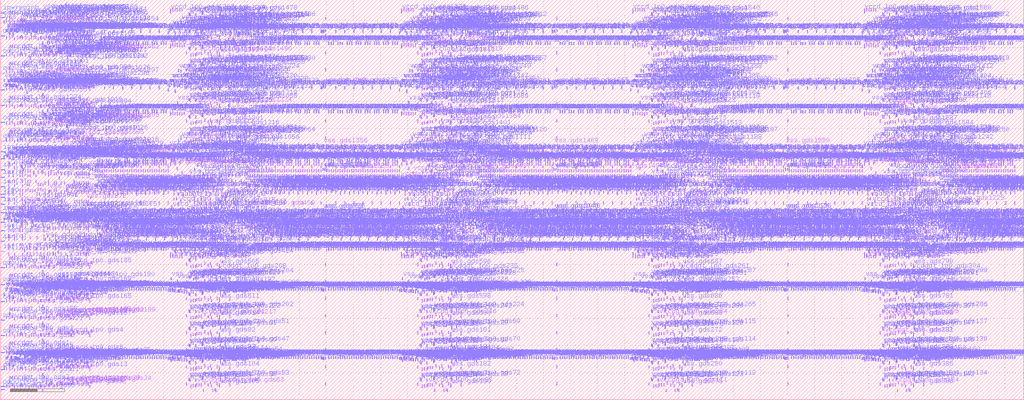
<source format=lef>
### Tool : gds2def
### Version 14.1     Linux64
### Vendor : Apache Design, Inc. A Subsidiary of ANSYS, Inc. 
### Date : Jun 19 2014 02:20:56 

VERSION 5.5 ;
NAMESCASESENSITIVE ON ;
DIVIDERCHAR "/" ;
BUSBITCHARS "[]" ;
MACRO c73p1rfshdxrom2048x16hb4img100_APACHECELL
 CLASS BLOCK ;
 ORIGIN 0 0 ;
 SIZE 75.432 BY 29.526 ;
 PIN iar[10]
 DIRECTION INPUT ;
 USE SIGNAL ;
 PORT
 LAYER m4 ;
 RECT 0 10.932 0.308 10.964 ;
 END
 END iar[10]
 PIN iar[0]
 DIRECTION INPUT ;
 USE SIGNAL ;
 PORT
 LAYER m4 ;
 RECT 0 11.674 0.308 11.706 ;
 END
 END iar[0]
 PIN iar[1]
 DIRECTION INPUT ;
 USE SIGNAL ;
 PORT
 LAYER m4 ;
 RECT 0 12.472 0.308 12.504 ;
 END
 END iar[1]
 PIN iar[2]
 DIRECTION INPUT ;
 USE SIGNAL ;
 PORT
 LAYER m4 ;
 RECT 0 13.088 0.308 13.12 ;
 END
 END iar[2]
 PIN iar[4]
 DIRECTION INPUT ;
 USE SIGNAL ;
 PORT
 LAYER m4 ;
 RECT 0 13.774 0.308 13.806 ;
 END
 END iar[4]
 PIN iar[3]
 DIRECTION INPUT ;
 USE SIGNAL ;
 PORT
 LAYER m4 ;
 RECT 0 14.404 0.308 14.436 ;
 END
 END iar[3]
 PIN iar[7]
 DIRECTION INPUT ;
 USE SIGNAL ;
 PORT
 LAYER m4 ;
 RECT 0 15.72 0.308 15.752 ;
 END
 END iar[7]
 PIN iar[6]
 DIRECTION INPUT ;
 USE SIGNAL ;
 PORT
 LAYER m4 ;
 RECT 0 16.406 0.308 16.438 ;
 END
 END iar[6]
 PIN iar[5]
 DIRECTION INPUT ;
 USE SIGNAL ;
 PORT
 LAYER m4 ;
 RECT 0 16.966 0.308 16.998 ;
 END
 END iar[5]
 PIN iar[9]
 DIRECTION INPUT ;
 USE SIGNAL ;
 PORT
 LAYER m4 ;
 RECT 0 17.764 0.308 17.796 ;
 END
 END iar[9]
 PIN iar[8]
 DIRECTION INPUT ;
 USE SIGNAL ;
 PORT
 LAYER m4 ;
 RECT 0 18.282 0.308 18.314 ;
 END
 END iar[8]
 PIN iren
 DIRECTION INPUT ;
 USE SIGNAL ;
 PORT
 LAYER m4 ;
 RECT 0 15.146 0.308 15.178 ;
 END
 END iren
 PIN ickr
 DIRECTION INPUT ;
 USE SIGNAL ;
 PORT
 LAYER m4 ;
 RECT 0 14.922 0.308 14.954 ;
 END
 END ickr
 PIN ipwreninb
 DIRECTION INPUT ;
 USE SIGNAL ;
 PORT
 LAYER m4 ;
 RECT 0 28.544 0.308 28.576 ;
 END
 END ipwreninb
 PIN opwrenoutb
 DIRECTION OUTPUT ;
 USE SIGNAL ;
 PORT
 LAYER m4 ;
 RECT 0 0.726 0.308 0.758 ;
 END
 END opwrenoutb
 PIN odout[0]
 DIRECTION OUTPUT ;
 USE SIGNAL ;
 PORT
 LAYER m4 ;
 RECT 0 0.95 0.308 0.982 ;
 END
 END odout[0]
 PIN odout[1]
 DIRECTION OUTPUT ;
 USE SIGNAL ;
 PORT
 LAYER m4 ;
 RECT 0 2.21 0.308 2.242 ;
 END
 END odout[1]
 PIN odout[2]
 DIRECTION OUTPUT ;
 USE SIGNAL ;
 PORT
 LAYER m4 ;
 RECT 0 3.456 0.308 3.488 ;
 END
 END odout[2]
 PIN odout[3]
 DIRECTION OUTPUT ;
 USE SIGNAL ;
 PORT
 LAYER m4 ;
 RECT 0 4.716 0.308 4.748 ;
 END
 END odout[3]
 PIN odout[4]
 DIRECTION OUTPUT ;
 USE SIGNAL ;
 PORT
 LAYER m4 ;
 RECT 0 5.85 0.308 5.882 ;
 END
 END odout[4]
 PIN odout[5]
 DIRECTION OUTPUT ;
 USE SIGNAL ;
 PORT
 LAYER m4 ;
 RECT 0 7.222 0.308 7.254 ;
 END
 END odout[5]
 PIN odout[6]
 DIRECTION OUTPUT ;
 USE SIGNAL ;
 PORT
 LAYER m4 ;
 RECT 0 8.482 0.308 8.514 ;
 END
 END odout[6]
 PIN odout[7]
 DIRECTION OUTPUT ;
 USE SIGNAL ;
 PORT
 LAYER m4 ;
 RECT 0 9.728 0.308 9.76 ;
 END
 END odout[7]
 PIN odout[8]
 DIRECTION OUTPUT ;
 USE SIGNAL ;
 PORT
 LAYER m4 ;
 RECT 0 19.08 0.308 19.112 ;
 END
 END odout[8]
 PIN odout[9]
 DIRECTION OUTPUT ;
 USE SIGNAL ;
 PORT
 LAYER m4 ;
 RECT 0 20.452 0.308 20.484 ;
 END
 END odout[9]
 PIN odout[10]
 DIRECTION OUTPUT ;
 USE SIGNAL ;
 PORT
 LAYER m4 ;
 RECT 0 21.698 0.308 21.73 ;
 END
 END odout[10]
 PIN odout[11]
 DIRECTION OUTPUT ;
 USE SIGNAL ;
 PORT
 LAYER m4 ;
 RECT 0 22.846 0.308 22.878 ;
 END
 END odout[11]
 PIN odout[12]
 DIRECTION OUTPUT ;
 USE SIGNAL ;
 PORT
 LAYER m4 ;
 RECT 0 24.092 0.308 24.124 ;
 END
 END odout[12]
 PIN odout[13]
 DIRECTION OUTPUT ;
 USE SIGNAL ;
 PORT
 LAYER m4 ;
 RECT 0 25.352 0.308 25.384 ;
 END
 END odout[13]
 PIN odout[14]
 DIRECTION OUTPUT ;
 USE SIGNAL ;
 PORT
 LAYER m4 ;
 RECT 0 26.836 0.308 26.868 ;
 END
 END odout[14]
 PIN odout[15]
 DIRECTION OUTPUT ;
 USE SIGNAL ;
 PORT
 LAYER m4 ;
 RECT 0 28.194 0.308 28.226 ;
 END
 END odout[15]
 PIN vccd_1p0
 DIRECTION INPUT ;
 USE POWER ;
 PORT
 LAYER m3 ;
 RECT 0.384 2.978 0.43 3.178 ;
 END
 END vccd_1p0
 PIN vccd_1p0.gds1
 DIRECTION INPUT ;
 USE POWER ;
 PORT
 LAYER m3 ;
 RECT 5.162 1.022 5.202 1.222 ;
 END
 END vccd_1p0.gds1
 PIN vccd_1p0.gds2
 DIRECTION INPUT ;
 USE POWER ;
 PORT
 LAYER m3 ;
 RECT 1.486 1.013 1.542 1.213 ;
 END
 END vccd_1p0.gds2
 PIN vccd_1p0.gds3
 DIRECTION INPUT ;
 USE POWER ;
 PORT
 LAYER m3 ;
 RECT 1.486 4.793 1.542 4.993 ;
 END
 END vccd_1p0.gds3
 PIN vccd_1p0.gds4
 DIRECTION INPUT ;
 USE POWER ;
 PORT
 LAYER m3 ;
 RECT 5.162 4.6755 5.202 4.8755 ;
 END
 END vccd_1p0.gds4
 PIN vccd_1p0.gds5
 DIRECTION INPUT ;
 USE POWER ;
 PORT
 LAYER m3 ;
 RECT 1.486 3.533 1.542 3.733 ;
 END
 END vccd_1p0.gds5
 PIN vccd_1p0.gds6
 DIRECTION INPUT ;
 USE POWER ;
 PORT
 LAYER m3 ;
 RECT 5.162 3.4155 5.202 3.6155 ;
 END
 END vccd_1p0.gds6
 PIN vccd_1p0.gds7
 DIRECTION INPUT ;
 USE POWER ;
 PORT
 LAYER m3 ;
 RECT 0.518 3.089 0.548 3.289 ;
 END
 END vccd_1p0.gds7
 PIN vccd_1p0.gds8
 DIRECTION INPUT ;
 USE POWER ;
 PORT
 LAYER m3 ;
 RECT 0.812 3.0505 0.858 3.2505 ;
 END
 END vccd_1p0.gds8
 PIN vccd_1p0.gds9
 DIRECTION INPUT ;
 USE POWER ;
 PORT
 LAYER m3 ;
 RECT 1.306 2.888 1.362 3.088 ;
 END
 END vccd_1p0.gds9
 PIN vccd_1p0.gds10
 DIRECTION INPUT ;
 USE POWER ;
 PORT
 LAYER m3 ;
 RECT 1.726 3.022 1.782 3.222 ;
 END
 END vccd_1p0.gds10
 PIN vccd_1p0.gds11
 DIRECTION INPUT ;
 USE POWER ;
 PORT
 LAYER m3 ;
 RECT 1.486 2.273 1.542 2.473 ;
 END
 END vccd_1p0.gds11
 PIN vccd_1p0.gds12
 DIRECTION INPUT ;
 USE POWER ;
 PORT
 LAYER m3 ;
 RECT 1.178 2.987 1.218 3.187 ;
 END
 END vccd_1p0.gds12
 PIN vccd_1p0.gds13
 DIRECTION INPUT ;
 USE POWER ;
 PORT
 LAYER m3 ;
 RECT 5.162 2.1555 5.202 2.3555 ;
 END
 END vccd_1p0.gds13
 PIN vccd_1p0.gds14
 DIRECTION INPUT ;
 USE POWER ;
 PORT
 LAYER m3 ;
 RECT 1.906 3.157 1.962 3.357 ;
 END
 END vccd_1p0.gds14
 PIN vccd_1p0.gds15
 DIRECTION INPUT ;
 USE POWER ;
 PORT
 LAYER m3 ;
 RECT 2.146 2.9685 2.202 3.1685 ;
 END
 END vccd_1p0.gds15
 PIN vccd_1p0.gds16
 DIRECTION INPUT ;
 USE POWER ;
 PORT
 LAYER m3 ;
 RECT 2.406 3.0145 2.462 3.2145 ;
 END
 END vccd_1p0.gds16
 PIN vccd_1p0.gds17
 DIRECTION INPUT ;
 USE POWER ;
 PORT
 LAYER m3 ;
 RECT 2.566 3.007 2.622 3.207 ;
 END
 END vccd_1p0.gds17
 PIN vccd_1p0.gds18
 DIRECTION INPUT ;
 USE POWER ;
 PORT
 LAYER m3 ;
 RECT 1.05 3.007 1.09 3.207 ;
 END
 END vccd_1p0.gds18
 PIN vccd_1p0.gds19
 DIRECTION INPUT ;
 USE POWER ;
 PORT
 LAYER m3 ;
 RECT 2.986 2.8915 3.042 3.0915 ;
 END
 END vccd_1p0.gds19
 PIN vccd_1p0.gds20
 DIRECTION INPUT ;
 USE POWER ;
 PORT
 LAYER m3 ;
 RECT 2.826 3.02 2.882 3.22 ;
 END
 END vccd_1p0.gds20
 PIN vccd_1p0.gds21
 DIRECTION INPUT ;
 USE POWER ;
 PORT
 LAYER m3 ;
 RECT 3.23 3.016 3.262 3.216 ;
 END
 END vccd_1p0.gds21
 PIN vccd_1p0.gds22
 DIRECTION INPUT ;
 USE POWER ;
 PORT
 LAYER m3 ;
 RECT 4.698 3.0585 4.738 3.2585 ;
 END
 END vccd_1p0.gds22
 PIN vccd_1p0.gds23
 DIRECTION INPUT ;
 USE POWER ;
 PORT
 LAYER m3 ;
 RECT 3.35 2.98 3.39 3.18 ;
 END
 END vccd_1p0.gds23
 PIN vccd_1p0.gds24
 DIRECTION INPUT ;
 USE POWER ;
 PORT
 LAYER m3 ;
 RECT 3.626 3.059 3.666 3.259 ;
 END
 END vccd_1p0.gds24
 PIN vccd_1p0.gds25
 DIRECTION INPUT ;
 USE POWER ;
 PORT
 LAYER m3 ;
 RECT 4.026 3.0725 4.066 3.2725 ;
 END
 END vccd_1p0.gds25
 PIN vccd_1p0.gds26
 DIRECTION INPUT ;
 USE POWER ;
 PORT
 LAYER m3 ;
 RECT 3.818 3.0725 3.858 3.2725 ;
 END
 END vccd_1p0.gds26
 PIN vccd_1p0.gds27
 DIRECTION INPUT ;
 USE POWER ;
 PORT
 LAYER m3 ;
 RECT 4.506 3.058 4.546 3.258 ;
 END
 END vccd_1p0.gds27
 PIN vccd_1p0.gds28
 DIRECTION INPUT ;
 USE POWER ;
 PORT
 LAYER m3 ;
 RECT 4.218 3.02 4.258 3.22 ;
 END
 END vccd_1p0.gds28
 PIN vccd_1p0.gds29
 DIRECTION INPUT ;
 USE POWER ;
 PORT
 LAYER m3 ;
 RECT 4.97 3.082 5.01 3.282 ;
 END
 END vccd_1p0.gds29
 PIN vccd_1p0.gds30
 DIRECTION INPUT ;
 USE POWER ;
 PORT
 LAYER m1 ;
 RECT 3.584 1.0395 3.64 1.2395 ;
 RECT 3.584 2.2995 3.64 2.4995 ;
 RECT 3.584 3.5595 3.64 3.7595 ;
 RECT 3.584 4.8195 3.64 5.0195 ;
 RECT 4.34 4.918 4.396 5.118 ;
 RECT 4.172 4.918 4.228 5.118 ;
 RECT 4.76 4.8775 4.816 5.0775 ;
 RECT 5.096 4.918 5.152 5.118 ;
 RECT 4.928 4.8775 4.984 5.0775 ;
 RECT 4.34 3.658 4.396 3.858 ;
 RECT 4.172 3.658 4.228 3.858 ;
 RECT 4.76 3.6175 4.816 3.8175 ;
 RECT 5.096 3.658 5.152 3.858 ;
 RECT 4.928 3.6175 4.984 3.8175 ;
 RECT 4.34 2.398 4.396 2.598 ;
 RECT 4.172 2.398 4.228 2.598 ;
 RECT 4.76 2.3575 4.816 2.5575 ;
 RECT 5.096 2.398 5.152 2.598 ;
 RECT 4.928 2.3575 4.984 2.5575 ;
 RECT 4.34 1.138 4.396 1.338 ;
 RECT 4.172 1.138 4.228 1.338 ;
 RECT 4.76 1.0975 4.816 1.2975 ;
 RECT 5.096 1.138 5.152 1.338 ;
 RECT 4.928 1.0975 4.984 1.2975 ;
 END
 END vccd_1p0.gds30
 PIN vccd_1p0.gds31
 DIRECTION INPUT ;
 USE POWER ;
 PORT
 LAYER m3 ;
 RECT 6.798 3.0725 6.838 3.2725 ;
 END
 END vccd_1p0.gds31
 PIN vccd_1p0.gds32
 DIRECTION INPUT ;
 USE POWER ;
 PORT
 LAYER m3 ;
 RECT 6.01 3.082 6.05 3.282 ;
 END
 END vccd_1p0.gds32
 PIN vccd_1p0.gds33
 DIRECTION INPUT ;
 USE POWER ;
 PORT
 LAYER m3 ;
 RECT 5.754 3.02 5.794 3.22 ;
 END
 END vccd_1p0.gds33
 PIN vccd_1p0.gds34
 DIRECTION INPUT ;
 USE POWER ;
 PORT
 LAYER m3 ;
 RECT 6.266 3.109 6.306 3.309 ;
 END
 END vccd_1p0.gds34
 PIN vccd_1p0.gds35
 DIRECTION INPUT ;
 USE POWER ;
 PORT
 LAYER m3 ;
 RECT 5.37 3.0725 5.41 3.2725 ;
 END
 END vccd_1p0.gds35
 PIN vccd_1p0.gds36
 DIRECTION INPUT ;
 USE POWER ;
 PORT
 LAYER m3 ;
 RECT 5.882 3.0725 5.922 3.2725 ;
 END
 END vccd_1p0.gds36
 PIN vccd_1p0.gds37
 DIRECTION INPUT ;
 USE POWER ;
 PORT
 LAYER m3 ;
 RECT 5.562 2.962 5.602 3.162 ;
 END
 END vccd_1p0.gds37
 PIN vccd_1p0.gds38
 DIRECTION INPUT ;
 USE POWER ;
 PORT
 LAYER m3 ;
 RECT 6.522 2.999 6.582 3.199 ;
 END
 END vccd_1p0.gds38
 PIN vccd_1p0.gds39
 DIRECTION INPUT ;
 USE POWER ;
 PORT
 LAYER m1 ;
 RECT 5.6 4.918 5.656 5.118 ;
 RECT 5.432 4.8295 5.488 5.0295 ;
 RECT 5.264 4.918 5.32 5.118 ;
 RECT 5.936 4.8295 5.992 5.0295 ;
 RECT 5.768 4.8295 5.824 5.0295 ;
 RECT 6.44 4.8465 6.496 5.0465 ;
 RECT 6.272 4.8295 6.328 5.0295 ;
 RECT 6.104 4.918 6.16 5.118 ;
 RECT 5.6 3.658 5.656 3.858 ;
 RECT 5.432 3.5695 5.488 3.7695 ;
 RECT 5.264 3.658 5.32 3.858 ;
 RECT 5.936 3.5695 5.992 3.7695 ;
 RECT 5.768 3.5695 5.824 3.7695 ;
 RECT 6.44 3.5865 6.496 3.7865 ;
 RECT 6.272 3.5695 6.328 3.7695 ;
 RECT 6.104 3.658 6.16 3.858 ;
 RECT 5.6 2.398 5.656 2.598 ;
 RECT 5.432 2.3095 5.488 2.5095 ;
 RECT 5.264 2.398 5.32 2.598 ;
 RECT 5.936 2.3095 5.992 2.5095 ;
 RECT 5.768 2.3095 5.824 2.5095 ;
 RECT 6.44 2.3265 6.496 2.5265 ;
 RECT 6.272 2.3095 6.328 2.5095 ;
 RECT 6.104 2.398 6.16 2.598 ;
 RECT 5.6 1.138 5.656 1.338 ;
 RECT 5.432 1.0495 5.488 1.2495 ;
 RECT 5.264 1.138 5.32 1.338 ;
 RECT 5.936 1.0495 5.992 1.2495 ;
 RECT 5.768 1.0495 5.824 1.2495 ;
 RECT 6.44 1.0665 6.496 1.2665 ;
 RECT 6.272 1.0495 6.328 1.2495 ;
 RECT 6.104 1.138 6.16 1.338 ;
 END
 END vccd_1p0.gds39
 PIN vccd_1p0.gds40
 DIRECTION INPUT ;
 USE POWER ;
 PORT
 LAYER m3 ;
 RECT 13.922 1.36 13.978 1.56 ;
 END
 END vccd_1p0.gds40
 PIN vccd_1p0.gds41
 DIRECTION INPUT ;
 USE POWER ;
 PORT
 LAYER m3 ;
 RECT 13.922 2.62 13.978 2.82 ;
 END
 END vccd_1p0.gds41
 PIN vccd_1p0.gds42
 DIRECTION INPUT ;
 USE POWER ;
 PORT
 LAYER m3 ;
 RECT 13.922 3.88 13.978 4.08 ;
 END
 END vccd_1p0.gds42
 PIN vccd_1p0.gds43
 DIRECTION INPUT ;
 USE POWER ;
 PORT
 LAYER m3 ;
 RECT 14.342 1.36 14.398 1.56 ;
 END
 END vccd_1p0.gds43
 PIN vccd_1p0.gds44
 DIRECTION INPUT ;
 USE POWER ;
 PORT
 LAYER m3 ;
 RECT 14.342 2.62 14.398 2.82 ;
 END
 END vccd_1p0.gds44
 PIN vccd_1p0.gds45
 DIRECTION INPUT ;
 USE POWER ;
 PORT
 LAYER m3 ;
 RECT 13.922 5.14 13.978 5.34 ;
 END
 END vccd_1p0.gds45
 PIN vccd_1p0.gds46
 DIRECTION INPUT ;
 USE POWER ;
 PORT
 LAYER m3 ;
 RECT 14.342 5.14 14.398 5.34 ;
 END
 END vccd_1p0.gds46
 PIN vccd_1p0.gds47
 DIRECTION INPUT ;
 USE POWER ;
 PORT
 LAYER m3 ;
 RECT 14.894 5.2675 14.934 5.4675 ;
 END
 END vccd_1p0.gds47
 PIN vccd_1p0.gds48
 DIRECTION INPUT ;
 USE POWER ;
 PORT
 LAYER m3 ;
 RECT 13.682 2.82 13.738 3.02 ;
 END
 END vccd_1p0.gds48
 PIN vccd_1p0.gds49
 DIRECTION INPUT ;
 USE POWER ;
 PORT
 LAYER m3 ;
 RECT 13.082 2.8975 13.138 3.0975 ;
 END
 END vccd_1p0.gds49
 PIN vccd_1p0.gds50
 DIRECTION INPUT ;
 USE POWER ;
 PORT
 LAYER m3 ;
 RECT 14.342 3.88 14.398 4.08 ;
 END
 END vccd_1p0.gds50
 PIN vccd_1p0.gds51
 DIRECTION INPUT ;
 USE POWER ;
 PORT
 LAYER m3 ;
 RECT 14.894 4.0075 14.934 4.2075 ;
 END
 END vccd_1p0.gds51
 PIN vccd_1p0.gds52
 DIRECTION INPUT ;
 USE POWER ;
 PORT
 LAYER m3 ;
 RECT 14.682 3.072 14.742 3.272 ;
 END
 END vccd_1p0.gds52
 PIN vccd_1p0.gds53
 DIRECTION INPUT ;
 USE POWER ;
 PORT
 LAYER m3 ;
 RECT 12.842 3.02 12.898 3.22 ;
 END
 END vccd_1p0.gds53
 PIN vccd_1p0.gds54
 DIRECTION INPUT ;
 USE POWER ;
 PORT
 LAYER m3 ;
 RECT 12.614 3.016 12.654 3.216 ;
 END
 END vccd_1p0.gds54
 PIN vccd_1p0.gds55
 DIRECTION INPUT ;
 USE POWER ;
 PORT
 LAYER m3 ;
 RECT 12.486 2.9745 12.526 3.1745 ;
 END
 END vccd_1p0.gds55
 PIN vccd_1p0.gds56
 DIRECTION INPUT ;
 USE POWER ;
 PORT
 LAYER m3 ;
 RECT 14.894 2.7475 14.934 2.9475 ;
 END
 END vccd_1p0.gds56
 PIN vccd_1p0.gds57
 DIRECTION INPUT ;
 USE POWER ;
 PORT
 LAYER m3 ;
 RECT 14.894 1.4875 14.934 1.6875 ;
 END
 END vccd_1p0.gds57
 PIN vccd_1p0.gds58
 DIRECTION INPUT ;
 USE POWER ;
 PORT
 LAYER m3 ;
 RECT 16.17 1.424 16.226 1.624 ;
 END
 END vccd_1p0.gds58
 PIN vccd_1p0.gds59
 DIRECTION INPUT ;
 USE POWER ;
 PORT
 LAYER m3 ;
 RECT 16.17 2.684 16.226 2.884 ;
 END
 END vccd_1p0.gds59
 PIN vccd_1p0.gds60
 DIRECTION INPUT ;
 USE POWER ;
 PORT
 LAYER m3 ;
 RECT 16.17 3.944 16.226 4.144 ;
 END
 END vccd_1p0.gds60
 PIN vccd_1p0.gds61
 DIRECTION INPUT ;
 USE POWER ;
 PORT
 LAYER m3 ;
 RECT 16.17 5.204 16.226 5.404 ;
 END
 END vccd_1p0.gds61
 PIN vccd_1p0.gds62
 DIRECTION INPUT ;
 USE POWER ;
 PORT
 LAYER m3 ;
 RECT 15.25 3.072 15.29 3.272 ;
 END
 END vccd_1p0.gds62
 PIN vccd_1p0.gds63
 DIRECTION INPUT ;
 USE POWER ;
 PORT
 LAYER m3 ;
 RECT 17.518 2.9985 17.574 3.1985 ;
 END
 END vccd_1p0.gds63
 PIN vccd_1p0.gds64
 DIRECTION INPUT ;
 USE POWER ;
 PORT
 LAYER m3 ;
 RECT 15.686 3.054 15.742 3.254 ;
 END
 END vccd_1p0.gds64
 PIN vccd_1p0.gds65
 DIRECTION INPUT ;
 USE POWER ;
 PORT
 LAYER m3 ;
 RECT 15.442 3.054 15.498 3.254 ;
 END
 END vccd_1p0.gds65
 PIN vccd_1p0.gds66
 DIRECTION INPUT ;
 USE POWER ;
 PORT
 LAYER m3 ;
 RECT 17.678 3.02 17.734 3.22 ;
 END
 END vccd_1p0.gds66
 PIN vccd_1p0.gds67
 DIRECTION INPUT ;
 USE POWER ;
 PORT
 LAYER m3 ;
 RECT 17.098 2.9235 17.154 3.1235 ;
 END
 END vccd_1p0.gds67
 PIN vccd_1p0.gds68
 DIRECTION INPUT ;
 USE POWER ;
 PORT
 LAYER m3 ;
 RECT 18.05 2.9745 18.09 3.1745 ;
 END
 END vccd_1p0.gds68
 PIN vccd_1p0.gds69
 DIRECTION INPUT ;
 USE POWER ;
 PORT
 LAYER m3 ;
 RECT 17.922 3.016 17.962 3.216 ;
 END
 END vccd_1p0.gds69
 PIN vccd_1p0.gds70
 DIRECTION INPUT ;
 USE POWER ;
 PORT
 LAYER m3 ;
 RECT 23.786 2.9785 23.842 3.1785 ;
 END
 END vccd_1p0.gds70
 PIN vccd_1p0.gds71
 DIRECTION INPUT ;
 USE POWER ;
 PORT
 LAYER m3 ;
 RECT 29.894 3.02 29.95 3.22 ;
 END
 END vccd_1p0.gds71
 PIN vccd_1p0.gds72
 DIRECTION INPUT ;
 USE POWER ;
 PORT
 LAYER m3 ;
 RECT 29.666 3.016 29.706 3.216 ;
 END
 END vccd_1p0.gds72
 PIN vccd_1p0.gds73
 DIRECTION INPUT ;
 USE POWER ;
 PORT
 LAYER m3 ;
 RECT 29.538 2.9745 29.578 3.1745 ;
 END
 END vccd_1p0.gds73
 PIN vccd_1p0.gds74
 DIRECTION INPUT ;
 USE POWER ;
 PORT
 LAYER m3 ;
 RECT 30.974 1.36 31.03 1.56 ;
 END
 END vccd_1p0.gds74
 PIN vccd_1p0.gds75
 DIRECTION INPUT ;
 USE POWER ;
 PORT
 LAYER m3 ;
 RECT 30.974 2.62 31.03 2.82 ;
 END
 END vccd_1p0.gds75
 PIN vccd_1p0.gds76
 DIRECTION INPUT ;
 USE POWER ;
 PORT
 LAYER m3 ;
 RECT 30.974 3.88 31.03 4.08 ;
 END
 END vccd_1p0.gds76
 PIN vccd_1p0.gds77
 DIRECTION INPUT ;
 USE POWER ;
 PORT
 LAYER m3 ;
 RECT 30.974 5.14 31.03 5.34 ;
 END
 END vccd_1p0.gds77
 PIN vccd_1p0.gds78
 DIRECTION INPUT ;
 USE POWER ;
 PORT
 LAYER m3 ;
 RECT 33.222 1.424 33.278 1.624 ;
 END
 END vccd_1p0.gds78
 PIN vccd_1p0.gds79
 DIRECTION INPUT ;
 USE POWER ;
 PORT
 LAYER m3 ;
 RECT 33.222 5.204 33.278 5.404 ;
 END
 END vccd_1p0.gds79
 PIN vccd_1p0.gds80
 DIRECTION INPUT ;
 USE POWER ;
 PORT
 LAYER m3 ;
 RECT 31.394 5.14 31.45 5.34 ;
 END
 END vccd_1p0.gds80
 PIN vccd_1p0.gds81
 DIRECTION INPUT ;
 USE POWER ;
 PORT
 LAYER m3 ;
 RECT 31.946 5.2675 31.986 5.4675 ;
 END
 END vccd_1p0.gds81
 PIN vccd_1p0.gds82
 DIRECTION INPUT ;
 USE POWER ;
 PORT
 LAYER m3 ;
 RECT 33.222 3.944 33.278 4.144 ;
 END
 END vccd_1p0.gds82
 PIN vccd_1p0.gds83
 DIRECTION INPUT ;
 USE POWER ;
 PORT
 LAYER m3 ;
 RECT 31.394 3.88 31.45 4.08 ;
 END
 END vccd_1p0.gds83
 PIN vccd_1p0.gds84
 DIRECTION INPUT ;
 USE POWER ;
 PORT
 LAYER m3 ;
 RECT 31.946 4.0075 31.986 4.2075 ;
 END
 END vccd_1p0.gds84
 PIN vccd_1p0.gds85
 DIRECTION INPUT ;
 USE POWER ;
 PORT
 LAYER m3 ;
 RECT 33.222 2.684 33.278 2.884 ;
 END
 END vccd_1p0.gds85
 PIN vccd_1p0.gds86
 DIRECTION INPUT ;
 USE POWER ;
 PORT
 LAYER m3 ;
 RECT 31.394 2.62 31.45 2.82 ;
 END
 END vccd_1p0.gds86
 PIN vccd_1p0.gds87
 DIRECTION INPUT ;
 USE POWER ;
 PORT
 LAYER m3 ;
 RECT 31.946 2.7475 31.986 2.9475 ;
 END
 END vccd_1p0.gds87
 PIN vccd_1p0.gds88
 DIRECTION INPUT ;
 USE POWER ;
 PORT
 LAYER m3 ;
 RECT 32.738 3.054 32.794 3.254 ;
 END
 END vccd_1p0.gds88
 PIN vccd_1p0.gds89
 DIRECTION INPUT ;
 USE POWER ;
 PORT
 LAYER m3 ;
 RECT 32.302 3.072 32.342 3.272 ;
 END
 END vccd_1p0.gds89
 PIN vccd_1p0.gds90
 DIRECTION INPUT ;
 USE POWER ;
 PORT
 LAYER m3 ;
 RECT 31.394 1.36 31.45 1.56 ;
 END
 END vccd_1p0.gds90
 PIN vccd_1p0.gds91
 DIRECTION INPUT ;
 USE POWER ;
 PORT
 LAYER m3 ;
 RECT 31.946 1.4875 31.986 1.6875 ;
 END
 END vccd_1p0.gds91
 PIN vccd_1p0.gds92
 DIRECTION INPUT ;
 USE POWER ;
 PORT
 LAYER m3 ;
 RECT 31.734 3.072 31.794 3.272 ;
 END
 END vccd_1p0.gds92
 PIN vccd_1p0.gds93
 DIRECTION INPUT ;
 USE POWER ;
 PORT
 LAYER m3 ;
 RECT 34.57 2.953 34.626 3.153 ;
 END
 END vccd_1p0.gds93
 PIN vccd_1p0.gds94
 DIRECTION INPUT ;
 USE POWER ;
 PORT
 LAYER m3 ;
 RECT 35.102 2.9745 35.142 3.1745 ;
 END
 END vccd_1p0.gds94
 PIN vccd_1p0.gds95
 DIRECTION INPUT ;
 USE POWER ;
 PORT
 LAYER m3 ;
 RECT 34.974 3.016 35.014 3.216 ;
 END
 END vccd_1p0.gds95
 PIN vccd_1p0.gds96
 DIRECTION INPUT ;
 USE POWER ;
 PORT
 LAYER m3 ;
 RECT 30.734 2.82 30.79 3.02 ;
 END
 END vccd_1p0.gds96
 PIN vccd_1p0.gds97
 DIRECTION INPUT ;
 USE POWER ;
 PORT
 LAYER m3 ;
 RECT 30.134 2.8975 30.19 3.0975 ;
 END
 END vccd_1p0.gds97
 PIN vccd_1p0.gds98
 DIRECTION INPUT ;
 USE POWER ;
 PORT
 LAYER m3 ;
 RECT 34.15 2.9235 34.206 3.1235 ;
 END
 END vccd_1p0.gds98
 PIN vccd_1p0.gds99
 DIRECTION INPUT ;
 USE POWER ;
 PORT
 LAYER m3 ;
 RECT 34.73 3.0725 34.786 3.2725 ;
 END
 END vccd_1p0.gds99
 PIN vccd_1p0.gds100
 DIRECTION INPUT ;
 USE POWER ;
 PORT
 LAYER m3 ;
 RECT 32.494 3.054 32.55 3.254 ;
 END
 END vccd_1p0.gds100
 PIN vccd_1p0.gds101
 DIRECTION INPUT ;
 USE POWER ;
 PORT
 LAYER m3 ;
 RECT 40.838 2.9785 40.894 3.1785 ;
 END
 END vccd_1p0.gds101
 PIN vccd_1p0.gds102
 DIRECTION INPUT ;
 USE POWER ;
 PORT
 LAYER m3 ;
 RECT 48.026 1.36 48.082 1.56 ;
 END
 END vccd_1p0.gds102
 PIN vccd_1p0.gds103
 DIRECTION INPUT ;
 USE POWER ;
 PORT
 LAYER m3 ;
 RECT 48.026 2.62 48.082 2.82 ;
 END
 END vccd_1p0.gds103
 PIN vccd_1p0.gds104
 DIRECTION INPUT ;
 USE POWER ;
 PORT
 LAYER m3 ;
 RECT 48.026 5.14 48.082 5.34 ;
 END
 END vccd_1p0.gds104
 PIN vccd_1p0.gds105
 DIRECTION INPUT ;
 USE POWER ;
 PORT
 LAYER m3 ;
 RECT 48.026 3.88 48.082 4.08 ;
 END
 END vccd_1p0.gds105
 PIN vccd_1p0.gds106
 DIRECTION INPUT ;
 USE POWER ;
 PORT
 LAYER m3 ;
 RECT 47.786 2.82 47.842 3.02 ;
 END
 END vccd_1p0.gds106
 PIN vccd_1p0.gds107
 DIRECTION INPUT ;
 USE POWER ;
 PORT
 LAYER m3 ;
 RECT 47.186 2.8975 47.242 3.0975 ;
 END
 END vccd_1p0.gds107
 PIN vccd_1p0.gds108
 DIRECTION INPUT ;
 USE POWER ;
 PORT
 LAYER m3 ;
 RECT 48.446 1.36 48.502 1.56 ;
 END
 END vccd_1p0.gds108
 PIN vccd_1p0.gds109
 DIRECTION INPUT ;
 USE POWER ;
 PORT
 LAYER m3 ;
 RECT 48.446 2.62 48.502 2.82 ;
 END
 END vccd_1p0.gds109
 PIN vccd_1p0.gds110
 DIRECTION INPUT ;
 USE POWER ;
 PORT
 LAYER m3 ;
 RECT 48.446 5.14 48.502 5.34 ;
 END
 END vccd_1p0.gds110
 PIN vccd_1p0.gds111
 DIRECTION INPUT ;
 USE POWER ;
 PORT
 LAYER m3 ;
 RECT 48.998 5.2675 49.038 5.4675 ;
 END
 END vccd_1p0.gds111
 PIN vccd_1p0.gds112
 DIRECTION INPUT ;
 USE POWER ;
 PORT
 LAYER m3 ;
 RECT 49.354 3.072 49.394 3.272 ;
 END
 END vccd_1p0.gds112
 PIN vccd_1p0.gds113
 DIRECTION INPUT ;
 USE POWER ;
 PORT
 LAYER m3 ;
 RECT 48.786 3.072 48.846 3.272 ;
 END
 END vccd_1p0.gds113
 PIN vccd_1p0.gds114
 DIRECTION INPUT ;
 USE POWER ;
 PORT
 LAYER m3 ;
 RECT 48.446 3.88 48.502 4.08 ;
 END
 END vccd_1p0.gds114
 PIN vccd_1p0.gds115
 DIRECTION INPUT ;
 USE POWER ;
 PORT
 LAYER m3 ;
 RECT 48.998 4.0075 49.038 4.2075 ;
 END
 END vccd_1p0.gds115
 PIN vccd_1p0.gds116
 DIRECTION INPUT ;
 USE POWER ;
 PORT
 LAYER m3 ;
 RECT 48.998 2.7475 49.038 2.9475 ;
 END
 END vccd_1p0.gds116
 PIN vccd_1p0.gds117
 DIRECTION INPUT ;
 USE POWER ;
 PORT
 LAYER m3 ;
 RECT 49.79 3.054 49.846 3.254 ;
 END
 END vccd_1p0.gds117
 PIN vccd_1p0.gds118
 DIRECTION INPUT ;
 USE POWER ;
 PORT
 LAYER m3 ;
 RECT 49.546 3.054 49.602 3.254 ;
 END
 END vccd_1p0.gds118
 PIN vccd_1p0.gds119
 DIRECTION INPUT ;
 USE POWER ;
 PORT
 LAYER m3 ;
 RECT 48.998 1.4875 49.038 1.6875 ;
 END
 END vccd_1p0.gds119
 PIN vccd_1p0.gds120
 DIRECTION INPUT ;
 USE POWER ;
 PORT
 LAYER m3 ;
 RECT 46.946 3.02 47.002 3.22 ;
 END
 END vccd_1p0.gds120
 PIN vccd_1p0.gds121
 DIRECTION INPUT ;
 USE POWER ;
 PORT
 LAYER m3 ;
 RECT 46.718 3.016 46.758 3.216 ;
 END
 END vccd_1p0.gds121
 PIN vccd_1p0.gds122
 DIRECTION INPUT ;
 USE POWER ;
 PORT
 LAYER m3 ;
 RECT 46.59 2.9745 46.63 3.1745 ;
 END
 END vccd_1p0.gds122
 PIN vccd_1p0.gds123
 DIRECTION INPUT ;
 USE POWER ;
 PORT
 LAYER m3 ;
 RECT 50.274 1.424 50.33 1.624 ;
 END
 END vccd_1p0.gds123
 PIN vccd_1p0.gds124
 DIRECTION INPUT ;
 USE POWER ;
 PORT
 LAYER m3 ;
 RECT 50.274 2.684 50.33 2.884 ;
 END
 END vccd_1p0.gds124
 PIN vccd_1p0.gds125
 DIRECTION INPUT ;
 USE POWER ;
 PORT
 LAYER m3 ;
 RECT 50.274 3.944 50.33 4.144 ;
 END
 END vccd_1p0.gds125
 PIN vccd_1p0.gds126
 DIRECTION INPUT ;
 USE POWER ;
 PORT
 LAYER m3 ;
 RECT 50.274 5.204 50.33 5.404 ;
 END
 END vccd_1p0.gds126
 PIN vccd_1p0.gds127
 DIRECTION INPUT ;
 USE POWER ;
 PORT
 LAYER m3 ;
 RECT 51.622 2.9985 51.678 3.1985 ;
 END
 END vccd_1p0.gds127
 PIN vccd_1p0.gds128
 DIRECTION INPUT ;
 USE POWER ;
 PORT
 LAYER m3 ;
 RECT 52.154 2.9745 52.194 3.1745 ;
 END
 END vccd_1p0.gds128
 PIN vccd_1p0.gds129
 DIRECTION INPUT ;
 USE POWER ;
 PORT
 LAYER m3 ;
 RECT 52.026 3.016 52.066 3.216 ;
 END
 END vccd_1p0.gds129
 PIN vccd_1p0.gds130
 DIRECTION INPUT ;
 USE POWER ;
 PORT
 LAYER m3 ;
 RECT 51.202 2.9235 51.258 3.1235 ;
 END
 END vccd_1p0.gds130
 PIN vccd_1p0.gds131
 DIRECTION INPUT ;
 USE POWER ;
 PORT
 LAYER m3 ;
 RECT 51.782 3.02 51.838 3.22 ;
 END
 END vccd_1p0.gds131
 PIN vccd_1p0.gds132
 DIRECTION INPUT ;
 USE POWER ;
 PORT
 LAYER m3 ;
 RECT 57.89 2.9785 57.946 3.1785 ;
 END
 END vccd_1p0.gds132
 PIN vccd_1p0.gds133
 DIRECTION INPUT ;
 USE POWER ;
 PORT
 LAYER m3 ;
 RECT 65.078 1.36 65.134 1.56 ;
 END
 END vccd_1p0.gds133
 PIN vccd_1p0.gds134
 DIRECTION INPUT ;
 USE POWER ;
 PORT
 LAYER m3 ;
 RECT 65.078 2.62 65.134 2.82 ;
 END
 END vccd_1p0.gds134
 PIN vccd_1p0.gds135
 DIRECTION INPUT ;
 USE POWER ;
 PORT
 LAYER m3 ;
 RECT 65.078 3.88 65.134 4.08 ;
 END
 END vccd_1p0.gds135
 PIN vccd_1p0.gds136
 DIRECTION INPUT ;
 USE POWER ;
 PORT
 LAYER m3 ;
 RECT 65.078 5.14 65.134 5.34 ;
 END
 END vccd_1p0.gds136
 PIN vccd_1p0.gds137
 DIRECTION INPUT ;
 USE POWER ;
 PORT
 LAYER m3 ;
 RECT 64.838 2.82 64.894 3.02 ;
 END
 END vccd_1p0.gds137
 PIN vccd_1p0.gds138
 DIRECTION INPUT ;
 USE POWER ;
 PORT
 LAYER m3 ;
 RECT 64.238 2.8975 64.294 3.0975 ;
 END
 END vccd_1p0.gds138
 PIN vccd_1p0.gds139
 DIRECTION INPUT ;
 USE POWER ;
 PORT
 LAYER m3 ;
 RECT 63.998 3.02 64.054 3.22 ;
 END
 END vccd_1p0.gds139
 PIN vccd_1p0.gds140
 DIRECTION INPUT ;
 USE POWER ;
 PORT
 LAYER m3 ;
 RECT 63.77 3.016 63.81 3.216 ;
 END
 END vccd_1p0.gds140
 PIN vccd_1p0.gds141
 DIRECTION INPUT ;
 USE POWER ;
 PORT
 LAYER m3 ;
 RECT 63.642 2.9745 63.682 3.1745 ;
 END
 END vccd_1p0.gds141
 PIN vccd_1p0.gds142
 DIRECTION INPUT ;
 USE POWER ;
 PORT
 LAYER m3 ;
 RECT 67.326 1.424 67.382 1.624 ;
 END
 END vccd_1p0.gds142
 PIN vccd_1p0.gds143
 DIRECTION INPUT ;
 USE POWER ;
 PORT
 LAYER m3 ;
 RECT 65.498 1.36 65.554 1.56 ;
 END
 END vccd_1p0.gds143
 PIN vccd_1p0.gds144
 DIRECTION INPUT ;
 USE POWER ;
 PORT
 LAYER m3 ;
 RECT 67.326 2.684 67.382 2.884 ;
 END
 END vccd_1p0.gds144
 PIN vccd_1p0.gds145
 DIRECTION INPUT ;
 USE POWER ;
 PORT
 LAYER m3 ;
 RECT 65.498 2.62 65.554 2.82 ;
 END
 END vccd_1p0.gds145
 PIN vccd_1p0.gds146
 DIRECTION INPUT ;
 USE POWER ;
 PORT
 LAYER m3 ;
 RECT 67.326 3.944 67.382 4.144 ;
 END
 END vccd_1p0.gds146
 PIN vccd_1p0.gds147
 DIRECTION INPUT ;
 USE POWER ;
 PORT
 LAYER m3 ;
 RECT 67.326 5.204 67.382 5.404 ;
 END
 END vccd_1p0.gds147
 PIN vccd_1p0.gds148
 DIRECTION INPUT ;
 USE POWER ;
 PORT
 LAYER m3 ;
 RECT 65.498 5.14 65.554 5.34 ;
 END
 END vccd_1p0.gds148
 PIN vccd_1p0.gds149
 DIRECTION INPUT ;
 USE POWER ;
 PORT
 LAYER m3 ;
 RECT 66.05 5.2675 66.09 5.4675 ;
 END
 END vccd_1p0.gds149
 PIN vccd_1p0.gds150
 DIRECTION INPUT ;
 USE POWER ;
 PORT
 LAYER m3 ;
 RECT 66.406 3.072 66.446 3.272 ;
 END
 END vccd_1p0.gds150
 PIN vccd_1p0.gds151
 DIRECTION INPUT ;
 USE POWER ;
 PORT
 LAYER m3 ;
 RECT 65.838 3.072 65.898 3.272 ;
 END
 END vccd_1p0.gds151
 PIN vccd_1p0.gds152
 DIRECTION INPUT ;
 USE POWER ;
 PORT
 LAYER m3 ;
 RECT 65.498 3.88 65.554 4.08 ;
 END
 END vccd_1p0.gds152
 PIN vccd_1p0.gds153
 DIRECTION INPUT ;
 USE POWER ;
 PORT
 LAYER m3 ;
 RECT 66.05 4.0075 66.09 4.2075 ;
 END
 END vccd_1p0.gds153
 PIN vccd_1p0.gds154
 DIRECTION INPUT ;
 USE POWER ;
 PORT
 LAYER m3 ;
 RECT 68.674 2.9985 68.73 3.1985 ;
 END
 END vccd_1p0.gds154
 PIN vccd_1p0.gds155
 DIRECTION INPUT ;
 USE POWER ;
 PORT
 LAYER m3 ;
 RECT 69.206 2.9745 69.246 3.1745 ;
 END
 END vccd_1p0.gds155
 PIN vccd_1p0.gds156
 DIRECTION INPUT ;
 USE POWER ;
 PORT
 LAYER m3 ;
 RECT 69.078 3.016 69.118 3.216 ;
 END
 END vccd_1p0.gds156
 PIN vccd_1p0.gds157
 DIRECTION INPUT ;
 USE POWER ;
 PORT
 LAYER m3 ;
 RECT 68.254 2.9235 68.31 3.1235 ;
 END
 END vccd_1p0.gds157
 PIN vccd_1p0.gds158
 DIRECTION INPUT ;
 USE POWER ;
 PORT
 LAYER m3 ;
 RECT 66.05 2.7475 66.09 2.9475 ;
 END
 END vccd_1p0.gds158
 PIN vccd_1p0.gds159
 DIRECTION INPUT ;
 USE POWER ;
 PORT
 LAYER m3 ;
 RECT 66.842 3.054 66.898 3.254 ;
 END
 END vccd_1p0.gds159
 PIN vccd_1p0.gds160
 DIRECTION INPUT ;
 USE POWER ;
 PORT
 LAYER m3 ;
 RECT 66.598 3.054 66.654 3.254 ;
 END
 END vccd_1p0.gds160
 PIN vccd_1p0.gds161
 DIRECTION INPUT ;
 USE POWER ;
 PORT
 LAYER m3 ;
 RECT 66.05 1.4875 66.09 1.6875 ;
 END
 END vccd_1p0.gds161
 PIN vccd_1p0.gds162
 DIRECTION INPUT ;
 USE POWER ;
 PORT
 LAYER m3 ;
 RECT 68.834 3.02 68.89 3.22 ;
 END
 END vccd_1p0.gds162
 PIN vccd_1p0.gds163
 DIRECTION INPUT ;
 USE POWER ;
 PORT
 LAYER m3 ;
 RECT 0.384 8.018 0.43 8.218 ;
 END
 END vccd_1p0.gds163
 PIN vccd_1p0.gds164
 DIRECTION INPUT ;
 USE POWER ;
 PORT
 LAYER m3 ;
 RECT 1.486 7.313 1.542 7.513 ;
 END
 END vccd_1p0.gds164
 PIN vccd_1p0.gds165
 DIRECTION INPUT ;
 USE POWER ;
 PORT
 LAYER m3 ;
 RECT 5.162 7.1955 5.202 7.3955 ;
 END
 END vccd_1p0.gds165
 PIN vccd_1p0.gds166
 DIRECTION INPUT ;
 USE POWER ;
 PORT
 LAYER m3 ;
 RECT 1.486 6.053 1.542 6.253 ;
 END
 END vccd_1p0.gds166
 PIN vccd_1p0.gds167
 DIRECTION INPUT ;
 USE POWER ;
 PORT
 LAYER m3 ;
 RECT 5.162 5.9355 5.202 6.1355 ;
 END
 END vccd_1p0.gds167
 PIN vccd_1p0.gds168
 DIRECTION INPUT ;
 USE POWER ;
 PORT
 LAYER m3 ;
 RECT 1.486 8.573 1.542 8.773 ;
 END
 END vccd_1p0.gds168
 PIN vccd_1p0.gds169
 DIRECTION INPUT ;
 USE POWER ;
 PORT
 LAYER m3 ;
 RECT 5.162 8.4555 5.202 8.6555 ;
 END
 END vccd_1p0.gds169
 PIN vccd_1p0.gds170
 DIRECTION INPUT ;
 USE POWER ;
 PORT
 LAYER m3 ;
 RECT 0.518 8.414 0.548 8.614 ;
 END
 END vccd_1p0.gds170
 PIN vccd_1p0.gds171
 DIRECTION INPUT ;
 USE POWER ;
 PORT
 LAYER m3 ;
 RECT 0.812 8.0905 0.858 8.2905 ;
 END
 END vccd_1p0.gds171
 PIN vccd_1p0.gds172
 DIRECTION INPUT ;
 USE POWER ;
 PORT
 LAYER m3 ;
 RECT 1.306 7.928 1.362 8.128 ;
 END
 END vccd_1p0.gds172
 PIN vccd_1p0.gds173
 DIRECTION INPUT ;
 USE POWER ;
 PORT
 LAYER m3 ;
 RECT 1.726 8.13 1.782 8.33 ;
 END
 END vccd_1p0.gds173
 PIN vccd_1p0.gds174
 DIRECTION INPUT ;
 USE POWER ;
 PORT
 LAYER m3 ;
 RECT 1.178 8.027 1.218 8.227 ;
 END
 END vccd_1p0.gds174
 PIN vccd_1p0.gds175
 DIRECTION INPUT ;
 USE POWER ;
 PORT
 LAYER m3 ;
 RECT 1.486 9.833 1.542 10.033 ;
 END
 END vccd_1p0.gds175
 PIN vccd_1p0.gds176
 DIRECTION INPUT ;
 USE POWER ;
 PORT
 LAYER m3 ;
 RECT 1.906 8.2955 1.962 8.4955 ;
 END
 END vccd_1p0.gds176
 PIN vccd_1p0.gds177
 DIRECTION INPUT ;
 USE POWER ;
 PORT
 LAYER m3 ;
 RECT 2.146 8.0085 2.202 8.2085 ;
 END
 END vccd_1p0.gds177
 PIN vccd_1p0.gds178
 DIRECTION INPUT ;
 USE POWER ;
 PORT
 LAYER m3 ;
 RECT 2.406 8.0545 2.462 8.2545 ;
 END
 END vccd_1p0.gds178
 PIN vccd_1p0.gds179
 DIRECTION INPUT ;
 USE POWER ;
 PORT
 LAYER m3 ;
 RECT 2.566 8.047 2.622 8.247 ;
 END
 END vccd_1p0.gds179
 PIN vccd_1p0.gds180
 DIRECTION INPUT ;
 USE POWER ;
 PORT
 LAYER m3 ;
 RECT 1.05 8.047 1.09 8.247 ;
 END
 END vccd_1p0.gds180
 PIN vccd_1p0.gds181
 DIRECTION INPUT ;
 USE POWER ;
 PORT
 LAYER m3 ;
 RECT 2.986 7.9315 3.042 8.1315 ;
 END
 END vccd_1p0.gds181
 PIN vccd_1p0.gds182
 DIRECTION INPUT ;
 USE POWER ;
 PORT
 LAYER m3 ;
 RECT 2.826 8.06 2.882 8.26 ;
 END
 END vccd_1p0.gds182
 PIN vccd_1p0.gds183
 DIRECTION INPUT ;
 USE POWER ;
 PORT
 LAYER m3 ;
 RECT 3.23 8.056 3.262 8.256 ;
 END
 END vccd_1p0.gds183
 PIN vccd_1p0.gds184
 DIRECTION INPUT ;
 USE POWER ;
 PORT
 LAYER m3 ;
 RECT 4.698 8.0985 4.738 8.2985 ;
 END
 END vccd_1p0.gds184
 PIN vccd_1p0.gds185
 DIRECTION INPUT ;
 USE POWER ;
 PORT
 LAYER m3 ;
 RECT 5.162 9.805 5.202 10.005 ;
 END
 END vccd_1p0.gds185
 PIN vccd_1p0.gds186
 DIRECTION INPUT ;
 USE POWER ;
 PORT
 LAYER m3 ;
 RECT 3.35 8.02 3.39 8.22 ;
 END
 END vccd_1p0.gds186
 PIN vccd_1p0.gds187
 DIRECTION INPUT ;
 USE POWER ;
 PORT
 LAYER m3 ;
 RECT 3.626 8.099 3.666 8.299 ;
 END
 END vccd_1p0.gds187
 PIN vccd_1p0.gds188
 DIRECTION INPUT ;
 USE POWER ;
 PORT
 LAYER m3 ;
 RECT 4.026 8.1125 4.066 8.3125 ;
 END
 END vccd_1p0.gds188
 PIN vccd_1p0.gds189
 DIRECTION INPUT ;
 USE POWER ;
 PORT
 LAYER m3 ;
 RECT 3.818 8.1125 3.858 8.3125 ;
 END
 END vccd_1p0.gds189
 PIN vccd_1p0.gds190
 DIRECTION INPUT ;
 USE POWER ;
 PORT
 LAYER m3 ;
 RECT 4.506 8.165 4.546 8.365 ;
 END
 END vccd_1p0.gds190
 PIN vccd_1p0.gds191
 DIRECTION INPUT ;
 USE POWER ;
 PORT
 LAYER m3 ;
 RECT 4.218 8.06 4.258 8.26 ;
 END
 END vccd_1p0.gds191
 PIN vccd_1p0.gds192
 DIRECTION INPUT ;
 USE POWER ;
 PORT
 LAYER m3 ;
 RECT 4.97 8.122 5.01 8.322 ;
 END
 END vccd_1p0.gds192
 PIN vccd_1p0.gds193
 DIRECTION INPUT ;
 USE POWER ;
 PORT
 LAYER m1 ;
 RECT 3.584 6.0795 3.64 6.2795 ;
 RECT 3.584 7.3395 3.64 7.5395 ;
 RECT 3.584 8.5995 3.64 8.7995 ;
 RECT 3.584 9.8595 3.64 10.0595 ;
 RECT 4.34 9.958 4.396 10.158 ;
 RECT 4.172 9.958 4.228 10.158 ;
 RECT 4.76 9.9175 4.816 10.1175 ;
 RECT 5.096 9.958 5.152 10.158 ;
 RECT 4.928 9.9175 4.984 10.1175 ;
 RECT 4.34 8.698 4.396 8.898 ;
 RECT 4.172 8.698 4.228 8.898 ;
 RECT 4.76 8.6575 4.816 8.8575 ;
 RECT 5.096 8.698 5.152 8.898 ;
 RECT 4.928 8.6575 4.984 8.8575 ;
 RECT 4.34 7.438 4.396 7.638 ;
 RECT 4.172 7.438 4.228 7.638 ;
 RECT 4.76 7.3975 4.816 7.5975 ;
 RECT 5.096 7.438 5.152 7.638 ;
 RECT 4.928 7.3975 4.984 7.5975 ;
 RECT 4.34 6.178 4.396 6.378 ;
 RECT 4.172 6.178 4.228 6.378 ;
 RECT 4.76 6.1375 4.816 6.3375 ;
 RECT 5.096 6.178 5.152 6.378 ;
 RECT 4.928 6.1375 4.984 6.3375 ;
 END
 END vccd_1p0.gds193
 PIN vccd_1p0.gds194
 DIRECTION INPUT ;
 USE POWER ;
 PORT
 LAYER m3 ;
 RECT 6.798 8.1125 6.838 8.3125 ;
 END
 END vccd_1p0.gds194
 PIN vccd_1p0.gds195
 DIRECTION INPUT ;
 USE POWER ;
 PORT
 LAYER m3 ;
 RECT 6.01 8.122 6.05 8.322 ;
 END
 END vccd_1p0.gds195
 PIN vccd_1p0.gds196
 DIRECTION INPUT ;
 USE POWER ;
 PORT
 LAYER m3 ;
 RECT 5.754 8.06 5.794 8.26 ;
 END
 END vccd_1p0.gds196
 PIN vccd_1p0.gds197
 DIRECTION INPUT ;
 USE POWER ;
 PORT
 LAYER m3 ;
 RECT 6.266 8.149 6.306 8.349 ;
 END
 END vccd_1p0.gds197
 PIN vccd_1p0.gds198
 DIRECTION INPUT ;
 USE POWER ;
 PORT
 LAYER m3 ;
 RECT 5.37 8.1125 5.41 8.3125 ;
 END
 END vccd_1p0.gds198
 PIN vccd_1p0.gds199
 DIRECTION INPUT ;
 USE POWER ;
 PORT
 LAYER m3 ;
 RECT 5.882 8.1125 5.922 8.3125 ;
 END
 END vccd_1p0.gds199
 PIN vccd_1p0.gds200
 DIRECTION INPUT ;
 USE POWER ;
 PORT
 LAYER m3 ;
 RECT 5.562 8.08 5.602 8.28 ;
 END
 END vccd_1p0.gds200
 PIN vccd_1p0.gds201
 DIRECTION INPUT ;
 USE POWER ;
 PORT
 LAYER m3 ;
 RECT 6.522 8.039 6.582 8.239 ;
 END
 END vccd_1p0.gds201
 PIN vccd_1p0.gds202
 DIRECTION INPUT ;
 USE POWER ;
 PORT
 LAYER m1 ;
 RECT 5.6 9.958 5.656 10.158 ;
 RECT 5.432 9.8695 5.488 10.0695 ;
 RECT 5.264 9.958 5.32 10.158 ;
 RECT 5.936 9.8695 5.992 10.0695 ;
 RECT 5.768 9.8695 5.824 10.0695 ;
 RECT 6.44 9.8865 6.496 10.0865 ;
 RECT 6.272 9.8695 6.328 10.0695 ;
 RECT 6.104 9.958 6.16 10.158 ;
 RECT 5.6 8.698 5.656 8.898 ;
 RECT 5.432 8.6095 5.488 8.8095 ;
 RECT 5.264 8.698 5.32 8.898 ;
 RECT 5.936 8.6095 5.992 8.8095 ;
 RECT 5.768 8.6095 5.824 8.8095 ;
 RECT 6.44 8.6265 6.496 8.8265 ;
 RECT 6.272 8.6095 6.328 8.8095 ;
 RECT 6.104 8.698 6.16 8.898 ;
 RECT 5.6 7.438 5.656 7.638 ;
 RECT 5.432 7.3495 5.488 7.5495 ;
 RECT 5.264 7.438 5.32 7.638 ;
 RECT 5.936 7.3495 5.992 7.5495 ;
 RECT 5.768 7.3495 5.824 7.5495 ;
 RECT 6.44 7.3665 6.496 7.5665 ;
 RECT 6.272 7.3495 6.328 7.5495 ;
 RECT 6.104 7.438 6.16 7.638 ;
 RECT 5.6 6.178 5.656 6.378 ;
 RECT 5.432 6.0895 5.488 6.2895 ;
 RECT 5.264 6.178 5.32 6.378 ;
 RECT 5.936 6.0895 5.992 6.2895 ;
 RECT 5.768 6.0895 5.824 6.2895 ;
 RECT 6.44 6.1065 6.496 6.3065 ;
 RECT 6.272 6.0895 6.328 6.2895 ;
 RECT 6.104 6.178 6.16 6.378 ;
 END
 END vccd_1p0.gds202
 PIN vccd_1p0.gds203
 DIRECTION INPUT ;
 USE POWER ;
 PORT
 LAYER m3 ;
 RECT 13.922 8.92 13.978 9.12 ;
 END
 END vccd_1p0.gds203
 PIN vccd_1p0.gds204
 DIRECTION INPUT ;
 USE POWER ;
 PORT
 LAYER m3 ;
 RECT 13.922 10.18 13.978 10.38 ;
 END
 END vccd_1p0.gds204
 PIN vccd_1p0.gds205
 DIRECTION INPUT ;
 USE POWER ;
 PORT
 LAYER m3 ;
 RECT 14.342 8.92 14.398 9.12 ;
 END
 END vccd_1p0.gds205
 PIN vccd_1p0.gds206
 DIRECTION INPUT ;
 USE POWER ;
 PORT
 LAYER m3 ;
 RECT 13.922 7.66 13.978 7.86 ;
 END
 END vccd_1p0.gds206
 PIN vccd_1p0.gds207
 DIRECTION INPUT ;
 USE POWER ;
 PORT
 LAYER m3 ;
 RECT 14.342 6.4 14.398 6.6 ;
 END
 END vccd_1p0.gds207
 PIN vccd_1p0.gds208
 DIRECTION INPUT ;
 USE POWER ;
 PORT
 LAYER m3 ;
 RECT 14.894 6.5275 14.934 6.7275 ;
 END
 END vccd_1p0.gds208
 PIN vccd_1p0.gds209
 DIRECTION INPUT ;
 USE POWER ;
 PORT
 LAYER m3 ;
 RECT 13.922 6.4 13.978 6.6 ;
 END
 END vccd_1p0.gds209
 PIN vccd_1p0.gds210
 DIRECTION INPUT ;
 USE POWER ;
 PORT
 LAYER m3 ;
 RECT 13.682 7.86 13.738 8.06 ;
 END
 END vccd_1p0.gds210
 PIN vccd_1p0.gds211
 DIRECTION INPUT ;
 USE POWER ;
 PORT
 LAYER m3 ;
 RECT 13.082 7.9375 13.138 8.1375 ;
 END
 END vccd_1p0.gds211
 PIN vccd_1p0.gds212
 DIRECTION INPUT ;
 USE POWER ;
 PORT
 LAYER m3 ;
 RECT 14.342 7.66 14.398 7.86 ;
 END
 END vccd_1p0.gds212
 PIN vccd_1p0.gds213
 DIRECTION INPUT ;
 USE POWER ;
 PORT
 LAYER m3 ;
 RECT 14.894 7.7875 14.934 7.9875 ;
 END
 END vccd_1p0.gds213
 PIN vccd_1p0.gds214
 DIRECTION INPUT ;
 USE POWER ;
 PORT
 LAYER m3 ;
 RECT 14.342 10.3005 14.398 10.5005 ;
 END
 END vccd_1p0.gds214
 PIN vccd_1p0.gds215
 DIRECTION INPUT ;
 USE POWER ;
 PORT
 LAYER m3 ;
 RECT 14.894 10.4255 14.934 10.6255 ;
 END
 END vccd_1p0.gds215
 PIN vccd_1p0.gds216
 DIRECTION INPUT ;
 USE POWER ;
 PORT
 LAYER m3 ;
 RECT 14.682 8.112 14.742 8.312 ;
 END
 END vccd_1p0.gds216
 PIN vccd_1p0.gds217
 DIRECTION INPUT ;
 USE POWER ;
 PORT
 LAYER m3 ;
 RECT 12.842 8.06 12.898 8.26 ;
 END
 END vccd_1p0.gds217
 PIN vccd_1p0.gds218
 DIRECTION INPUT ;
 USE POWER ;
 PORT
 LAYER m3 ;
 RECT 12.614 8.056 12.654 8.256 ;
 END
 END vccd_1p0.gds218
 PIN vccd_1p0.gds219
 DIRECTION INPUT ;
 USE POWER ;
 PORT
 LAYER m3 ;
 RECT 12.486 8.0145 12.526 8.2145 ;
 END
 END vccd_1p0.gds219
 PIN vccd_1p0.gds220
 DIRECTION INPUT ;
 USE POWER ;
 PORT
 LAYER m3 ;
 RECT 14.894 9.0475 14.934 9.2475 ;
 END
 END vccd_1p0.gds220
 PIN vccd_1p0.gds221
 DIRECTION INPUT ;
 USE POWER ;
 PORT
 LAYER m3 ;
 RECT 16.17 8.984 16.226 9.184 ;
 END
 END vccd_1p0.gds221
 PIN vccd_1p0.gds222
 DIRECTION INPUT ;
 USE POWER ;
 PORT
 LAYER m3 ;
 RECT 16.17 6.464 16.226 6.664 ;
 END
 END vccd_1p0.gds222
 PIN vccd_1p0.gds223
 DIRECTION INPUT ;
 USE POWER ;
 PORT
 LAYER m3 ;
 RECT 16.17 7.724 16.226 7.924 ;
 END
 END vccd_1p0.gds223
 PIN vccd_1p0.gds224
 DIRECTION INPUT ;
 USE POWER ;
 PORT
 LAYER m3 ;
 RECT 15.25 8.112 15.29 8.312 ;
 END
 END vccd_1p0.gds224
 PIN vccd_1p0.gds225
 DIRECTION INPUT ;
 USE POWER ;
 PORT
 LAYER m3 ;
 RECT 17.518 8.0385 17.574 8.2385 ;
 END
 END vccd_1p0.gds225
 PIN vccd_1p0.gds226
 DIRECTION INPUT ;
 USE POWER ;
 PORT
 LAYER m3 ;
 RECT 15.686 8.094 15.742 8.294 ;
 END
 END vccd_1p0.gds226
 PIN vccd_1p0.gds227
 DIRECTION INPUT ;
 USE POWER ;
 PORT
 LAYER m3 ;
 RECT 15.442 8.094 15.498 8.294 ;
 END
 END vccd_1p0.gds227
 PIN vccd_1p0.gds228
 DIRECTION INPUT ;
 USE POWER ;
 PORT
 LAYER m3 ;
 RECT 17.678 8.06 17.734 8.26 ;
 END
 END vccd_1p0.gds228
 PIN vccd_1p0.gds229
 DIRECTION INPUT ;
 USE POWER ;
 PORT
 LAYER m3 ;
 RECT 17.098 7.9635 17.154 8.1635 ;
 END
 END vccd_1p0.gds229
 PIN vccd_1p0.gds230
 DIRECTION INPUT ;
 USE POWER ;
 PORT
 LAYER m3 ;
 RECT 18.05 8.0145 18.09 8.2145 ;
 END
 END vccd_1p0.gds230
 PIN vccd_1p0.gds231
 DIRECTION INPUT ;
 USE POWER ;
 PORT
 LAYER m3 ;
 RECT 17.922 8.056 17.962 8.256 ;
 END
 END vccd_1p0.gds231
 PIN vccd_1p0.gds232
 DIRECTION INPUT ;
 USE POWER ;
 PORT
 LAYER m3 ;
 RECT 23.786 8.0185 23.842 8.2185 ;
 END
 END vccd_1p0.gds232
 PIN vccd_1p0.gds233
 DIRECTION INPUT ;
 USE POWER ;
 PORT
 LAYER m3 ;
 RECT 29.894 8.06 29.95 8.26 ;
 END
 END vccd_1p0.gds233
 PIN vccd_1p0.gds234
 DIRECTION INPUT ;
 USE POWER ;
 PORT
 LAYER m3 ;
 RECT 29.666 8.056 29.706 8.256 ;
 END
 END vccd_1p0.gds234
 PIN vccd_1p0.gds235
 DIRECTION INPUT ;
 USE POWER ;
 PORT
 LAYER m3 ;
 RECT 29.538 8.0145 29.578 8.2145 ;
 END
 END vccd_1p0.gds235
 PIN vccd_1p0.gds236
 DIRECTION INPUT ;
 USE POWER ;
 PORT
 LAYER m3 ;
 RECT 30.974 8.92 31.03 9.12 ;
 END
 END vccd_1p0.gds236
 PIN vccd_1p0.gds237
 DIRECTION INPUT ;
 USE POWER ;
 PORT
 LAYER m3 ;
 RECT 30.974 10.18 31.03 10.38 ;
 END
 END vccd_1p0.gds237
 PIN vccd_1p0.gds238
 DIRECTION INPUT ;
 USE POWER ;
 PORT
 LAYER m3 ;
 RECT 30.974 6.4 31.03 6.6 ;
 END
 END vccd_1p0.gds238
 PIN vccd_1p0.gds239
 DIRECTION INPUT ;
 USE POWER ;
 PORT
 LAYER m3 ;
 RECT 33.222 8.984 33.278 9.184 ;
 END
 END vccd_1p0.gds239
 PIN vccd_1p0.gds240
 DIRECTION INPUT ;
 USE POWER ;
 PORT
 LAYER m3 ;
 RECT 31.394 8.92 31.45 9.12 ;
 END
 END vccd_1p0.gds240
 PIN vccd_1p0.gds241
 DIRECTION INPUT ;
 USE POWER ;
 PORT
 LAYER m3 ;
 RECT 33.222 7.724 33.278 7.924 ;
 END
 END vccd_1p0.gds241
 PIN vccd_1p0.gds242
 DIRECTION INPUT ;
 USE POWER ;
 PORT
 LAYER m3 ;
 RECT 33.222 6.464 33.278 6.664 ;
 END
 END vccd_1p0.gds242
 PIN vccd_1p0.gds243
 DIRECTION INPUT ;
 USE POWER ;
 PORT
 LAYER m3 ;
 RECT 31.394 6.4 31.45 6.6 ;
 END
 END vccd_1p0.gds243
 PIN vccd_1p0.gds244
 DIRECTION INPUT ;
 USE POWER ;
 PORT
 LAYER m3 ;
 RECT 31.946 6.5275 31.986 6.7275 ;
 END
 END vccd_1p0.gds244
 PIN vccd_1p0.gds245
 DIRECTION INPUT ;
 USE POWER ;
 PORT
 LAYER m3 ;
 RECT 32.738 8.094 32.794 8.294 ;
 END
 END vccd_1p0.gds245
 PIN vccd_1p0.gds246
 DIRECTION INPUT ;
 USE POWER ;
 PORT
 LAYER m3 ;
 RECT 31.394 7.66 31.45 7.86 ;
 END
 END vccd_1p0.gds246
 PIN vccd_1p0.gds247
 DIRECTION INPUT ;
 USE POWER ;
 PORT
 LAYER m3 ;
 RECT 31.946 7.7875 31.986 7.9875 ;
 END
 END vccd_1p0.gds247
 PIN vccd_1p0.gds248
 DIRECTION INPUT ;
 USE POWER ;
 PORT
 LAYER m3 ;
 RECT 32.302 8.112 32.342 8.312 ;
 END
 END vccd_1p0.gds248
 PIN vccd_1p0.gds249
 DIRECTION INPUT ;
 USE POWER ;
 PORT
 LAYER m3 ;
 RECT 31.734 8.112 31.794 8.312 ;
 END
 END vccd_1p0.gds249
 PIN vccd_1p0.gds250
 DIRECTION INPUT ;
 USE POWER ;
 PORT
 LAYER m3 ;
 RECT 31.394 10.3005 31.45 10.5005 ;
 END
 END vccd_1p0.gds250
 PIN vccd_1p0.gds251
 DIRECTION INPUT ;
 USE POWER ;
 PORT
 LAYER m3 ;
 RECT 31.946 10.4255 31.986 10.6255 ;
 END
 END vccd_1p0.gds251
 PIN vccd_1p0.gds252
 DIRECTION INPUT ;
 USE POWER ;
 PORT
 LAYER m3 ;
 RECT 34.57 7.993 34.626 8.193 ;
 END
 END vccd_1p0.gds252
 PIN vccd_1p0.gds253
 DIRECTION INPUT ;
 USE POWER ;
 PORT
 LAYER m3 ;
 RECT 31.946 9.0475 31.986 9.2475 ;
 END
 END vccd_1p0.gds253
 PIN vccd_1p0.gds254
 DIRECTION INPUT ;
 USE POWER ;
 PORT
 LAYER m3 ;
 RECT 35.102 8.0145 35.142 8.2145 ;
 END
 END vccd_1p0.gds254
 PIN vccd_1p0.gds255
 DIRECTION INPUT ;
 USE POWER ;
 PORT
 LAYER m3 ;
 RECT 34.974 8.056 35.014 8.256 ;
 END
 END vccd_1p0.gds255
 PIN vccd_1p0.gds256
 DIRECTION INPUT ;
 USE POWER ;
 PORT
 LAYER m3 ;
 RECT 30.974 7.66 31.03 7.86 ;
 END
 END vccd_1p0.gds256
 PIN vccd_1p0.gds257
 DIRECTION INPUT ;
 USE POWER ;
 PORT
 LAYER m3 ;
 RECT 30.734 7.86 30.79 8.06 ;
 END
 END vccd_1p0.gds257
 PIN vccd_1p0.gds258
 DIRECTION INPUT ;
 USE POWER ;
 PORT
 LAYER m3 ;
 RECT 30.134 7.9375 30.19 8.1375 ;
 END
 END vccd_1p0.gds258
 PIN vccd_1p0.gds259
 DIRECTION INPUT ;
 USE POWER ;
 PORT
 LAYER m3 ;
 RECT 34.15 7.9635 34.206 8.1635 ;
 END
 END vccd_1p0.gds259
 PIN vccd_1p0.gds260
 DIRECTION INPUT ;
 USE POWER ;
 PORT
 LAYER m3 ;
 RECT 34.73 8.1125 34.786 8.3125 ;
 END
 END vccd_1p0.gds260
 PIN vccd_1p0.gds261
 DIRECTION INPUT ;
 USE POWER ;
 PORT
 LAYER m3 ;
 RECT 32.494 8.094 32.55 8.294 ;
 END
 END vccd_1p0.gds261
 PIN vccd_1p0.gds262
 DIRECTION INPUT ;
 USE POWER ;
 PORT
 LAYER m3 ;
 RECT 40.838 8.0185 40.894 8.2185 ;
 END
 END vccd_1p0.gds262
 PIN vccd_1p0.gds263
 DIRECTION INPUT ;
 USE POWER ;
 PORT
 LAYER m3 ;
 RECT 48.026 8.92 48.082 9.12 ;
 END
 END vccd_1p0.gds263
 PIN vccd_1p0.gds264
 DIRECTION INPUT ;
 USE POWER ;
 PORT
 LAYER m3 ;
 RECT 48.026 10.18 48.082 10.38 ;
 END
 END vccd_1p0.gds264
 PIN vccd_1p0.gds265
 DIRECTION INPUT ;
 USE POWER ;
 PORT
 LAYER m3 ;
 RECT 48.026 7.66 48.082 7.86 ;
 END
 END vccd_1p0.gds265
 PIN vccd_1p0.gds266
 DIRECTION INPUT ;
 USE POWER ;
 PORT
 LAYER m3 ;
 RECT 48.026 6.4 48.082 6.6 ;
 END
 END vccd_1p0.gds266
 PIN vccd_1p0.gds267
 DIRECTION INPUT ;
 USE POWER ;
 PORT
 LAYER m3 ;
 RECT 47.786 7.86 47.842 8.06 ;
 END
 END vccd_1p0.gds267
 PIN vccd_1p0.gds268
 DIRECTION INPUT ;
 USE POWER ;
 PORT
 LAYER m3 ;
 RECT 47.186 7.9375 47.242 8.1375 ;
 END
 END vccd_1p0.gds268
 PIN vccd_1p0.gds269
 DIRECTION INPUT ;
 USE POWER ;
 PORT
 LAYER m3 ;
 RECT 48.446 8.92 48.502 9.12 ;
 END
 END vccd_1p0.gds269
 PIN vccd_1p0.gds270
 DIRECTION INPUT ;
 USE POWER ;
 PORT
 LAYER m3 ;
 RECT 48.446 7.66 48.502 7.86 ;
 END
 END vccd_1p0.gds270
 PIN vccd_1p0.gds271
 DIRECTION INPUT ;
 USE POWER ;
 PORT
 LAYER m3 ;
 RECT 48.998 7.7875 49.038 7.9875 ;
 END
 END vccd_1p0.gds271
 PIN vccd_1p0.gds272
 DIRECTION INPUT ;
 USE POWER ;
 PORT
 LAYER m3 ;
 RECT 48.446 6.4 48.502 6.6 ;
 END
 END vccd_1p0.gds272
 PIN vccd_1p0.gds273
 DIRECTION INPUT ;
 USE POWER ;
 PORT
 LAYER m3 ;
 RECT 48.998 6.5275 49.038 6.7275 ;
 END
 END vccd_1p0.gds273
 PIN vccd_1p0.gds274
 DIRECTION INPUT ;
 USE POWER ;
 PORT
 LAYER m3 ;
 RECT 49.354 8.112 49.394 8.312 ;
 END
 END vccd_1p0.gds274
 PIN vccd_1p0.gds275
 DIRECTION INPUT ;
 USE POWER ;
 PORT
 LAYER m3 ;
 RECT 48.446 10.3005 48.502 10.5005 ;
 END
 END vccd_1p0.gds275
 PIN vccd_1p0.gds276
 DIRECTION INPUT ;
 USE POWER ;
 PORT
 LAYER m3 ;
 RECT 48.998 10.4255 49.038 10.6255 ;
 END
 END vccd_1p0.gds276
 PIN vccd_1p0.gds277
 DIRECTION INPUT ;
 USE POWER ;
 PORT
 LAYER m3 ;
 RECT 48.786 8.112 48.846 8.312 ;
 END
 END vccd_1p0.gds277
 PIN vccd_1p0.gds278
 DIRECTION INPUT ;
 USE POWER ;
 PORT
 LAYER m3 ;
 RECT 48.998 9.0475 49.038 9.2475 ;
 END
 END vccd_1p0.gds278
 PIN vccd_1p0.gds279
 DIRECTION INPUT ;
 USE POWER ;
 PORT
 LAYER m3 ;
 RECT 49.79 8.094 49.846 8.294 ;
 END
 END vccd_1p0.gds279
 PIN vccd_1p0.gds280
 DIRECTION INPUT ;
 USE POWER ;
 PORT
 LAYER m3 ;
 RECT 49.546 8.094 49.602 8.294 ;
 END
 END vccd_1p0.gds280
 PIN vccd_1p0.gds281
 DIRECTION INPUT ;
 USE POWER ;
 PORT
 LAYER m3 ;
 RECT 46.946 8.06 47.002 8.26 ;
 END
 END vccd_1p0.gds281
 PIN vccd_1p0.gds282
 DIRECTION INPUT ;
 USE POWER ;
 PORT
 LAYER m3 ;
 RECT 46.718 8.056 46.758 8.256 ;
 END
 END vccd_1p0.gds282
 PIN vccd_1p0.gds283
 DIRECTION INPUT ;
 USE POWER ;
 PORT
 LAYER m3 ;
 RECT 46.59 8.0145 46.63 8.2145 ;
 END
 END vccd_1p0.gds283
 PIN vccd_1p0.gds284
 DIRECTION INPUT ;
 USE POWER ;
 PORT
 LAYER m3 ;
 RECT 50.274 8.984 50.33 9.184 ;
 END
 END vccd_1p0.gds284
 PIN vccd_1p0.gds285
 DIRECTION INPUT ;
 USE POWER ;
 PORT
 LAYER m3 ;
 RECT 50.274 7.724 50.33 7.924 ;
 END
 END vccd_1p0.gds285
 PIN vccd_1p0.gds286
 DIRECTION INPUT ;
 USE POWER ;
 PORT
 LAYER m3 ;
 RECT 50.274 6.464 50.33 6.664 ;
 END
 END vccd_1p0.gds286
 PIN vccd_1p0.gds287
 DIRECTION INPUT ;
 USE POWER ;
 PORT
 LAYER m3 ;
 RECT 51.622 8.0385 51.678 8.2385 ;
 END
 END vccd_1p0.gds287
 PIN vccd_1p0.gds288
 DIRECTION INPUT ;
 USE POWER ;
 PORT
 LAYER m3 ;
 RECT 52.154 8.0145 52.194 8.2145 ;
 END
 END vccd_1p0.gds288
 PIN vccd_1p0.gds289
 DIRECTION INPUT ;
 USE POWER ;
 PORT
 LAYER m3 ;
 RECT 52.026 8.056 52.066 8.256 ;
 END
 END vccd_1p0.gds289
 PIN vccd_1p0.gds290
 DIRECTION INPUT ;
 USE POWER ;
 PORT
 LAYER m3 ;
 RECT 51.202 7.9635 51.258 8.1635 ;
 END
 END vccd_1p0.gds290
 PIN vccd_1p0.gds291
 DIRECTION INPUT ;
 USE POWER ;
 PORT
 LAYER m3 ;
 RECT 51.782 8.06 51.838 8.26 ;
 END
 END vccd_1p0.gds291
 PIN vccd_1p0.gds292
 DIRECTION INPUT ;
 USE POWER ;
 PORT
 LAYER m3 ;
 RECT 57.89 8.0185 57.946 8.2185 ;
 END
 END vccd_1p0.gds292
 PIN vccd_1p0.gds293
 DIRECTION INPUT ;
 USE POWER ;
 PORT
 LAYER m3 ;
 RECT 65.078 8.92 65.134 9.12 ;
 END
 END vccd_1p0.gds293
 PIN vccd_1p0.gds294
 DIRECTION INPUT ;
 USE POWER ;
 PORT
 LAYER m3 ;
 RECT 65.078 10.18 65.134 10.38 ;
 END
 END vccd_1p0.gds294
 PIN vccd_1p0.gds295
 DIRECTION INPUT ;
 USE POWER ;
 PORT
 LAYER m3 ;
 RECT 65.078 6.4 65.134 6.6 ;
 END
 END vccd_1p0.gds295
 PIN vccd_1p0.gds296
 DIRECTION INPUT ;
 USE POWER ;
 PORT
 LAYER m3 ;
 RECT 65.078 7.66 65.134 7.86 ;
 END
 END vccd_1p0.gds296
 PIN vccd_1p0.gds297
 DIRECTION INPUT ;
 USE POWER ;
 PORT
 LAYER m3 ;
 RECT 64.838 7.86 64.894 8.06 ;
 END
 END vccd_1p0.gds297
 PIN vccd_1p0.gds298
 DIRECTION INPUT ;
 USE POWER ;
 PORT
 LAYER m3 ;
 RECT 64.238 7.9375 64.294 8.1375 ;
 END
 END vccd_1p0.gds298
 PIN vccd_1p0.gds299
 DIRECTION INPUT ;
 USE POWER ;
 PORT
 LAYER m3 ;
 RECT 63.998 8.06 64.054 8.26 ;
 END
 END vccd_1p0.gds299
 PIN vccd_1p0.gds300
 DIRECTION INPUT ;
 USE POWER ;
 PORT
 LAYER m3 ;
 RECT 63.77 8.056 63.81 8.256 ;
 END
 END vccd_1p0.gds300
 PIN vccd_1p0.gds301
 DIRECTION INPUT ;
 USE POWER ;
 PORT
 LAYER m3 ;
 RECT 63.642 8.0145 63.682 8.2145 ;
 END
 END vccd_1p0.gds301
 PIN vccd_1p0.gds302
 DIRECTION INPUT ;
 USE POWER ;
 PORT
 LAYER m3 ;
 RECT 67.326 8.984 67.382 9.184 ;
 END
 END vccd_1p0.gds302
 PIN vccd_1p0.gds303
 DIRECTION INPUT ;
 USE POWER ;
 PORT
 LAYER m3 ;
 RECT 65.498 8.92 65.554 9.12 ;
 END
 END vccd_1p0.gds303
 PIN vccd_1p0.gds304
 DIRECTION INPUT ;
 USE POWER ;
 PORT
 LAYER m3 ;
 RECT 67.326 7.724 67.382 7.924 ;
 END
 END vccd_1p0.gds304
 PIN vccd_1p0.gds305
 DIRECTION INPUT ;
 USE POWER ;
 PORT
 LAYER m3 ;
 RECT 65.498 7.66 65.554 7.86 ;
 END
 END vccd_1p0.gds305
 PIN vccd_1p0.gds306
 DIRECTION INPUT ;
 USE POWER ;
 PORT
 LAYER m3 ;
 RECT 66.05 7.7875 66.09 7.9875 ;
 END
 END vccd_1p0.gds306
 PIN vccd_1p0.gds307
 DIRECTION INPUT ;
 USE POWER ;
 PORT
 LAYER m3 ;
 RECT 67.326 6.464 67.382 6.664 ;
 END
 END vccd_1p0.gds307
 PIN vccd_1p0.gds308
 DIRECTION INPUT ;
 USE POWER ;
 PORT
 LAYER m3 ;
 RECT 65.498 6.4 65.554 6.6 ;
 END
 END vccd_1p0.gds308
 PIN vccd_1p0.gds309
 DIRECTION INPUT ;
 USE POWER ;
 PORT
 LAYER m3 ;
 RECT 66.05 6.5275 66.09 6.7275 ;
 END
 END vccd_1p0.gds309
 PIN vccd_1p0.gds310
 DIRECTION INPUT ;
 USE POWER ;
 PORT
 LAYER m3 ;
 RECT 66.406 8.112 66.446 8.312 ;
 END
 END vccd_1p0.gds310
 PIN vccd_1p0.gds311
 DIRECTION INPUT ;
 USE POWER ;
 PORT
 LAYER m3 ;
 RECT 65.498 10.3005 65.554 10.5005 ;
 END
 END vccd_1p0.gds311
 PIN vccd_1p0.gds312
 DIRECTION INPUT ;
 USE POWER ;
 PORT
 LAYER m3 ;
 RECT 66.05 10.4255 66.09 10.6255 ;
 END
 END vccd_1p0.gds312
 PIN vccd_1p0.gds313
 DIRECTION INPUT ;
 USE POWER ;
 PORT
 LAYER m3 ;
 RECT 65.838 8.112 65.898 8.312 ;
 END
 END vccd_1p0.gds313
 PIN vccd_1p0.gds314
 DIRECTION INPUT ;
 USE POWER ;
 PORT
 LAYER m3 ;
 RECT 68.674 8.0385 68.73 8.2385 ;
 END
 END vccd_1p0.gds314
 PIN vccd_1p0.gds315
 DIRECTION INPUT ;
 USE POWER ;
 PORT
 LAYER m3 ;
 RECT 69.206 8.0145 69.246 8.2145 ;
 END
 END vccd_1p0.gds315
 PIN vccd_1p0.gds316
 DIRECTION INPUT ;
 USE POWER ;
 PORT
 LAYER m3 ;
 RECT 66.05 9.0475 66.09 9.2475 ;
 END
 END vccd_1p0.gds316
 PIN vccd_1p0.gds317
 DIRECTION INPUT ;
 USE POWER ;
 PORT
 LAYER m3 ;
 RECT 69.078 8.056 69.118 8.256 ;
 END
 END vccd_1p0.gds317
 PIN vccd_1p0.gds318
 DIRECTION INPUT ;
 USE POWER ;
 PORT
 LAYER m3 ;
 RECT 68.254 7.9635 68.31 8.1635 ;
 END
 END vccd_1p0.gds318
 PIN vccd_1p0.gds319
 DIRECTION INPUT ;
 USE POWER ;
 PORT
 LAYER m3 ;
 RECT 66.842 8.094 66.898 8.294 ;
 END
 END vccd_1p0.gds319
 PIN vccd_1p0.gds320
 DIRECTION INPUT ;
 USE POWER ;
 PORT
 LAYER m3 ;
 RECT 66.598 8.094 66.654 8.294 ;
 END
 END vccd_1p0.gds320
 PIN vccd_1p0.gds321
 DIRECTION INPUT ;
 USE POWER ;
 PORT
 LAYER m3 ;
 RECT 68.834 8.06 68.89 8.26 ;
 END
 END vccd_1p0.gds321
 PIN vccd_1p0.gds322
 DIRECTION INPUT ;
 USE POWER ;
 PORT
 LAYER m3 ;
 RECT 0.384 13.669 0.43 13.869 ;
 END
 END vccd_1p0.gds322
 PIN vccd_1p0.gds323
 DIRECTION INPUT ;
 USE POWER ;
 PORT
 LAYER m3 ;
 RECT 0.518 13.4415 0.548 13.6415 ;
 END
 END vccd_1p0.gds323
 PIN vccd_1p0.gds324
 DIRECTION INPUT ;
 USE POWER ;
 PORT
 LAYER m3 ;
 RECT 1.486 13.1 1.542 13.3 ;
 END
 END vccd_1p0.gds324
 PIN vccd_1p0.gds325
 DIRECTION INPUT ;
 USE POWER ;
 PORT
 LAYER m3 ;
 RECT 0.812 13.118 0.858 13.318 ;
 END
 END vccd_1p0.gds325
 PIN vccd_1p0.gds326
 DIRECTION INPUT ;
 USE POWER ;
 PORT
 LAYER m3 ;
 RECT 1.306 13.097 1.362 13.297 ;
 END
 END vccd_1p0.gds326
 PIN vccd_1p0.gds327
 DIRECTION INPUT ;
 USE POWER ;
 PORT
 LAYER m3 ;
 RECT 1.726 10.923 1.782 11.123 ;
 END
 END vccd_1p0.gds327
 PIN vccd_1p0.gds328
 DIRECTION INPUT ;
 USE POWER ;
 PORT
 LAYER m3 ;
 RECT 1.178 13.1235 1.218 13.3235 ;
 END
 END vccd_1p0.gds328
 PIN vccd_1p0.gds329
 DIRECTION INPUT ;
 USE POWER ;
 PORT
 LAYER m3 ;
 RECT 1.906 12.9015 1.962 13.1015 ;
 END
 END vccd_1p0.gds329
 PIN vccd_1p0.gds330
 DIRECTION INPUT ;
 USE POWER ;
 PORT
 LAYER m3 ;
 RECT 2.406 12.749 2.462 12.949 ;
 END
 END vccd_1p0.gds330
 PIN vccd_1p0.gds331
 DIRECTION INPUT ;
 USE POWER ;
 PORT
 LAYER m3 ;
 RECT 2.566 11.037 2.622 11.237 ;
 END
 END vccd_1p0.gds331
 PIN vccd_1p0.gds332
 DIRECTION INPUT ;
 USE POWER ;
 PORT
 LAYER m3 ;
 RECT 1.05 13.2055 1.09 13.4055 ;
 END
 END vccd_1p0.gds332
 PIN vccd_1p0.gds333
 DIRECTION INPUT ;
 USE POWER ;
 PORT
 LAYER m3 ;
 RECT 2.986 13.117 3.042 13.317 ;
 END
 END vccd_1p0.gds333
 PIN vccd_1p0.gds334
 DIRECTION INPUT ;
 USE POWER ;
 PORT
 LAYER m3 ;
 RECT 2.826 13.5 2.882 13.7 ;
 END
 END vccd_1p0.gds334
 PIN vccd_1p0.gds335
 DIRECTION INPUT ;
 USE POWER ;
 PORT
 LAYER m3 ;
 RECT 3.23 13.2015 3.262 13.4015 ;
 END
 END vccd_1p0.gds335
 PIN vccd_1p0.gds336
 DIRECTION INPUT ;
 USE POWER ;
 PORT
 LAYER m3 ;
 RECT 4.698 11.0805 4.738 11.2805 ;
 END
 END vccd_1p0.gds336
 PIN vccd_1p0.gds337
 DIRECTION INPUT ;
 USE POWER ;
 PORT
 LAYER m3 ;
 RECT 3.35 13.1105 3.39 13.3105 ;
 END
 END vccd_1p0.gds337
 PIN vccd_1p0.gds338
 DIRECTION INPUT ;
 USE POWER ;
 PORT
 LAYER m3 ;
 RECT 3.626 11.2575 3.666 11.4575 ;
 END
 END vccd_1p0.gds338
 PIN vccd_1p0.gds339
 DIRECTION INPUT ;
 USE POWER ;
 PORT
 LAYER m3 ;
 RECT 4.026 11.219 4.066 11.419 ;
 END
 END vccd_1p0.gds339
 PIN vccd_1p0.gds340
 DIRECTION INPUT ;
 USE POWER ;
 PORT
 LAYER m3 ;
 RECT 3.818 13.3505 3.858 13.5505 ;
 END
 END vccd_1p0.gds340
 PIN vccd_1p0.gds341
 DIRECTION INPUT ;
 USE POWER ;
 PORT
 LAYER m3 ;
 RECT 4.506 13.226 4.546 13.426 ;
 END
 END vccd_1p0.gds341
 PIN vccd_1p0.gds342
 DIRECTION INPUT ;
 USE POWER ;
 PORT
 LAYER m3 ;
 RECT 4.218 10.799 4.258 10.999 ;
 END
 END vccd_1p0.gds342
 PIN vccd_1p0.gds343
 DIRECTION INPUT ;
 USE POWER ;
 PORT
 LAYER m3 ;
 RECT 4.97 13.469 5.01 13.669 ;
 END
 END vccd_1p0.gds343
 PIN vccd_1p0.gds344
 DIRECTION INPUT ;
 USE POWER ;
 PORT
 LAYER m3 ;
 RECT 2.566 12.77 2.622 12.97 ;
 END
 END vccd_1p0.gds344
 PIN vccd_1p0.gds345
 DIRECTION INPUT ;
 USE POWER ;
 PORT
 LAYER m3 ;
 RECT 9.982 15.158 10.022 15.358 ;
 END
 END vccd_1p0.gds345
 PIN vccd_1p0.gds346
 DIRECTION INPUT ;
 USE POWER ;
 PORT
 LAYER m3 ;
 RECT 9.31 15.158 9.35 15.358 ;
 END
 END vccd_1p0.gds346
 PIN vccd_1p0.gds347
 DIRECTION INPUT ;
 USE POWER ;
 PORT
 LAYER m3 ;
 RECT 8.638 15.158 8.678 15.358 ;
 END
 END vccd_1p0.gds347
 PIN vccd_1p0.gds348
 DIRECTION INPUT ;
 USE POWER ;
 PORT
 LAYER m3 ;
 RECT 7.966 15.158 8.006 15.358 ;
 END
 END vccd_1p0.gds348
 PIN vccd_1p0.gds349
 DIRECTION INPUT ;
 USE POWER ;
 PORT
 LAYER m3 ;
 RECT 7.294 15.158 7.334 15.358 ;
 END
 END vccd_1p0.gds349
 PIN vccd_1p0.gds350
 DIRECTION INPUT ;
 USE POWER ;
 PORT
 LAYER m3 ;
 RECT 10.046 11.746 10.086 11.946 ;
 END
 END vccd_1p0.gds350
 PIN vccd_1p0.gds351
 DIRECTION INPUT ;
 USE POWER ;
 PORT
 LAYER m3 ;
 RECT 9.374 11.746 9.414 11.946 ;
 END
 END vccd_1p0.gds351
 PIN vccd_1p0.gds352
 DIRECTION INPUT ;
 USE POWER ;
 PORT
 LAYER m3 ;
 RECT 8.702 11.746 8.742 11.946 ;
 END
 END vccd_1p0.gds352
 PIN vccd_1p0.gds353
 DIRECTION INPUT ;
 USE POWER ;
 PORT
 LAYER m3 ;
 RECT 8.03 11.746 8.07 11.946 ;
 END
 END vccd_1p0.gds353
 PIN vccd_1p0.gds354
 DIRECTION INPUT ;
 USE POWER ;
 PORT
 LAYER m3 ;
 RECT 9.848 12.7995 9.894 12.9995 ;
 END
 END vccd_1p0.gds354
 PIN vccd_1p0.gds355
 DIRECTION INPUT ;
 USE POWER ;
 PORT
 LAYER m3 ;
 RECT 9.176 12.7995 9.222 12.9995 ;
 END
 END vccd_1p0.gds355
 PIN vccd_1p0.gds356
 DIRECTION INPUT ;
 USE POWER ;
 PORT
 LAYER m3 ;
 RECT 8.504 12.7995 8.55 12.9995 ;
 END
 END vccd_1p0.gds356
 PIN vccd_1p0.gds357
 DIRECTION INPUT ;
 USE POWER ;
 PORT
 LAYER m3 ;
 RECT 7.832 12.7995 7.878 12.9995 ;
 END
 END vccd_1p0.gds357
 PIN vccd_1p0.gds358
 DIRECTION INPUT ;
 USE POWER ;
 PORT
 LAYER m3 ;
 RECT 7.16 12.821 7.206 13.021 ;
 END
 END vccd_1p0.gds358
 PIN vccd_1p0.gds359
 DIRECTION INPUT ;
 USE POWER ;
 PORT
 LAYER m3 ;
 RECT 6.798 12.672 6.838 12.872 ;
 END
 END vccd_1p0.gds359
 PIN vccd_1p0.gds360
 DIRECTION INPUT ;
 USE POWER ;
 PORT
 LAYER m3 ;
 RECT 6.01 11.0685 6.05 11.2685 ;
 END
 END vccd_1p0.gds360
 PIN vccd_1p0.gds361
 DIRECTION INPUT ;
 USE POWER ;
 PORT
 LAYER m3 ;
 RECT 6.266 10.586 6.306 10.786 ;
 END
 END vccd_1p0.gds361
 PIN vccd_1p0.gds362
 DIRECTION INPUT ;
 USE POWER ;
 PORT
 LAYER m3 ;
 RECT 5.37 11.485 5.41 11.685 ;
 END
 END vccd_1p0.gds362
 PIN vccd_1p0.gds363
 DIRECTION INPUT ;
 USE POWER ;
 PORT
 LAYER m3 ;
 RECT 5.882 11.167 5.922 11.367 ;
 END
 END vccd_1p0.gds363
 PIN vccd_1p0.gds364
 DIRECTION INPUT ;
 USE POWER ;
 PORT
 LAYER m3 ;
 RECT 5.562 13.392 5.602 13.592 ;
 END
 END vccd_1p0.gds364
 PIN vccd_1p0.gds365
 DIRECTION INPUT ;
 USE POWER ;
 PORT
 LAYER m3 ;
 RECT 6.266 14.0275 6.306 14.2275 ;
 END
 END vccd_1p0.gds365
 PIN vccd_1p0.gds366
 DIRECTION INPUT ;
 USE POWER ;
 PORT
 LAYER m3 ;
 RECT 7.358 12.032 7.398 12.232 ;
 END
 END vccd_1p0.gds366
 PIN vccd_1p0.gds367
 DIRECTION INPUT ;
 USE POWER ;
 PORT
 LAYER m3 ;
 RECT 6.522 13.2965 6.582 13.4965 ;
 END
 END vccd_1p0.gds367
 PIN vccd_1p0.gds368
 DIRECTION INPUT ;
 USE POWER ;
 PORT
 LAYER m3 ;
 RECT 11.998 15.158 12.038 15.358 ;
 END
 END vccd_1p0.gds368
 PIN vccd_1p0.gds369
 DIRECTION INPUT ;
 USE POWER ;
 PORT
 LAYER m3 ;
 RECT 11.326 15.158 11.366 15.358 ;
 END
 END vccd_1p0.gds369
 PIN vccd_1p0.gds370
 DIRECTION INPUT ;
 USE POWER ;
 PORT
 LAYER m3 ;
 RECT 10.654 15.158 10.694 15.358 ;
 END
 END vccd_1p0.gds370
 PIN vccd_1p0.gds371
 DIRECTION INPUT ;
 USE POWER ;
 PORT
 LAYER m3 ;
 RECT 12.062 11.7935 12.102 11.9935 ;
 END
 END vccd_1p0.gds371
 PIN vccd_1p0.gds372
 DIRECTION INPUT ;
 USE POWER ;
 PORT
 LAYER m3 ;
 RECT 11.39 11.746 11.43 11.946 ;
 END
 END vccd_1p0.gds372
 PIN vccd_1p0.gds373
 DIRECTION INPUT ;
 USE POWER ;
 PORT
 LAYER m3 ;
 RECT 10.718 11.746 10.758 11.946 ;
 END
 END vccd_1p0.gds373
 PIN vccd_1p0.gds374
 DIRECTION INPUT ;
 USE POWER ;
 PORT
 LAYER m3 ;
 RECT 14.894 12.6235 14.934 12.8235 ;
 END
 END vccd_1p0.gds374
 PIN vccd_1p0.gds375
 DIRECTION INPUT ;
 USE POWER ;
 PORT
 LAYER m3 ;
 RECT 13.082 14.352 13.138 14.552 ;
 END
 END vccd_1p0.gds375
 PIN vccd_1p0.gds376
 DIRECTION INPUT ;
 USE POWER ;
 PORT
 LAYER m3 ;
 RECT 15.25 13.2705 15.29 13.4705 ;
 END
 END vccd_1p0.gds376
 PIN vccd_1p0.gds377
 DIRECTION INPUT ;
 USE POWER ;
 PORT
 LAYER m3 ;
 RECT 12.614 13.976 12.654 14.176 ;
 END
 END vccd_1p0.gds377
 PIN vccd_1p0.gds378
 DIRECTION INPUT ;
 USE POWER ;
 PORT
 LAYER m3 ;
 RECT 12.678 12.354 12.718 12.554 ;
 END
 END vccd_1p0.gds378
 PIN vccd_1p0.gds379
 DIRECTION INPUT ;
 USE POWER ;
 PORT
 LAYER m3 ;
 RECT 13.262 10.933 13.318 11.133 ;
 END
 END vccd_1p0.gds379
 PIN vccd_1p0.gds380
 DIRECTION INPUT ;
 USE POWER ;
 PORT
 LAYER m3 ;
 RECT 13.922 11.493 13.978 11.693 ;
 END
 END vccd_1p0.gds380
 PIN vccd_1p0.gds381
 DIRECTION INPUT ;
 USE POWER ;
 PORT
 LAYER m3 ;
 RECT 13.682 10.658 13.738 10.858 ;
 END
 END vccd_1p0.gds381
 PIN vccd_1p0.gds382
 DIRECTION INPUT ;
 USE POWER ;
 PORT
 LAYER m3 ;
 RECT 14.682 10.8985 14.742 11.0985 ;
 END
 END vccd_1p0.gds382
 PIN vccd_1p0.gds383
 DIRECTION INPUT ;
 USE POWER ;
 PORT
 LAYER m3 ;
 RECT 12.842 10.904 12.898 11.104 ;
 END
 END vccd_1p0.gds383
 PIN vccd_1p0.gds384
 DIRECTION INPUT ;
 USE POWER ;
 PORT
 LAYER m3 ;
 RECT 12.486 10.657 12.526 10.857 ;
 END
 END vccd_1p0.gds384
 PIN vccd_1p0.gds385
 DIRECTION INPUT ;
 USE POWER ;
 PORT
 LAYER m3 ;
 RECT 11.864 12.7995 11.91 12.9995 ;
 END
 END vccd_1p0.gds385
 PIN vccd_1p0.gds386
 DIRECTION INPUT ;
 USE POWER ;
 PORT
 LAYER m3 ;
 RECT 11.192 12.7995 11.238 12.9995 ;
 END
 END vccd_1p0.gds386
 PIN vccd_1p0.gds387
 DIRECTION INPUT ;
 USE POWER ;
 PORT
 LAYER m3 ;
 RECT 10.52 12.7995 10.566 12.9995 ;
 END
 END vccd_1p0.gds387
 PIN vccd_1p0.gds388
 DIRECTION INPUT ;
 USE POWER ;
 PORT
 LAYER m3 ;
 RECT 19.894 15.158 19.934 15.358 ;
 END
 END vccd_1p0.gds388
 PIN vccd_1p0.gds389
 DIRECTION INPUT ;
 USE POWER ;
 PORT
 LAYER m3 ;
 RECT 19.222 15.158 19.262 15.358 ;
 END
 END vccd_1p0.gds389
 PIN vccd_1p0.gds390
 DIRECTION INPUT ;
 USE POWER ;
 PORT
 LAYER m3 ;
 RECT 18.55 15.158 18.59 15.358 ;
 END
 END vccd_1p0.gds390
 PIN vccd_1p0.gds391
 DIRECTION INPUT ;
 USE POWER ;
 PORT
 LAYER m3 ;
 RECT 19.958 11.746 19.998 11.946 ;
 END
 END vccd_1p0.gds391
 PIN vccd_1p0.gds392
 DIRECTION INPUT ;
 USE POWER ;
 PORT
 LAYER m3 ;
 RECT 17.018 12.2845 17.074 12.4845 ;
 END
 END vccd_1p0.gds392
 PIN vccd_1p0.gds393
 DIRECTION INPUT ;
 USE POWER ;
 PORT
 LAYER m3 ;
 RECT 19.76 12.7995 19.806 12.9995 ;
 END
 END vccd_1p0.gds393
 PIN vccd_1p0.gds394
 DIRECTION INPUT ;
 USE POWER ;
 PORT
 LAYER m3 ;
 RECT 16.17 10.648 16.226 10.848 ;
 END
 END vccd_1p0.gds394
 PIN vccd_1p0.gds395
 DIRECTION INPUT ;
 USE POWER ;
 PORT
 LAYER m3 ;
 RECT 15.25 10.632 15.29 10.832 ;
 END
 END vccd_1p0.gds395
 PIN vccd_1p0.gds396
 DIRECTION INPUT ;
 USE POWER ;
 PORT
 LAYER m3 ;
 RECT 15.606 12.687 15.662 12.887 ;
 END
 END vccd_1p0.gds396
 PIN vccd_1p0.gds397
 DIRECTION INPUT ;
 USE POWER ;
 PORT
 LAYER m3 ;
 RECT 16.25 13.4085 16.31 13.6085 ;
 END
 END vccd_1p0.gds397
 PIN vccd_1p0.gds398
 DIRECTION INPUT ;
 USE POWER ;
 PORT
 LAYER m3 ;
 RECT 17.438 13.2885 17.494 13.4885 ;
 END
 END vccd_1p0.gds398
 PIN vccd_1p0.gds399
 DIRECTION INPUT ;
 USE POWER ;
 PORT
 LAYER m3 ;
 RECT 17.518 10.9105 17.574 11.1105 ;
 END
 END vccd_1p0.gds399
 PIN vccd_1p0.gds400
 DIRECTION INPUT ;
 USE POWER ;
 PORT
 LAYER m3 ;
 RECT 15.686 10.8615 15.742 11.0615 ;
 END
 END vccd_1p0.gds400
 PIN vccd_1p0.gds401
 DIRECTION INPUT ;
 USE POWER ;
 PORT
 LAYER m3 ;
 RECT 15.442 10.6245 15.498 10.8245 ;
 END
 END vccd_1p0.gds401
 PIN vccd_1p0.gds402
 DIRECTION INPUT ;
 USE POWER ;
 PORT
 LAYER m3 ;
 RECT 17.678 11.443 17.734 11.643 ;
 END
 END vccd_1p0.gds402
 PIN vccd_1p0.gds403
 DIRECTION INPUT ;
 USE POWER ;
 PORT
 LAYER m3 ;
 RECT 17.098 10.9335 17.154 11.1335 ;
 END
 END vccd_1p0.gds403
 PIN vccd_1p0.gds404
 DIRECTION INPUT ;
 USE POWER ;
 PORT
 LAYER m3 ;
 RECT 16.514 14.821 16.57 15.021 ;
 END
 END vccd_1p0.gds404
 PIN vccd_1p0.gds405
 DIRECTION INPUT ;
 USE POWER ;
 PORT
 LAYER m3 ;
 RECT 18.05 12.674 18.09 12.874 ;
 END
 END vccd_1p0.gds405
 PIN vccd_1p0.gds406
 DIRECTION INPUT ;
 USE POWER ;
 PORT
 LAYER m3 ;
 RECT 17.922 12.882 17.962 13.082 ;
 END
 END vccd_1p0.gds406
 PIN vccd_1p0.gds407
 DIRECTION INPUT ;
 USE POWER ;
 PORT
 LAYER m3 ;
 RECT 18.416 12.821 18.462 13.021 ;
 END
 END vccd_1p0.gds407
 PIN vccd_1p0.gds408
 DIRECTION INPUT ;
 USE POWER ;
 PORT
 LAYER m3 ;
 RECT 19.088 12.7995 19.134 12.9995 ;
 END
 END vccd_1p0.gds408
 PIN vccd_1p0.gds409
 DIRECTION INPUT ;
 USE POWER ;
 PORT
 LAYER m3 ;
 RECT 19.286 11.746 19.326 11.946 ;
 END
 END vccd_1p0.gds409
 PIN vccd_1p0.gds410
 DIRECTION INPUT ;
 USE POWER ;
 PORT
 LAYER m3 ;
 RECT 18.614 12.032 18.654 12.232 ;
 END
 END vccd_1p0.gds410
 PIN vccd_1p0.gds411
 DIRECTION INPUT ;
 USE POWER ;
 PORT
 LAYER m3 ;
 RECT 25.018 15.158 25.058 15.358 ;
 END
 END vccd_1p0.gds411
 PIN vccd_1p0.gds412
 DIRECTION INPUT ;
 USE POWER ;
 PORT
 LAYER m3 ;
 RECT 24.346 15.282 24.386 15.482 ;
 END
 END vccd_1p0.gds412
 PIN vccd_1p0.gds413
 DIRECTION INPUT ;
 USE POWER ;
 PORT
 LAYER m3 ;
 RECT 23.254 15.158 23.294 15.358 ;
 END
 END vccd_1p0.gds413
 PIN vccd_1p0.gds414
 DIRECTION INPUT ;
 USE POWER ;
 PORT
 LAYER m3 ;
 RECT 22.582 15.158 22.622 15.358 ;
 END
 END vccd_1p0.gds414
 PIN vccd_1p0.gds415
 DIRECTION INPUT ;
 USE POWER ;
 PORT
 LAYER m3 ;
 RECT 21.91 15.158 21.95 15.358 ;
 END
 END vccd_1p0.gds415
 PIN vccd_1p0.gds416
 DIRECTION INPUT ;
 USE POWER ;
 PORT
 LAYER m3 ;
 RECT 21.238 15.158 21.278 15.358 ;
 END
 END vccd_1p0.gds416
 PIN vccd_1p0.gds417
 DIRECTION INPUT ;
 USE POWER ;
 PORT
 LAYER m3 ;
 RECT 20.566 15.158 20.606 15.358 ;
 END
 END vccd_1p0.gds417
 PIN vccd_1p0.gds418
 DIRECTION INPUT ;
 USE POWER ;
 PORT
 LAYER m3 ;
 RECT 25.082 11.746 25.122 11.946 ;
 END
 END vccd_1p0.gds418
 PIN vccd_1p0.gds419
 DIRECTION INPUT ;
 USE POWER ;
 PORT
 LAYER m3 ;
 RECT 24.41 11.7935 24.45 11.9935 ;
 END
 END vccd_1p0.gds419
 PIN vccd_1p0.gds420
 DIRECTION INPUT ;
 USE POWER ;
 PORT
 LAYER m3 ;
 RECT 23.318 12.032 23.358 12.232 ;
 END
 END vccd_1p0.gds420
 PIN vccd_1p0.gds421
 DIRECTION INPUT ;
 USE POWER ;
 PORT
 LAYER m3 ;
 RECT 22.646 11.746 22.686 11.946 ;
 END
 END vccd_1p0.gds421
 PIN vccd_1p0.gds422
 DIRECTION INPUT ;
 USE POWER ;
 PORT
 LAYER m3 ;
 RECT 21.974 11.746 22.014 11.946 ;
 END
 END vccd_1p0.gds422
 PIN vccd_1p0.gds423
 DIRECTION INPUT ;
 USE POWER ;
 PORT
 LAYER m3 ;
 RECT 21.302 11.746 21.342 11.946 ;
 END
 END vccd_1p0.gds423
 PIN vccd_1p0.gds424
 DIRECTION INPUT ;
 USE POWER ;
 PORT
 LAYER m3 ;
 RECT 20.63 11.746 20.67 11.946 ;
 END
 END vccd_1p0.gds424
 PIN vccd_1p0.gds425
 DIRECTION INPUT ;
 USE POWER ;
 PORT
 LAYER m3 ;
 RECT 24.884 12.7995 24.93 12.9995 ;
 END
 END vccd_1p0.gds425
 PIN vccd_1p0.gds426
 DIRECTION INPUT ;
 USE POWER ;
 PORT
 LAYER m3 ;
 RECT 24.212 12.821 24.258 13.021 ;
 END
 END vccd_1p0.gds426
 PIN vccd_1p0.gds427
 DIRECTION INPUT ;
 USE POWER ;
 PORT
 LAYER m3 ;
 RECT 23.12 12.888 23.166 13.088 ;
 END
 END vccd_1p0.gds427
 PIN vccd_1p0.gds428
 DIRECTION INPUT ;
 USE POWER ;
 PORT
 LAYER m3 ;
 RECT 22.448 12.7995 22.494 12.9995 ;
 END
 END vccd_1p0.gds428
 PIN vccd_1p0.gds429
 DIRECTION INPUT ;
 USE POWER ;
 PORT
 LAYER m3 ;
 RECT 21.776 12.7995 21.822 12.9995 ;
 END
 END vccd_1p0.gds429
 PIN vccd_1p0.gds430
 DIRECTION INPUT ;
 USE POWER ;
 PORT
 LAYER m3 ;
 RECT 21.104 12.7995 21.15 12.9995 ;
 END
 END vccd_1p0.gds430
 PIN vccd_1p0.gds431
 DIRECTION INPUT ;
 USE POWER ;
 PORT
 LAYER m3 ;
 RECT 20.432 12.7995 20.478 12.9995 ;
 END
 END vccd_1p0.gds431
 PIN vccd_1p0.gds432
 DIRECTION INPUT ;
 USE POWER ;
 PORT
 LAYER m3 ;
 RECT 23.786 12.765 23.842 12.965 ;
 END
 END vccd_1p0.gds432
 PIN vccd_1p0.gds433
 DIRECTION INPUT ;
 USE POWER ;
 PORT
 LAYER m3 ;
 RECT 29.05 15.158 29.09 15.358 ;
 END
 END vccd_1p0.gds433
 PIN vccd_1p0.gds434
 DIRECTION INPUT ;
 USE POWER ;
 PORT
 LAYER m3 ;
 RECT 28.378 15.158 28.418 15.358 ;
 END
 END vccd_1p0.gds434
 PIN vccd_1p0.gds435
 DIRECTION INPUT ;
 USE POWER ;
 PORT
 LAYER m3 ;
 RECT 27.706 15.158 27.746 15.358 ;
 END
 END vccd_1p0.gds435
 PIN vccd_1p0.gds436
 DIRECTION INPUT ;
 USE POWER ;
 PORT
 LAYER m3 ;
 RECT 27.034 15.158 27.074 15.358 ;
 END
 END vccd_1p0.gds436
 PIN vccd_1p0.gds437
 DIRECTION INPUT ;
 USE POWER ;
 PORT
 LAYER m3 ;
 RECT 26.362 15.158 26.402 15.358 ;
 END
 END vccd_1p0.gds437
 PIN vccd_1p0.gds438
 DIRECTION INPUT ;
 USE POWER ;
 PORT
 LAYER m3 ;
 RECT 25.69 15.158 25.73 15.358 ;
 END
 END vccd_1p0.gds438
 PIN vccd_1p0.gds439
 DIRECTION INPUT ;
 USE POWER ;
 PORT
 LAYER m3 ;
 RECT 29.114 11.7935 29.154 11.9935 ;
 END
 END vccd_1p0.gds439
 PIN vccd_1p0.gds440
 DIRECTION INPUT ;
 USE POWER ;
 PORT
 LAYER m3 ;
 RECT 28.442 11.746 28.482 11.946 ;
 END
 END vccd_1p0.gds440
 PIN vccd_1p0.gds441
 DIRECTION INPUT ;
 USE POWER ;
 PORT
 LAYER m3 ;
 RECT 27.77 11.746 27.81 11.946 ;
 END
 END vccd_1p0.gds441
 PIN vccd_1p0.gds442
 DIRECTION INPUT ;
 USE POWER ;
 PORT
 LAYER m3 ;
 RECT 27.098 11.746 27.138 11.946 ;
 END
 END vccd_1p0.gds442
 PIN vccd_1p0.gds443
 DIRECTION INPUT ;
 USE POWER ;
 PORT
 LAYER m3 ;
 RECT 26.426 11.746 26.466 11.946 ;
 END
 END vccd_1p0.gds443
 PIN vccd_1p0.gds444
 DIRECTION INPUT ;
 USE POWER ;
 PORT
 LAYER m3 ;
 RECT 25.754 11.746 25.794 11.946 ;
 END
 END vccd_1p0.gds444
 PIN vccd_1p0.gds445
 DIRECTION INPUT ;
 USE POWER ;
 PORT
 LAYER m3 ;
 RECT 28.916 12.7995 28.962 12.9995 ;
 END
 END vccd_1p0.gds445
 PIN vccd_1p0.gds446
 DIRECTION INPUT ;
 USE POWER ;
 PORT
 LAYER m3 ;
 RECT 28.244 12.7995 28.29 12.9995 ;
 END
 END vccd_1p0.gds446
 PIN vccd_1p0.gds447
 DIRECTION INPUT ;
 USE POWER ;
 PORT
 LAYER m3 ;
 RECT 27.572 12.7995 27.618 12.9995 ;
 END
 END vccd_1p0.gds447
 PIN vccd_1p0.gds448
 DIRECTION INPUT ;
 USE POWER ;
 PORT
 LAYER m3 ;
 RECT 26.9 12.7995 26.946 12.9995 ;
 END
 END vccd_1p0.gds448
 PIN vccd_1p0.gds449
 DIRECTION INPUT ;
 USE POWER ;
 PORT
 LAYER m3 ;
 RECT 26.228 12.7995 26.274 12.9995 ;
 END
 END vccd_1p0.gds449
 PIN vccd_1p0.gds450
 DIRECTION INPUT ;
 USE POWER ;
 PORT
 LAYER m3 ;
 RECT 25.556 12.7995 25.602 12.9995 ;
 END
 END vccd_1p0.gds450
 PIN vccd_1p0.gds451
 DIRECTION INPUT ;
 USE POWER ;
 PORT
 LAYER m3 ;
 RECT 30.134 14.352 30.19 14.552 ;
 END
 END vccd_1p0.gds451
 PIN vccd_1p0.gds452
 DIRECTION INPUT ;
 USE POWER ;
 PORT
 LAYER m3 ;
 RECT 29.666 13.976 29.706 14.176 ;
 END
 END vccd_1p0.gds452
 PIN vccd_1p0.gds453
 DIRECTION INPUT ;
 USE POWER ;
 PORT
 LAYER m3 ;
 RECT 29.73 12.354 29.77 12.554 ;
 END
 END vccd_1p0.gds453
 PIN vccd_1p0.gds454
 DIRECTION INPUT ;
 USE POWER ;
 PORT
 LAYER m3 ;
 RECT 29.894 10.904 29.95 11.104 ;
 END
 END vccd_1p0.gds454
 PIN vccd_1p0.gds455
 DIRECTION INPUT ;
 USE POWER ;
 PORT
 LAYER m3 ;
 RECT 29.538 10.657 29.578 10.857 ;
 END
 END vccd_1p0.gds455
 PIN vccd_1p0.gds456
 DIRECTION INPUT ;
 USE POWER ;
 PORT
 LAYER m3 ;
 RECT 31.946 12.6235 31.986 12.8235 ;
 END
 END vccd_1p0.gds456
 PIN vccd_1p0.gds457
 DIRECTION INPUT ;
 USE POWER ;
 PORT
 LAYER m3 ;
 RECT 32.302 13.2705 32.342 13.4705 ;
 END
 END vccd_1p0.gds457
 PIN vccd_1p0.gds458
 DIRECTION INPUT ;
 USE POWER ;
 PORT
 LAYER m3 ;
 RECT 34.49 13.2885 34.546 13.4885 ;
 END
 END vccd_1p0.gds458
 PIN vccd_1p0.gds459
 DIRECTION INPUT ;
 USE POWER ;
 PORT
 LAYER m3 ;
 RECT 30.314 10.933 30.37 11.133 ;
 END
 END vccd_1p0.gds459
 PIN vccd_1p0.gds460
 DIRECTION INPUT ;
 USE POWER ;
 PORT
 LAYER m3 ;
 RECT 30.974 11.493 31.03 11.693 ;
 END
 END vccd_1p0.gds460
 PIN vccd_1p0.gds461
 DIRECTION INPUT ;
 USE POWER ;
 PORT
 LAYER m3 ;
 RECT 32.658 12.687 32.714 12.887 ;
 END
 END vccd_1p0.gds461
 PIN vccd_1p0.gds462
 DIRECTION INPUT ;
 USE POWER ;
 PORT
 LAYER m3 ;
 RECT 33.222 10.648 33.278 10.848 ;
 END
 END vccd_1p0.gds462
 PIN vccd_1p0.gds463
 DIRECTION INPUT ;
 USE POWER ;
 PORT
 LAYER m3 ;
 RECT 32.738 10.8615 32.794 11.0615 ;
 END
 END vccd_1p0.gds463
 PIN vccd_1p0.gds464
 DIRECTION INPUT ;
 USE POWER ;
 PORT
 LAYER m3 ;
 RECT 32.302 10.632 32.342 10.832 ;
 END
 END vccd_1p0.gds464
 PIN vccd_1p0.gds465
 DIRECTION INPUT ;
 USE POWER ;
 PORT
 LAYER m3 ;
 RECT 31.734 10.8985 31.794 11.0985 ;
 END
 END vccd_1p0.gds465
 PIN vccd_1p0.gds466
 DIRECTION INPUT ;
 USE POWER ;
 PORT
 LAYER m3 ;
 RECT 34.57 10.952 34.626 11.152 ;
 END
 END vccd_1p0.gds466
 PIN vccd_1p0.gds467
 DIRECTION INPUT ;
 USE POWER ;
 PORT
 LAYER m3 ;
 RECT 35.102 12.674 35.142 12.874 ;
 END
 END vccd_1p0.gds467
 PIN vccd_1p0.gds468
 DIRECTION INPUT ;
 USE POWER ;
 PORT
 LAYER m3 ;
 RECT 34.974 12.882 35.014 13.082 ;
 END
 END vccd_1p0.gds468
 PIN vccd_1p0.gds469
 DIRECTION INPUT ;
 USE POWER ;
 PORT
 LAYER m3 ;
 RECT 30.734 10.658 30.79 10.858 ;
 END
 END vccd_1p0.gds469
 PIN vccd_1p0.gds470
 DIRECTION INPUT ;
 USE POWER ;
 PORT
 LAYER m3 ;
 RECT 34.15 10.9335 34.206 11.1335 ;
 END
 END vccd_1p0.gds470
 PIN vccd_1p0.gds471
 DIRECTION INPUT ;
 USE POWER ;
 PORT
 LAYER m3 ;
 RECT 34.07 12.2845 34.126 12.4845 ;
 END
 END vccd_1p0.gds471
 PIN vccd_1p0.gds472
 DIRECTION INPUT ;
 USE POWER ;
 PORT
 LAYER m3 ;
 RECT 34.73 11.3455 34.786 11.5455 ;
 END
 END vccd_1p0.gds472
 PIN vccd_1p0.gds473
 DIRECTION INPUT ;
 USE POWER ;
 PORT
 LAYER m3 ;
 RECT 32.494 10.6245 32.55 10.8245 ;
 END
 END vccd_1p0.gds473
 PIN vccd_1p0.gds474
 DIRECTION INPUT ;
 USE POWER ;
 PORT
 LAYER m3 ;
 RECT 33.302 13.4085 33.362 13.6085 ;
 END
 END vccd_1p0.gds474
 PIN vccd_1p0.gds475
 DIRECTION INPUT ;
 USE POWER ;
 PORT
 LAYER m3 ;
 RECT 33.566 14.821 33.622 15.021 ;
 END
 END vccd_1p0.gds475
 PIN vccd_1p0.gds476
 DIRECTION INPUT ;
 USE POWER ;
 PORT
 LAYER m3 ;
 RECT 39.634 15.158 39.674 15.358 ;
 END
 END vccd_1p0.gds476
 PIN vccd_1p0.gds477
 DIRECTION INPUT ;
 USE POWER ;
 PORT
 LAYER m3 ;
 RECT 38.962 15.158 39.002 15.358 ;
 END
 END vccd_1p0.gds477
 PIN vccd_1p0.gds478
 DIRECTION INPUT ;
 USE POWER ;
 PORT
 LAYER m3 ;
 RECT 38.29 15.158 38.33 15.358 ;
 END
 END vccd_1p0.gds478
 PIN vccd_1p0.gds479
 DIRECTION INPUT ;
 USE POWER ;
 PORT
 LAYER m3 ;
 RECT 37.618 15.158 37.658 15.358 ;
 END
 END vccd_1p0.gds479
 PIN vccd_1p0.gds480
 DIRECTION INPUT ;
 USE POWER ;
 PORT
 LAYER m3 ;
 RECT 36.946 15.158 36.986 15.358 ;
 END
 END vccd_1p0.gds480
 PIN vccd_1p0.gds481
 DIRECTION INPUT ;
 USE POWER ;
 PORT
 LAYER m3 ;
 RECT 36.274 15.158 36.314 15.358 ;
 END
 END vccd_1p0.gds481
 PIN vccd_1p0.gds482
 DIRECTION INPUT ;
 USE POWER ;
 PORT
 LAYER m3 ;
 RECT 35.602 15.158 35.642 15.358 ;
 END
 END vccd_1p0.gds482
 PIN vccd_1p0.gds483
 DIRECTION INPUT ;
 USE POWER ;
 PORT
 LAYER m3 ;
 RECT 39.698 11.746 39.738 11.946 ;
 END
 END vccd_1p0.gds483
 PIN vccd_1p0.gds484
 DIRECTION INPUT ;
 USE POWER ;
 PORT
 LAYER m3 ;
 RECT 39.026 11.746 39.066 11.946 ;
 END
 END vccd_1p0.gds484
 PIN vccd_1p0.gds485
 DIRECTION INPUT ;
 USE POWER ;
 PORT
 LAYER m3 ;
 RECT 38.354 11.746 38.394 11.946 ;
 END
 END vccd_1p0.gds485
 PIN vccd_1p0.gds486
 DIRECTION INPUT ;
 USE POWER ;
 PORT
 LAYER m3 ;
 RECT 37.682 11.746 37.722 11.946 ;
 END
 END vccd_1p0.gds486
 PIN vccd_1p0.gds487
 DIRECTION INPUT ;
 USE POWER ;
 PORT
 LAYER m3 ;
 RECT 37.01 11.746 37.05 11.946 ;
 END
 END vccd_1p0.gds487
 PIN vccd_1p0.gds488
 DIRECTION INPUT ;
 USE POWER ;
 PORT
 LAYER m3 ;
 RECT 36.338 11.746 36.378 11.946 ;
 END
 END vccd_1p0.gds488
 PIN vccd_1p0.gds489
 DIRECTION INPUT ;
 USE POWER ;
 PORT
 LAYER m3 ;
 RECT 35.468 12.821 35.514 13.021 ;
 END
 END vccd_1p0.gds489
 PIN vccd_1p0.gds490
 DIRECTION INPUT ;
 USE POWER ;
 PORT
 LAYER m3 ;
 RECT 40.172 12.888 40.218 13.088 ;
 END
 END vccd_1p0.gds490
 PIN vccd_1p0.gds491
 DIRECTION INPUT ;
 USE POWER ;
 PORT
 LAYER m3 ;
 RECT 39.5 12.7995 39.546 12.9995 ;
 END
 END vccd_1p0.gds491
 PIN vccd_1p0.gds492
 DIRECTION INPUT ;
 USE POWER ;
 PORT
 LAYER m3 ;
 RECT 38.828 12.7995 38.874 12.9995 ;
 END
 END vccd_1p0.gds492
 PIN vccd_1p0.gds493
 DIRECTION INPUT ;
 USE POWER ;
 PORT
 LAYER m3 ;
 RECT 38.156 12.7995 38.202 12.9995 ;
 END
 END vccd_1p0.gds493
 PIN vccd_1p0.gds494
 DIRECTION INPUT ;
 USE POWER ;
 PORT
 LAYER m3 ;
 RECT 37.484 12.7995 37.53 12.9995 ;
 END
 END vccd_1p0.gds494
 PIN vccd_1p0.gds495
 DIRECTION INPUT ;
 USE POWER ;
 PORT
 LAYER m3 ;
 RECT 36.812 12.7995 36.858 12.9995 ;
 END
 END vccd_1p0.gds495
 PIN vccd_1p0.gds496
 DIRECTION INPUT ;
 USE POWER ;
 PORT
 LAYER m3 ;
 RECT 36.14 12.7995 36.186 12.9995 ;
 END
 END vccd_1p0.gds496
 PIN vccd_1p0.gds497
 DIRECTION INPUT ;
 USE POWER ;
 PORT
 LAYER m3 ;
 RECT 35.666 12.032 35.706 12.232 ;
 END
 END vccd_1p0.gds497
 PIN vccd_1p0.gds498
 DIRECTION INPUT ;
 USE POWER ;
 PORT
 LAYER m3 ;
 RECT 44.758 15.158 44.798 15.358 ;
 END
 END vccd_1p0.gds498
 PIN vccd_1p0.gds499
 DIRECTION INPUT ;
 USE POWER ;
 PORT
 LAYER m3 ;
 RECT 44.086 15.158 44.126 15.358 ;
 END
 END vccd_1p0.gds499
 PIN vccd_1p0.gds500
 DIRECTION INPUT ;
 USE POWER ;
 PORT
 LAYER m3 ;
 RECT 43.414 15.158 43.454 15.358 ;
 END
 END vccd_1p0.gds500
 PIN vccd_1p0.gds501
 DIRECTION INPUT ;
 USE POWER ;
 PORT
 LAYER m3 ;
 RECT 42.742 15.158 42.782 15.358 ;
 END
 END vccd_1p0.gds501
 PIN vccd_1p0.gds502
 DIRECTION INPUT ;
 USE POWER ;
 PORT
 LAYER m3 ;
 RECT 42.07 15.158 42.11 15.358 ;
 END
 END vccd_1p0.gds502
 PIN vccd_1p0.gds503
 DIRECTION INPUT ;
 USE POWER ;
 PORT
 LAYER m3 ;
 RECT 41.398 15.282 41.438 15.482 ;
 END
 END vccd_1p0.gds503
 PIN vccd_1p0.gds504
 DIRECTION INPUT ;
 USE POWER ;
 PORT
 LAYER m3 ;
 RECT 40.306 15.158 40.346 15.358 ;
 END
 END vccd_1p0.gds504
 PIN vccd_1p0.gds505
 DIRECTION INPUT ;
 USE POWER ;
 PORT
 LAYER m3 ;
 RECT 44.822 11.746 44.862 11.946 ;
 END
 END vccd_1p0.gds505
 PIN vccd_1p0.gds506
 DIRECTION INPUT ;
 USE POWER ;
 PORT
 LAYER m3 ;
 RECT 44.15 11.746 44.19 11.946 ;
 END
 END vccd_1p0.gds506
 PIN vccd_1p0.gds507
 DIRECTION INPUT ;
 USE POWER ;
 PORT
 LAYER m3 ;
 RECT 43.478 11.746 43.518 11.946 ;
 END
 END vccd_1p0.gds507
 PIN vccd_1p0.gds508
 DIRECTION INPUT ;
 USE POWER ;
 PORT
 LAYER m3 ;
 RECT 42.806 11.746 42.846 11.946 ;
 END
 END vccd_1p0.gds508
 PIN vccd_1p0.gds509
 DIRECTION INPUT ;
 USE POWER ;
 PORT
 LAYER m3 ;
 RECT 42.134 11.746 42.174 11.946 ;
 END
 END vccd_1p0.gds509
 PIN vccd_1p0.gds510
 DIRECTION INPUT ;
 USE POWER ;
 PORT
 LAYER m3 ;
 RECT 41.462 11.7935 41.502 11.9935 ;
 END
 END vccd_1p0.gds510
 PIN vccd_1p0.gds511
 DIRECTION INPUT ;
 USE POWER ;
 PORT
 LAYER m3 ;
 RECT 40.37 12.032 40.41 12.232 ;
 END
 END vccd_1p0.gds511
 PIN vccd_1p0.gds512
 DIRECTION INPUT ;
 USE POWER ;
 PORT
 LAYER m3 ;
 RECT 45.296 12.7995 45.342 12.9995 ;
 END
 END vccd_1p0.gds512
 PIN vccd_1p0.gds513
 DIRECTION INPUT ;
 USE POWER ;
 PORT
 LAYER m3 ;
 RECT 44.624 12.7995 44.67 12.9995 ;
 END
 END vccd_1p0.gds513
 PIN vccd_1p0.gds514
 DIRECTION INPUT ;
 USE POWER ;
 PORT
 LAYER m3 ;
 RECT 43.952 12.7995 43.998 12.9995 ;
 END
 END vccd_1p0.gds514
 PIN vccd_1p0.gds515
 DIRECTION INPUT ;
 USE POWER ;
 PORT
 LAYER m3 ;
 RECT 43.28 12.7995 43.326 12.9995 ;
 END
 END vccd_1p0.gds515
 PIN vccd_1p0.gds516
 DIRECTION INPUT ;
 USE POWER ;
 PORT
 LAYER m3 ;
 RECT 42.608 12.7995 42.654 12.9995 ;
 END
 END vccd_1p0.gds516
 PIN vccd_1p0.gds517
 DIRECTION INPUT ;
 USE POWER ;
 PORT
 LAYER m3 ;
 RECT 41.936 12.7995 41.982 12.9995 ;
 END
 END vccd_1p0.gds517
 PIN vccd_1p0.gds518
 DIRECTION INPUT ;
 USE POWER ;
 PORT
 LAYER m3 ;
 RECT 41.264 12.821 41.31 13.021 ;
 END
 END vccd_1p0.gds518
 PIN vccd_1p0.gds519
 DIRECTION INPUT ;
 USE POWER ;
 PORT
 LAYER m3 ;
 RECT 40.838 12.765 40.894 12.965 ;
 END
 END vccd_1p0.gds519
 PIN vccd_1p0.gds520
 DIRECTION INPUT ;
 USE POWER ;
 PORT
 LAYER m3 ;
 RECT 46.102 15.158 46.142 15.358 ;
 END
 END vccd_1p0.gds520
 PIN vccd_1p0.gds521
 DIRECTION INPUT ;
 USE POWER ;
 PORT
 LAYER m3 ;
 RECT 45.43 15.158 45.47 15.358 ;
 END
 END vccd_1p0.gds521
 PIN vccd_1p0.gds522
 DIRECTION INPUT ;
 USE POWER ;
 PORT
 LAYER m3 ;
 RECT 48.998 12.6235 49.038 12.8235 ;
 END
 END vccd_1p0.gds522
 PIN vccd_1p0.gds523
 DIRECTION INPUT ;
 USE POWER ;
 PORT
 LAYER m3 ;
 RECT 47.186 14.352 47.242 14.552 ;
 END
 END vccd_1p0.gds523
 PIN vccd_1p0.gds524
 DIRECTION INPUT ;
 USE POWER ;
 PORT
 LAYER m3 ;
 RECT 49.354 13.2705 49.394 13.4705 ;
 END
 END vccd_1p0.gds524
 PIN vccd_1p0.gds525
 DIRECTION INPUT ;
 USE POWER ;
 PORT
 LAYER m3 ;
 RECT 46.718 13.976 46.758 14.176 ;
 END
 END vccd_1p0.gds525
 PIN vccd_1p0.gds526
 DIRECTION INPUT ;
 USE POWER ;
 PORT
 LAYER m3 ;
 RECT 46.166 11.7935 46.206 11.9935 ;
 END
 END vccd_1p0.gds526
 PIN vccd_1p0.gds527
 DIRECTION INPUT ;
 USE POWER ;
 PORT
 LAYER m3 ;
 RECT 45.494 11.746 45.534 11.946 ;
 END
 END vccd_1p0.gds527
 PIN vccd_1p0.gds528
 DIRECTION INPUT ;
 USE POWER ;
 PORT
 LAYER m3 ;
 RECT 45.968 12.7995 46.014 12.9995 ;
 END
 END vccd_1p0.gds528
 PIN vccd_1p0.gds529
 DIRECTION INPUT ;
 USE POWER ;
 PORT
 LAYER m3 ;
 RECT 46.782 12.354 46.822 12.554 ;
 END
 END vccd_1p0.gds529
 PIN vccd_1p0.gds530
 DIRECTION INPUT ;
 USE POWER ;
 PORT
 LAYER m3 ;
 RECT 47.786 10.658 47.842 10.858 ;
 END
 END vccd_1p0.gds530
 PIN vccd_1p0.gds531
 DIRECTION INPUT ;
 USE POWER ;
 PORT
 LAYER m3 ;
 RECT 47.366 10.933 47.422 11.133 ;
 END
 END vccd_1p0.gds531
 PIN vccd_1p0.gds532
 DIRECTION INPUT ;
 USE POWER ;
 PORT
 LAYER m3 ;
 RECT 48.026 11.493 48.082 11.693 ;
 END
 END vccd_1p0.gds532
 PIN vccd_1p0.gds533
 DIRECTION INPUT ;
 USE POWER ;
 PORT
 LAYER m3 ;
 RECT 49.71 12.687 49.766 12.887 ;
 END
 END vccd_1p0.gds533
 PIN vccd_1p0.gds534
 DIRECTION INPUT ;
 USE POWER ;
 PORT
 LAYER m3 ;
 RECT 49.354 10.632 49.394 10.832 ;
 END
 END vccd_1p0.gds534
 PIN vccd_1p0.gds535
 DIRECTION INPUT ;
 USE POWER ;
 PORT
 LAYER m3 ;
 RECT 48.786 10.8985 48.846 11.0985 ;
 END
 END vccd_1p0.gds535
 PIN vccd_1p0.gds536
 DIRECTION INPUT ;
 USE POWER ;
 PORT
 LAYER m3 ;
 RECT 49.79 10.8615 49.846 11.0615 ;
 END
 END vccd_1p0.gds536
 PIN vccd_1p0.gds537
 DIRECTION INPUT ;
 USE POWER ;
 PORT
 LAYER m3 ;
 RECT 49.546 10.6245 49.602 10.8245 ;
 END
 END vccd_1p0.gds537
 PIN vccd_1p0.gds538
 DIRECTION INPUT ;
 USE POWER ;
 PORT
 LAYER m3 ;
 RECT 46.946 10.904 47.002 11.104 ;
 END
 END vccd_1p0.gds538
 PIN vccd_1p0.gds539
 DIRECTION INPUT ;
 USE POWER ;
 PORT
 LAYER m3 ;
 RECT 46.59 10.657 46.63 10.857 ;
 END
 END vccd_1p0.gds539
 PIN vccd_1p0.gds540
 DIRECTION INPUT ;
 USE POWER ;
 PORT
 LAYER m3 ;
 RECT 54.67 15.158 54.71 15.358 ;
 END
 END vccd_1p0.gds540
 PIN vccd_1p0.gds541
 DIRECTION INPUT ;
 USE POWER ;
 PORT
 LAYER m3 ;
 RECT 53.998 15.158 54.038 15.358 ;
 END
 END vccd_1p0.gds541
 PIN vccd_1p0.gds542
 DIRECTION INPUT ;
 USE POWER ;
 PORT
 LAYER m3 ;
 RECT 53.326 15.158 53.366 15.358 ;
 END
 END vccd_1p0.gds542
 PIN vccd_1p0.gds543
 DIRECTION INPUT ;
 USE POWER ;
 PORT
 LAYER m3 ;
 RECT 52.654 15.158 52.694 15.358 ;
 END
 END vccd_1p0.gds543
 PIN vccd_1p0.gds544
 DIRECTION INPUT ;
 USE POWER ;
 PORT
 LAYER m3 ;
 RECT 50.354 13.4085 50.414 13.6085 ;
 END
 END vccd_1p0.gds544
 PIN vccd_1p0.gds545
 DIRECTION INPUT ;
 USE POWER ;
 PORT
 LAYER m3 ;
 RECT 51.542 13.2885 51.598 13.4885 ;
 END
 END vccd_1p0.gds545
 PIN vccd_1p0.gds546
 DIRECTION INPUT ;
 USE POWER ;
 PORT
 LAYER m3 ;
 RECT 50.618 14.821 50.674 15.021 ;
 END
 END vccd_1p0.gds546
 PIN vccd_1p0.gds547
 DIRECTION INPUT ;
 USE POWER ;
 PORT
 LAYER m3 ;
 RECT 52.52 12.821 52.566 13.021 ;
 END
 END vccd_1p0.gds547
 PIN vccd_1p0.gds548
 DIRECTION INPUT ;
 USE POWER ;
 PORT
 LAYER m3 ;
 RECT 55.208 12.7995 55.254 12.9995 ;
 END
 END vccd_1p0.gds548
 PIN vccd_1p0.gds549
 DIRECTION INPUT ;
 USE POWER ;
 PORT
 LAYER m3 ;
 RECT 54.536 12.7995 54.582 12.9995 ;
 END
 END vccd_1p0.gds549
 PIN vccd_1p0.gds550
 DIRECTION INPUT ;
 USE POWER ;
 PORT
 LAYER m3 ;
 RECT 54.734 11.746 54.774 11.946 ;
 END
 END vccd_1p0.gds550
 PIN vccd_1p0.gds551
 DIRECTION INPUT ;
 USE POWER ;
 PORT
 LAYER m3 ;
 RECT 53.864 12.7995 53.91 12.9995 ;
 END
 END vccd_1p0.gds551
 PIN vccd_1p0.gds552
 DIRECTION INPUT ;
 USE POWER ;
 PORT
 LAYER m3 ;
 RECT 54.062 11.746 54.102 11.946 ;
 END
 END vccd_1p0.gds552
 PIN vccd_1p0.gds553
 DIRECTION INPUT ;
 USE POWER ;
 PORT
 LAYER m3 ;
 RECT 50.274 10.648 50.33 10.848 ;
 END
 END vccd_1p0.gds553
 PIN vccd_1p0.gds554
 DIRECTION INPUT ;
 USE POWER ;
 PORT
 LAYER m3 ;
 RECT 51.622 10.9105 51.678 11.1105 ;
 END
 END vccd_1p0.gds554
 PIN vccd_1p0.gds555
 DIRECTION INPUT ;
 USE POWER ;
 PORT
 LAYER m3 ;
 RECT 52.154 12.674 52.194 12.874 ;
 END
 END vccd_1p0.gds555
 PIN vccd_1p0.gds556
 DIRECTION INPUT ;
 USE POWER ;
 PORT
 LAYER m3 ;
 RECT 52.026 12.882 52.066 13.082 ;
 END
 END vccd_1p0.gds556
 PIN vccd_1p0.gds557
 DIRECTION INPUT ;
 USE POWER ;
 PORT
 LAYER m3 ;
 RECT 51.202 10.9335 51.258 11.1335 ;
 END
 END vccd_1p0.gds557
 PIN vccd_1p0.gds558
 DIRECTION INPUT ;
 USE POWER ;
 PORT
 LAYER m3 ;
 RECT 51.782 11.443 51.838 11.643 ;
 END
 END vccd_1p0.gds558
 PIN vccd_1p0.gds559
 DIRECTION INPUT ;
 USE POWER ;
 PORT
 LAYER m3 ;
 RECT 51.122 12.2845 51.178 12.4845 ;
 END
 END vccd_1p0.gds559
 PIN vccd_1p0.gds560
 DIRECTION INPUT ;
 USE POWER ;
 PORT
 LAYER m3 ;
 RECT 53.192 12.7995 53.238 12.9995 ;
 END
 END vccd_1p0.gds560
 PIN vccd_1p0.gds561
 DIRECTION INPUT ;
 USE POWER ;
 PORT
 LAYER m3 ;
 RECT 53.39 11.746 53.43 11.946 ;
 END
 END vccd_1p0.gds561
 PIN vccd_1p0.gds562
 DIRECTION INPUT ;
 USE POWER ;
 PORT
 LAYER m3 ;
 RECT 52.718 12.032 52.758 12.232 ;
 END
 END vccd_1p0.gds562
 PIN vccd_1p0.gds563
 DIRECTION INPUT ;
 USE POWER ;
 PORT
 LAYER m3 ;
 RECT 57.358 15.158 57.398 15.358 ;
 END
 END vccd_1p0.gds563
 PIN vccd_1p0.gds564
 DIRECTION INPUT ;
 USE POWER ;
 PORT
 LAYER m3 ;
 RECT 59.794 15.158 59.834 15.358 ;
 END
 END vccd_1p0.gds564
 PIN vccd_1p0.gds565
 DIRECTION INPUT ;
 USE POWER ;
 PORT
 LAYER m3 ;
 RECT 59.122 15.158 59.162 15.358 ;
 END
 END vccd_1p0.gds565
 PIN vccd_1p0.gds566
 DIRECTION INPUT ;
 USE POWER ;
 PORT
 LAYER m3 ;
 RECT 58.45 15.282 58.49 15.482 ;
 END
 END vccd_1p0.gds566
 PIN vccd_1p0.gds567
 DIRECTION INPUT ;
 USE POWER ;
 PORT
 LAYER m3 ;
 RECT 56.686 15.158 56.726 15.358 ;
 END
 END vccd_1p0.gds567
 PIN vccd_1p0.gds568
 DIRECTION INPUT ;
 USE POWER ;
 PORT
 LAYER m3 ;
 RECT 56.014 15.158 56.054 15.358 ;
 END
 END vccd_1p0.gds568
 PIN vccd_1p0.gds569
 DIRECTION INPUT ;
 USE POWER ;
 PORT
 LAYER m3 ;
 RECT 55.342 15.158 55.382 15.358 ;
 END
 END vccd_1p0.gds569
 PIN vccd_1p0.gds570
 DIRECTION INPUT ;
 USE POWER ;
 PORT
 LAYER m3 ;
 RECT 59.66 12.7995 59.706 12.9995 ;
 END
 END vccd_1p0.gds570
 PIN vccd_1p0.gds571
 DIRECTION INPUT ;
 USE POWER ;
 PORT
 LAYER m3 ;
 RECT 59.858 11.746 59.898 11.946 ;
 END
 END vccd_1p0.gds571
 PIN vccd_1p0.gds572
 DIRECTION INPUT ;
 USE POWER ;
 PORT
 LAYER m3 ;
 RECT 58.988 12.7995 59.034 12.9995 ;
 END
 END vccd_1p0.gds572
 PIN vccd_1p0.gds573
 DIRECTION INPUT ;
 USE POWER ;
 PORT
 LAYER m3 ;
 RECT 59.186 11.746 59.226 11.946 ;
 END
 END vccd_1p0.gds573
 PIN vccd_1p0.gds574
 DIRECTION INPUT ;
 USE POWER ;
 PORT
 LAYER m3 ;
 RECT 58.316 12.821 58.362 13.021 ;
 END
 END vccd_1p0.gds574
 PIN vccd_1p0.gds575
 DIRECTION INPUT ;
 USE POWER ;
 PORT
 LAYER m3 ;
 RECT 58.514 11.7935 58.554 11.9935 ;
 END
 END vccd_1p0.gds575
 PIN vccd_1p0.gds576
 DIRECTION INPUT ;
 USE POWER ;
 PORT
 LAYER m3 ;
 RECT 57.224 12.888 57.27 13.088 ;
 END
 END vccd_1p0.gds576
 PIN vccd_1p0.gds577
 DIRECTION INPUT ;
 USE POWER ;
 PORT
 LAYER m3 ;
 RECT 57.422 12.032 57.462 12.232 ;
 END
 END vccd_1p0.gds577
 PIN vccd_1p0.gds578
 DIRECTION INPUT ;
 USE POWER ;
 PORT
 LAYER m3 ;
 RECT 56.552 12.7995 56.598 12.9995 ;
 END
 END vccd_1p0.gds578
 PIN vccd_1p0.gds579
 DIRECTION INPUT ;
 USE POWER ;
 PORT
 LAYER m3 ;
 RECT 56.75 11.746 56.79 11.946 ;
 END
 END vccd_1p0.gds579
 PIN vccd_1p0.gds580
 DIRECTION INPUT ;
 USE POWER ;
 PORT
 LAYER m3 ;
 RECT 55.88 12.7995 55.926 12.9995 ;
 END
 END vccd_1p0.gds580
 PIN vccd_1p0.gds581
 DIRECTION INPUT ;
 USE POWER ;
 PORT
 LAYER m3 ;
 RECT 56.078 11.746 56.118 11.946 ;
 END
 END vccd_1p0.gds581
 PIN vccd_1p0.gds582
 DIRECTION INPUT ;
 USE POWER ;
 PORT
 LAYER m3 ;
 RECT 55.406 11.746 55.446 11.946 ;
 END
 END vccd_1p0.gds582
 PIN vccd_1p0.gds583
 DIRECTION INPUT ;
 USE POWER ;
 PORT
 LAYER m3 ;
 RECT 57.89 12.765 57.946 12.965 ;
 END
 END vccd_1p0.gds583
 PIN vccd_1p0.gds584
 DIRECTION INPUT ;
 USE POWER ;
 PORT
 LAYER m3 ;
 RECT 63.154 15.158 63.194 15.358 ;
 END
 END vccd_1p0.gds584
 PIN vccd_1p0.gds585
 DIRECTION INPUT ;
 USE POWER ;
 PORT
 LAYER m3 ;
 RECT 62.482 15.158 62.522 15.358 ;
 END
 END vccd_1p0.gds585
 PIN vccd_1p0.gds586
 DIRECTION INPUT ;
 USE POWER ;
 PORT
 LAYER m3 ;
 RECT 61.81 15.158 61.85 15.358 ;
 END
 END vccd_1p0.gds586
 PIN vccd_1p0.gds587
 DIRECTION INPUT ;
 USE POWER ;
 PORT
 LAYER m3 ;
 RECT 61.138 15.158 61.178 15.358 ;
 END
 END vccd_1p0.gds587
 PIN vccd_1p0.gds588
 DIRECTION INPUT ;
 USE POWER ;
 PORT
 LAYER m3 ;
 RECT 60.466 15.158 60.506 15.358 ;
 END
 END vccd_1p0.gds588
 PIN vccd_1p0.gds589
 DIRECTION INPUT ;
 USE POWER ;
 PORT
 LAYER m3 ;
 RECT 64.238 14.352 64.294 14.552 ;
 END
 END vccd_1p0.gds589
 PIN vccd_1p0.gds590
 DIRECTION INPUT ;
 USE POWER ;
 PORT
 LAYER m3 ;
 RECT 63.77 13.976 63.81 14.176 ;
 END
 END vccd_1p0.gds590
 PIN vccd_1p0.gds591
 DIRECTION INPUT ;
 USE POWER ;
 PORT
 LAYER m3 ;
 RECT 63.834 12.354 63.874 12.554 ;
 END
 END vccd_1p0.gds591
 PIN vccd_1p0.gds592
 DIRECTION INPUT ;
 USE POWER ;
 PORT
 LAYER m3 ;
 RECT 63.02 12.7995 63.066 12.9995 ;
 END
 END vccd_1p0.gds592
 PIN vccd_1p0.gds593
 DIRECTION INPUT ;
 USE POWER ;
 PORT
 LAYER m3 ;
 RECT 63.218 11.7935 63.258 11.9935 ;
 END
 END vccd_1p0.gds593
 PIN vccd_1p0.gds594
 DIRECTION INPUT ;
 USE POWER ;
 PORT
 LAYER m3 ;
 RECT 62.348 12.7995 62.394 12.9995 ;
 END
 END vccd_1p0.gds594
 PIN vccd_1p0.gds595
 DIRECTION INPUT ;
 USE POWER ;
 PORT
 LAYER m3 ;
 RECT 62.546 11.746 62.586 11.946 ;
 END
 END vccd_1p0.gds595
 PIN vccd_1p0.gds596
 DIRECTION INPUT ;
 USE POWER ;
 PORT
 LAYER m3 ;
 RECT 61.676 12.7995 61.722 12.9995 ;
 END
 END vccd_1p0.gds596
 PIN vccd_1p0.gds597
 DIRECTION INPUT ;
 USE POWER ;
 PORT
 LAYER m3 ;
 RECT 61.874 11.746 61.914 11.946 ;
 END
 END vccd_1p0.gds597
 PIN vccd_1p0.gds598
 DIRECTION INPUT ;
 USE POWER ;
 PORT
 LAYER m3 ;
 RECT 61.004 12.7995 61.05 12.9995 ;
 END
 END vccd_1p0.gds598
 PIN vccd_1p0.gds599
 DIRECTION INPUT ;
 USE POWER ;
 PORT
 LAYER m3 ;
 RECT 61.202 11.746 61.242 11.946 ;
 END
 END vccd_1p0.gds599
 PIN vccd_1p0.gds600
 DIRECTION INPUT ;
 USE POWER ;
 PORT
 LAYER m3 ;
 RECT 60.332 12.7995 60.378 12.9995 ;
 END
 END vccd_1p0.gds600
 PIN vccd_1p0.gds601
 DIRECTION INPUT ;
 USE POWER ;
 PORT
 LAYER m3 ;
 RECT 60.53 11.746 60.57 11.946 ;
 END
 END vccd_1p0.gds601
 PIN vccd_1p0.gds602
 DIRECTION INPUT ;
 USE POWER ;
 PORT
 LAYER m3 ;
 RECT 64.838 10.658 64.894 10.858 ;
 END
 END vccd_1p0.gds602
 PIN vccd_1p0.gds603
 DIRECTION INPUT ;
 USE POWER ;
 PORT
 LAYER m3 ;
 RECT 64.418 10.933 64.474 11.133 ;
 END
 END vccd_1p0.gds603
 PIN vccd_1p0.gds604
 DIRECTION INPUT ;
 USE POWER ;
 PORT
 LAYER m3 ;
 RECT 65.078 11.493 65.134 11.693 ;
 END
 END vccd_1p0.gds604
 PIN vccd_1p0.gds605
 DIRECTION INPUT ;
 USE POWER ;
 PORT
 LAYER m3 ;
 RECT 63.998 10.904 64.054 11.104 ;
 END
 END vccd_1p0.gds605
 PIN vccd_1p0.gds606
 DIRECTION INPUT ;
 USE POWER ;
 PORT
 LAYER m3 ;
 RECT 63.642 10.657 63.682 10.857 ;
 END
 END vccd_1p0.gds606
 PIN vccd_1p0.gds607
 DIRECTION INPUT ;
 USE POWER ;
 PORT
 LAYER m3 ;
 RECT 69.706 15.158 69.746 15.358 ;
 END
 END vccd_1p0.gds607
 PIN vccd_1p0.gds608
 DIRECTION INPUT ;
 USE POWER ;
 PORT
 LAYER m3 ;
 RECT 66.05 12.6235 66.09 12.8235 ;
 END
 END vccd_1p0.gds608
 PIN vccd_1p0.gds609
 DIRECTION INPUT ;
 USE POWER ;
 PORT
 LAYER m3 ;
 RECT 66.406 13.2705 66.446 13.4705 ;
 END
 END vccd_1p0.gds609
 PIN vccd_1p0.gds610
 DIRECTION INPUT ;
 USE POWER ;
 PORT
 LAYER m3 ;
 RECT 66.762 12.687 66.818 12.887 ;
 END
 END vccd_1p0.gds610
 PIN vccd_1p0.gds611
 DIRECTION INPUT ;
 USE POWER ;
 PORT
 LAYER m3 ;
 RECT 67.406 13.4085 67.466 13.6085 ;
 END
 END vccd_1p0.gds611
 PIN vccd_1p0.gds612
 DIRECTION INPUT ;
 USE POWER ;
 PORT
 LAYER m3 ;
 RECT 69.572 12.821 69.618 13.021 ;
 END
 END vccd_1p0.gds612
 PIN vccd_1p0.gds613
 DIRECTION INPUT ;
 USE POWER ;
 PORT
 LAYER m3 ;
 RECT 67.326 10.648 67.382 10.848 ;
 END
 END vccd_1p0.gds613
 PIN vccd_1p0.gds614
 DIRECTION INPUT ;
 USE POWER ;
 PORT
 LAYER m3 ;
 RECT 66.406 10.632 66.446 10.832 ;
 END
 END vccd_1p0.gds614
 PIN vccd_1p0.gds615
 DIRECTION INPUT ;
 USE POWER ;
 PORT
 LAYER m3 ;
 RECT 65.838 10.8985 65.898 11.0985 ;
 END
 END vccd_1p0.gds615
 PIN vccd_1p0.gds616
 DIRECTION INPUT ;
 USE POWER ;
 PORT
 LAYER m3 ;
 RECT 68.674 10.9105 68.73 11.1105 ;
 END
 END vccd_1p0.gds616
 PIN vccd_1p0.gds617
 DIRECTION INPUT ;
 USE POWER ;
 PORT
 LAYER m3 ;
 RECT 69.206 12.674 69.246 12.874 ;
 END
 END vccd_1p0.gds617
 PIN vccd_1p0.gds618
 DIRECTION INPUT ;
 USE POWER ;
 PORT
 LAYER m3 ;
 RECT 69.078 12.882 69.118 13.082 ;
 END
 END vccd_1p0.gds618
 PIN vccd_1p0.gds619
 DIRECTION INPUT ;
 USE POWER ;
 PORT
 LAYER m3 ;
 RECT 68.254 10.9335 68.31 11.1335 ;
 END
 END vccd_1p0.gds619
 PIN vccd_1p0.gds620
 DIRECTION INPUT ;
 USE POWER ;
 PORT
 LAYER m3 ;
 RECT 66.842 10.8615 66.898 11.0615 ;
 END
 END vccd_1p0.gds620
 PIN vccd_1p0.gds621
 DIRECTION INPUT ;
 USE POWER ;
 PORT
 LAYER m3 ;
 RECT 66.598 10.6245 66.654 10.8245 ;
 END
 END vccd_1p0.gds621
 PIN vccd_1p0.gds622
 DIRECTION INPUT ;
 USE POWER ;
 PORT
 LAYER m3 ;
 RECT 68.834 11.443 68.89 11.643 ;
 END
 END vccd_1p0.gds622
 PIN vccd_1p0.gds623
 DIRECTION INPUT ;
 USE POWER ;
 PORT
 LAYER m3 ;
 RECT 68.174 12.2845 68.23 12.4845 ;
 END
 END vccd_1p0.gds623
 PIN vccd_1p0.gds624
 DIRECTION INPUT ;
 USE POWER ;
 PORT
 LAYER m3 ;
 RECT 70.244 12.7995 70.29 12.9995 ;
 END
 END vccd_1p0.gds624
 PIN vccd_1p0.gds625
 DIRECTION INPUT ;
 USE POWER ;
 PORT
 LAYER m3 ;
 RECT 69.77 12.032 69.81 12.232 ;
 END
 END vccd_1p0.gds625
 PIN vccd_1p0.gds626
 DIRECTION INPUT ;
 USE POWER ;
 PORT
 LAYER m3 ;
 RECT 68.594 13.2885 68.65 13.4885 ;
 END
 END vccd_1p0.gds626
 PIN vccd_1p0.gds627
 DIRECTION INPUT ;
 USE POWER ;
 PORT
 LAYER m3 ;
 RECT 67.67 14.821 67.726 15.021 ;
 END
 END vccd_1p0.gds627
 PIN vccd_1p0.gds628
 DIRECTION INPUT ;
 USE POWER ;
 PORT
 LAYER m3 ;
 RECT 74.41 15.158 74.45 15.358 ;
 END
 END vccd_1p0.gds628
 PIN vccd_1p0.gds629
 DIRECTION INPUT ;
 USE POWER ;
 PORT
 LAYER m3 ;
 RECT 73.738 15.158 73.778 15.358 ;
 END
 END vccd_1p0.gds629
 PIN vccd_1p0.gds630
 DIRECTION INPUT ;
 USE POWER ;
 PORT
 LAYER m3 ;
 RECT 73.066 15.158 73.106 15.358 ;
 END
 END vccd_1p0.gds630
 PIN vccd_1p0.gds631
 DIRECTION INPUT ;
 USE POWER ;
 PORT
 LAYER m3 ;
 RECT 72.394 15.158 72.434 15.358 ;
 END
 END vccd_1p0.gds631
 PIN vccd_1p0.gds632
 DIRECTION INPUT ;
 USE POWER ;
 PORT
 LAYER m3 ;
 RECT 71.722 15.158 71.762 15.358 ;
 END
 END vccd_1p0.gds632
 PIN vccd_1p0.gds633
 DIRECTION INPUT ;
 USE POWER ;
 PORT
 LAYER m3 ;
 RECT 71.05 15.158 71.09 15.358 ;
 END
 END vccd_1p0.gds633
 PIN vccd_1p0.gds634
 DIRECTION INPUT ;
 USE POWER ;
 PORT
 LAYER m3 ;
 RECT 70.378 15.158 70.418 15.358 ;
 END
 END vccd_1p0.gds634
 PIN vccd_1p0.gds635
 DIRECTION INPUT ;
 USE POWER ;
 PORT
 LAYER m3 ;
 RECT 74.276 12.924 74.322 13.124 ;
 END
 END vccd_1p0.gds635
 PIN vccd_1p0.gds636
 DIRECTION INPUT ;
 USE POWER ;
 PORT
 LAYER m3 ;
 RECT 74.474 11.746 74.514 11.946 ;
 END
 END vccd_1p0.gds636
 PIN vccd_1p0.gds637
 DIRECTION INPUT ;
 USE POWER ;
 PORT
 LAYER m3 ;
 RECT 73.604 12.7995 73.65 12.9995 ;
 END
 END vccd_1p0.gds637
 PIN vccd_1p0.gds638
 DIRECTION INPUT ;
 USE POWER ;
 PORT
 LAYER m3 ;
 RECT 73.802 11.746 73.842 11.946 ;
 END
 END vccd_1p0.gds638
 PIN vccd_1p0.gds639
 DIRECTION INPUT ;
 USE POWER ;
 PORT
 LAYER m3 ;
 RECT 72.932 12.7995 72.978 12.9995 ;
 END
 END vccd_1p0.gds639
 PIN vccd_1p0.gds640
 DIRECTION INPUT ;
 USE POWER ;
 PORT
 LAYER m3 ;
 RECT 73.13 11.746 73.17 11.946 ;
 END
 END vccd_1p0.gds640
 PIN vccd_1p0.gds641
 DIRECTION INPUT ;
 USE POWER ;
 PORT
 LAYER m3 ;
 RECT 72.26 12.7995 72.306 12.9995 ;
 END
 END vccd_1p0.gds641
 PIN vccd_1p0.gds642
 DIRECTION INPUT ;
 USE POWER ;
 PORT
 LAYER m3 ;
 RECT 72.458 11.746 72.498 11.946 ;
 END
 END vccd_1p0.gds642
 PIN vccd_1p0.gds643
 DIRECTION INPUT ;
 USE POWER ;
 PORT
 LAYER m3 ;
 RECT 71.588 12.7995 71.634 12.9995 ;
 END
 END vccd_1p0.gds643
 PIN vccd_1p0.gds644
 DIRECTION INPUT ;
 USE POWER ;
 PORT
 LAYER m3 ;
 RECT 71.786 11.746 71.826 11.946 ;
 END
 END vccd_1p0.gds644
 PIN vccd_1p0.gds645
 DIRECTION INPUT ;
 USE POWER ;
 PORT
 LAYER m3 ;
 RECT 70.916 12.7995 70.962 12.9995 ;
 END
 END vccd_1p0.gds645
 PIN vccd_1p0.gds646
 DIRECTION INPUT ;
 USE POWER ;
 PORT
 LAYER m3 ;
 RECT 71.114 11.746 71.154 11.946 ;
 END
 END vccd_1p0.gds646
 PIN vccd_1p0.gds647
 DIRECTION INPUT ;
 USE POWER ;
 PORT
 LAYER m3 ;
 RECT 70.442 11.746 70.482 11.946 ;
 END
 END vccd_1p0.gds647
 PIN vccd_1p0.gds648
 DIRECTION INPUT ;
 USE POWER ;
 PORT
 LAYER m3 ;
 RECT 0.384 19.0995 0.43 19.2995 ;
 END
 END vccd_1p0.gds648
 PIN vccd_1p0.gds649
 DIRECTION INPUT ;
 USE POWER ;
 PORT
 LAYER m3 ;
 RECT 1.486 19.157 1.542 19.357 ;
 END
 END vccd_1p0.gds649
 PIN vccd_1p0.gds650
 DIRECTION INPUT ;
 USE POWER ;
 PORT
 LAYER m3 ;
 RECT 0.518 17.897 0.548 18.097 ;
 END
 END vccd_1p0.gds650
 PIN vccd_1p0.gds651
 DIRECTION INPUT ;
 USE POWER ;
 PORT
 LAYER m3 ;
 RECT 1.486 17.1195 1.542 17.3195 ;
 END
 END vccd_1p0.gds651
 PIN vccd_1p0.gds652
 DIRECTION INPUT ;
 USE POWER ;
 PORT
 LAYER m3 ;
 RECT 1.486 20.417 1.542 20.617 ;
 END
 END vccd_1p0.gds652
 PIN vccd_1p0.gds653
 DIRECTION INPUT ;
 USE POWER ;
 PORT
 LAYER m3 ;
 RECT 5.162 20.2995 5.202 20.4995 ;
 END
 END vccd_1p0.gds653
 PIN vccd_1p0.gds654
 DIRECTION INPUT ;
 USE POWER ;
 PORT
 LAYER m3 ;
 RECT 0.812 18.126 0.858 18.326 ;
 END
 END vccd_1p0.gds654
 PIN vccd_1p0.gds655
 DIRECTION INPUT ;
 USE POWER ;
 PORT
 LAYER m3 ;
 RECT 1.306 17.803 1.362 18.003 ;
 END
 END vccd_1p0.gds655
 PIN vccd_1p0.gds656
 DIRECTION INPUT ;
 USE POWER ;
 PORT
 LAYER m3 ;
 RECT 1.178 17.8815 1.218 18.0815 ;
 END
 END vccd_1p0.gds656
 PIN vccd_1p0.gds657
 DIRECTION INPUT ;
 USE POWER ;
 PORT
 LAYER m3 ;
 RECT 1.05 18.0525 1.09 18.2525 ;
 END
 END vccd_1p0.gds657
 PIN vccd_1p0.gds658
 DIRECTION INPUT ;
 USE POWER ;
 PORT
 LAYER m3 ;
 RECT 2.406 16.632 2.462 16.832 ;
 END
 END vccd_1p0.gds658
 PIN vccd_1p0.gds659
 DIRECTION INPUT ;
 USE POWER ;
 PORT
 LAYER m3 ;
 RECT 1.726 19.341 1.782 19.541 ;
 END
 END vccd_1p0.gds659
 PIN vccd_1p0.gds660
 DIRECTION INPUT ;
 USE POWER ;
 PORT
 LAYER m3 ;
 RECT 2.146 19.848 2.202 20.048 ;
 END
 END vccd_1p0.gds660
 PIN vccd_1p0.gds661
 DIRECTION INPUT ;
 USE POWER ;
 PORT
 LAYER m3 ;
 RECT 2.566 17.573 2.622 17.773 ;
 END
 END vccd_1p0.gds661
 PIN vccd_1p0.gds662
 DIRECTION INPUT ;
 USE POWER ;
 PORT
 LAYER m3 ;
 RECT 2.406 20.3165 2.462 20.5165 ;
 END
 END vccd_1p0.gds662
 PIN vccd_1p0.gds663
 DIRECTION INPUT ;
 USE POWER ;
 PORT
 LAYER m3 ;
 RECT 1.906 17.4035 1.962 17.6035 ;
 END
 END vccd_1p0.gds663
 PIN vccd_1p0.gds664
 DIRECTION INPUT ;
 USE POWER ;
 PORT
 LAYER m3 ;
 RECT 2.986 17.787 3.042 17.987 ;
 END
 END vccd_1p0.gds664
 PIN vccd_1p0.gds665
 DIRECTION INPUT ;
 USE POWER ;
 PORT
 LAYER m3 ;
 RECT 5.162 18.532 5.202 18.732 ;
 END
 END vccd_1p0.gds665
 PIN vccd_1p0.gds666
 DIRECTION INPUT ;
 USE POWER ;
 PORT
 LAYER m3 ;
 RECT 2.826 17.8705 2.882 18.0705 ;
 END
 END vccd_1p0.gds666
 PIN vccd_1p0.gds667
 DIRECTION INPUT ;
 USE POWER ;
 PORT
 LAYER m3 ;
 RECT 3.23 18.039 3.262 18.239 ;
 END
 END vccd_1p0.gds667
 PIN vccd_1p0.gds668
 DIRECTION INPUT ;
 USE POWER ;
 PORT
 LAYER m3 ;
 RECT 3.35 17.763 3.39 17.963 ;
 END
 END vccd_1p0.gds668
 PIN vccd_1p0.gds669
 DIRECTION INPUT ;
 USE POWER ;
 PORT
 LAYER m3 ;
 RECT 3.818 17.925 3.858 18.125 ;
 END
 END vccd_1p0.gds669
 PIN vccd_1p0.gds670
 DIRECTION INPUT ;
 USE POWER ;
 PORT
 LAYER m3 ;
 RECT 4.218 16.732 4.258 16.932 ;
 END
 END vccd_1p0.gds670
 PIN vccd_1p0.gds671
 DIRECTION INPUT ;
 USE POWER ;
 PORT
 LAYER m3 ;
 RECT 4.506 17.737 4.546 17.937 ;
 END
 END vccd_1p0.gds671
 PIN vccd_1p0.gds672
 DIRECTION INPUT ;
 USE POWER ;
 PORT
 LAYER m3 ;
 RECT 4.97 17.696 5.01 17.896 ;
 END
 END vccd_1p0.gds672
 PIN vccd_1p0.gds673
 DIRECTION INPUT ;
 USE POWER ;
 PORT
 LAYER m1 ;
 RECT 3.584 19.1835 3.64 19.3835 ;
 RECT 3.584 20.4435 3.64 20.6435 ;
 RECT 4.34 19.282 4.396 19.482 ;
 RECT 4.172 19.282 4.228 19.482 ;
 RECT 4.76 19.2415 4.816 19.4415 ;
 RECT 5.096 19.282 5.152 19.482 ;
 RECT 4.928 19.2415 4.984 19.4415 ;
 END
 END vccd_1p0.gds673
 PIN vccd_1p0.gds674
 DIRECTION INPUT ;
 USE POWER ;
 PORT
 LAYER m3 ;
 RECT 9.566 15.7365 9.606 15.9365 ;
 END
 END vccd_1p0.gds674
 PIN vccd_1p0.gds675
 DIRECTION INPUT ;
 USE POWER ;
 PORT
 LAYER m3 ;
 RECT 8.894 15.7365 8.934 15.9365 ;
 END
 END vccd_1p0.gds675
 PIN vccd_1p0.gds676
 DIRECTION INPUT ;
 USE POWER ;
 PORT
 LAYER m3 ;
 RECT 8.222 15.7365 8.262 15.9365 ;
 END
 END vccd_1p0.gds676
 PIN vccd_1p0.gds677
 DIRECTION INPUT ;
 USE POWER ;
 PORT
 LAYER m3 ;
 RECT 7.55 15.7365 7.59 15.9365 ;
 END
 END vccd_1p0.gds677
 PIN vccd_1p0.gds678
 DIRECTION INPUT ;
 USE POWER ;
 PORT
 LAYER m3 ;
 RECT 9.798 17.5755 9.858 17.7755 ;
 END
 END vccd_1p0.gds678
 PIN vccd_1p0.gds679
 DIRECTION INPUT ;
 USE POWER ;
 PORT
 LAYER m3 ;
 RECT 10.134 17.544 10.194 17.744 ;
 END
 END vccd_1p0.gds679
 PIN vccd_1p0.gds680
 DIRECTION INPUT ;
 USE POWER ;
 PORT
 LAYER m3 ;
 RECT 9.126 17.5755 9.186 17.7755 ;
 END
 END vccd_1p0.gds680
 PIN vccd_1p0.gds681
 DIRECTION INPUT ;
 USE POWER ;
 PORT
 LAYER m3 ;
 RECT 9.462 17.544 9.522 17.744 ;
 END
 END vccd_1p0.gds681
 PIN vccd_1p0.gds682
 DIRECTION INPUT ;
 USE POWER ;
 PORT
 LAYER m3 ;
 RECT 8.454 17.5755 8.514 17.7755 ;
 END
 END vccd_1p0.gds682
 PIN vccd_1p0.gds683
 DIRECTION INPUT ;
 USE POWER ;
 PORT
 LAYER m3 ;
 RECT 8.79 17.544 8.85 17.744 ;
 END
 END vccd_1p0.gds683
 PIN vccd_1p0.gds684
 DIRECTION INPUT ;
 USE POWER ;
 PORT
 LAYER m3 ;
 RECT 7.782 17.5755 7.842 17.7755 ;
 END
 END vccd_1p0.gds684
 PIN vccd_1p0.gds685
 DIRECTION INPUT ;
 USE POWER ;
 PORT
 LAYER m3 ;
 RECT 8.118 17.544 8.178 17.744 ;
 END
 END vccd_1p0.gds685
 PIN vccd_1p0.gds686
 DIRECTION INPUT ;
 USE POWER ;
 PORT
 LAYER m3 ;
 RECT 7.11 17.5755 7.17 17.7755 ;
 END
 END vccd_1p0.gds686
 PIN vccd_1p0.gds687
 DIRECTION INPUT ;
 USE POWER ;
 PORT
 LAYER m3 ;
 RECT 7.446 17.544 7.506 17.744 ;
 END
 END vccd_1p0.gds687
 PIN vccd_1p0.gds688
 DIRECTION INPUT ;
 USE POWER ;
 PORT
 LAYER m3 ;
 RECT 6.798 17.9975 6.838 18.1975 ;
 END
 END vccd_1p0.gds688
 PIN vccd_1p0.gds689
 DIRECTION INPUT ;
 USE POWER ;
 PORT
 LAYER m3 ;
 RECT 6.01 20.323 6.05 20.523 ;
 END
 END vccd_1p0.gds689
 PIN vccd_1p0.gds690
 DIRECTION INPUT ;
 USE POWER ;
 PORT
 LAYER m3 ;
 RECT 5.37 16.007 5.41 16.207 ;
 END
 END vccd_1p0.gds690
 PIN vccd_1p0.gds691
 DIRECTION INPUT ;
 USE POWER ;
 PORT
 LAYER m3 ;
 RECT 5.882 19.5705 5.922 19.7705 ;
 END
 END vccd_1p0.gds691
 PIN vccd_1p0.gds692
 DIRECTION INPUT ;
 USE POWER ;
 PORT
 LAYER m3 ;
 RECT 5.562 17.8405 5.602 18.0405 ;
 END
 END vccd_1p0.gds692
 PIN vccd_1p0.gds693
 DIRECTION INPUT ;
 USE POWER ;
 PORT
 LAYER m3 ;
 RECT 6.266 18.7425 6.306 18.9425 ;
 END
 END vccd_1p0.gds693
 PIN vccd_1p0.gds694
 DIRECTION INPUT ;
 USE POWER ;
 PORT
 LAYER m3 ;
 RECT 6.522 17.9025 6.582 18.1025 ;
 END
 END vccd_1p0.gds694
 PIN vccd_1p0.gds695
 DIRECTION INPUT ;
 USE POWER ;
 PORT
 LAYER m1 ;
 RECT 9.968 18.0955 10.024 18.2955 ;
 RECT 9.8 18.0655 9.856 18.2655 ;
 RECT 9.296 18.0955 9.352 18.2955 ;
 RECT 9.128 18.0655 9.184 18.2655 ;
 RECT 9.632 17.964 9.688 18.164 ;
 RECT 8.624 18.0955 8.68 18.2955 ;
 RECT 8.456 18.0655 8.512 18.2655 ;
 RECT 8.96 17.964 9.016 18.164 ;
 RECT 7.952 18.0955 8.008 18.2955 ;
 RECT 7.784 18.0655 7.84 18.2655 ;
 RECT 8.288 17.964 8.344 18.164 ;
 RECT 6.944 17.964 7 18.164 ;
 RECT 7.28 18.0955 7.336 18.2955 ;
 RECT 7.112 18.0655 7.168 18.2655 ;
 RECT 7.616 17.964 7.672 18.164 ;
 RECT 5.6 19.282 5.656 19.482 ;
 RECT 5.432 19.1935 5.488 19.3935 ;
 RECT 5.264 19.282 5.32 19.482 ;
 RECT 5.936 19.1935 5.992 19.3935 ;
 RECT 5.768 19.1935 5.824 19.3935 ;
 RECT 6.44 19.2105 6.496 19.4105 ;
 RECT 6.272 19.1935 6.328 19.3935 ;
 RECT 6.104 19.282 6.16 19.482 ;
 END
 END vccd_1p0.gds695
 PIN vccd_1p0.gds696
 DIRECTION INPUT ;
 USE POWER ;
 PORT
 LAYER m3 ;
 RECT 13.922 19.504 13.978 19.704 ;
 END
 END vccd_1p0.gds696
 PIN vccd_1p0.gds697
 DIRECTION INPUT ;
 USE POWER ;
 PORT
 LAYER m3 ;
 RECT 11.582 15.7365 11.622 15.9365 ;
 END
 END vccd_1p0.gds697
 PIN vccd_1p0.gds698
 DIRECTION INPUT ;
 USE POWER ;
 PORT
 LAYER m3 ;
 RECT 10.91 15.7365 10.95 15.9365 ;
 END
 END vccd_1p0.gds698
 PIN vccd_1p0.gds699
 DIRECTION INPUT ;
 USE POWER ;
 PORT
 LAYER m3 ;
 RECT 10.238 15.7365 10.278 15.9365 ;
 END
 END vccd_1p0.gds699
 PIN vccd_1p0.gds700
 DIRECTION INPUT ;
 USE POWER ;
 PORT
 LAYER m3 ;
 RECT 14.342 17.697 14.398 17.897 ;
 END
 END vccd_1p0.gds700
 PIN vccd_1p0.gds701
 DIRECTION INPUT ;
 USE POWER ;
 PORT
 LAYER m3 ;
 RECT 14.342 19.504 14.398 19.704 ;
 END
 END vccd_1p0.gds701
 PIN vccd_1p0.gds702
 DIRECTION INPUT ;
 USE POWER ;
 PORT
 LAYER m3 ;
 RECT 13.682 18.5525 13.738 18.7525 ;
 END
 END vccd_1p0.gds702
 PIN vccd_1p0.gds703
 DIRECTION INPUT ;
 USE POWER ;
 PORT
 LAYER m3 ;
 RECT 13.082 18.995 13.138 19.195 ;
 END
 END vccd_1p0.gds703
 PIN vccd_1p0.gds704
 DIRECTION INPUT ;
 USE POWER ;
 PORT
 LAYER m3 ;
 RECT 12.842 17.3415 12.898 17.5415 ;
 END
 END vccd_1p0.gds704
 PIN vccd_1p0.gds705
 DIRECTION INPUT ;
 USE POWER ;
 PORT
 LAYER m3 ;
 RECT 13.922 18.271 13.978 18.471 ;
 END
 END vccd_1p0.gds705
 PIN vccd_1p0.gds706
 DIRECTION INPUT ;
 USE POWER ;
 PORT
 LAYER m3 ;
 RECT 13.922 15.453 13.978 15.653 ;
 END
 END vccd_1p0.gds706
 PIN vccd_1p0.gds707
 DIRECTION INPUT ;
 USE POWER ;
 PORT
 LAYER m3 ;
 RECT 14.894 16.607 14.934 16.807 ;
 END
 END vccd_1p0.gds707
 PIN vccd_1p0.gds708
 DIRECTION INPUT ;
 USE POWER ;
 PORT
 LAYER m3 ;
 RECT 12.254 15.7405 12.294 15.9405 ;
 END
 END vccd_1p0.gds708
 PIN vccd_1p0.gds709
 DIRECTION INPUT ;
 USE POWER ;
 PORT
 LAYER m3 ;
 RECT 14.682 16.7735 14.742 16.9735 ;
 END
 END vccd_1p0.gds709
 PIN vccd_1p0.gds710
 DIRECTION INPUT ;
 USE POWER ;
 PORT
 LAYER m3 ;
 RECT 14.894 19.6315 14.934 19.8315 ;
 END
 END vccd_1p0.gds710
 PIN vccd_1p0.gds711
 DIRECTION INPUT ;
 USE POWER ;
 PORT
 LAYER m3 ;
 RECT 11.814 17.5755 11.874 17.7755 ;
 END
 END vccd_1p0.gds711
 PIN vccd_1p0.gds712
 DIRECTION INPUT ;
 USE POWER ;
 PORT
 LAYER m3 ;
 RECT 12.15 17.544 12.21 17.744 ;
 END
 END vccd_1p0.gds712
 PIN vccd_1p0.gds713
 DIRECTION INPUT ;
 USE POWER ;
 PORT
 LAYER m3 ;
 RECT 11.142 17.5755 11.202 17.7755 ;
 END
 END vccd_1p0.gds713
 PIN vccd_1p0.gds714
 DIRECTION INPUT ;
 USE POWER ;
 PORT
 LAYER m3 ;
 RECT 11.478 17.544 11.538 17.744 ;
 END
 END vccd_1p0.gds714
 PIN vccd_1p0.gds715
 DIRECTION INPUT ;
 USE POWER ;
 PORT
 LAYER m3 ;
 RECT 10.47 17.5755 10.53 17.7755 ;
 END
 END vccd_1p0.gds715
 PIN vccd_1p0.gds716
 DIRECTION INPUT ;
 USE POWER ;
 PORT
 LAYER m3 ;
 RECT 10.806 17.544 10.866 17.744 ;
 END
 END vccd_1p0.gds716
 PIN vccd_1p0.gds717
 DIRECTION INPUT ;
 USE POWER ;
 PORT
 LAYER m3 ;
 RECT 12.614 18.0675 12.654 18.2675 ;
 END
 END vccd_1p0.gds717
 PIN vccd_1p0.gds718
 DIRECTION INPUT ;
 USE POWER ;
 PORT
 LAYER m1 ;
 RECT 12.992 16.967 13.048 17.167 ;
 RECT 12.74 17.5945 12.796 17.7945 ;
 RECT 13.244 17.47 13.3 17.67 ;
 RECT 12.572 17.666 12.628 17.866 ;
 RECT 15.092 17.774 15.148 17.974 ;
 RECT 14.924 17.774 14.98 17.974 ;
 RECT 14.756 17.666 14.812 17.866 ;
 RECT 14.588 17.5945 14.644 17.7945 ;
 RECT 14.42 17.5945 14.476 17.7945 ;
 RECT 14.252 17.5945 14.308 17.7945 ;
 RECT 14.084 17.774 14.14 17.974 ;
 RECT 13.916 17.774 13.972 17.974 ;
 RECT 13.748 17.666 13.804 17.866 ;
 RECT 11.984 18.0955 12.04 18.2955 ;
 RECT 11.816 18.0655 11.872 18.2655 ;
 RECT 12.32 17.964 12.376 18.164 ;
 RECT 11.312 18.0955 11.368 18.2955 ;
 RECT 11.144 18.0655 11.2 18.2655 ;
 RECT 11.648 17.964 11.704 18.164 ;
 RECT 10.64 18.0955 10.696 18.2955 ;
 RECT 10.472 18.0655 10.528 18.2655 ;
 RECT 10.976 17.964 11.032 18.164 ;
 RECT 10.304 17.964 10.36 18.164 ;
 END
 END vccd_1p0.gds718
 PIN vccd_1p0.gds719
 DIRECTION INPUT ;
 USE POWER ;
 PORT
 LAYER m3 ;
 RECT 20.15 15.7365 20.19 15.9365 ;
 END
 END vccd_1p0.gds719
 PIN vccd_1p0.gds720
 DIRECTION INPUT ;
 USE POWER ;
 PORT
 LAYER m3 ;
 RECT 19.478 15.7365 19.518 15.9365 ;
 END
 END vccd_1p0.gds720
 PIN vccd_1p0.gds721
 DIRECTION INPUT ;
 USE POWER ;
 PORT
 LAYER m3 ;
 RECT 19.71 17.5755 19.77 17.7755 ;
 END
 END vccd_1p0.gds721
 PIN vccd_1p0.gds722
 DIRECTION INPUT ;
 USE POWER ;
 PORT
 LAYER m3 ;
 RECT 20.046 17.544 20.106 17.744 ;
 END
 END vccd_1p0.gds722
 PIN vccd_1p0.gds723
 DIRECTION INPUT ;
 USE POWER ;
 PORT
 LAYER m3 ;
 RECT 16.334 17.795 16.39 17.995 ;
 END
 END vccd_1p0.gds723
 PIN vccd_1p0.gds724
 DIRECTION INPUT ;
 USE POWER ;
 PORT
 LAYER m3 ;
 RECT 16.17 19.568 16.226 19.768 ;
 END
 END vccd_1p0.gds724
 PIN vccd_1p0.gds725
 DIRECTION INPUT ;
 USE POWER ;
 PORT
 LAYER m3 ;
 RECT 15.686 18.2 15.742 18.4 ;
 END
 END vccd_1p0.gds725
 PIN vccd_1p0.gds726
 DIRECTION INPUT ;
 USE POWER ;
 PORT
 LAYER m3 ;
 RECT 16.17 17.1315 16.226 17.3315 ;
 END
 END vccd_1p0.gds726
 PIN vccd_1p0.gds727
 DIRECTION INPUT ;
 USE POWER ;
 PORT
 LAYER m3 ;
 RECT 15.25 19.436 15.29 19.636 ;
 END
 END vccd_1p0.gds727
 PIN vccd_1p0.gds728
 DIRECTION INPUT ;
 USE POWER ;
 PORT
 LAYER m3 ;
 RECT 18.05 15.8895 18.09 16.0895 ;
 END
 END vccd_1p0.gds728
 PIN vccd_1p0.gds729
 DIRECTION INPUT ;
 USE POWER ;
 PORT
 LAYER m3 ;
 RECT 17.922 15.902 17.962 16.102 ;
 END
 END vccd_1p0.gds729
 PIN vccd_1p0.gds730
 DIRECTION INPUT ;
 USE POWER ;
 PORT
 LAYER m3 ;
 RECT 18.05 19.599 18.09 19.799 ;
 END
 END vccd_1p0.gds730
 PIN vccd_1p0.gds731
 DIRECTION INPUT ;
 USE POWER ;
 PORT
 LAYER m3 ;
 RECT 17.922 19.4835 17.962 19.6835 ;
 END
 END vccd_1p0.gds731
 PIN vccd_1p0.gds732
 DIRECTION INPUT ;
 USE POWER ;
 PORT
 LAYER m3 ;
 RECT 15.442 17.9255 15.498 18.1255 ;
 END
 END vccd_1p0.gds732
 PIN vccd_1p0.gds733
 DIRECTION INPUT ;
 USE POWER ;
 PORT
 LAYER m3 ;
 RECT 17.678 19.3655 17.734 19.5655 ;
 END
 END vccd_1p0.gds733
 PIN vccd_1p0.gds734
 DIRECTION INPUT ;
 USE POWER ;
 PORT
 LAYER m3 ;
 RECT 17.518 17.4875 17.574 17.6875 ;
 END
 END vccd_1p0.gds734
 PIN vccd_1p0.gds735
 DIRECTION INPUT ;
 USE POWER ;
 PORT
 LAYER m3 ;
 RECT 17.098 17.143 17.154 17.343 ;
 END
 END vccd_1p0.gds735
 PIN vccd_1p0.gds736
 DIRECTION INPUT ;
 USE POWER ;
 PORT
 LAYER m3 ;
 RECT 19.038 17.5755 19.098 17.7755 ;
 END
 END vccd_1p0.gds736
 PIN vccd_1p0.gds737
 DIRECTION INPUT ;
 USE POWER ;
 PORT
 LAYER m3 ;
 RECT 19.374 17.544 19.434 17.744 ;
 END
 END vccd_1p0.gds737
 PIN vccd_1p0.gds738
 DIRECTION INPUT ;
 USE POWER ;
 PORT
 LAYER m3 ;
 RECT 18.366 17.4515 18.426 17.6515 ;
 END
 END vccd_1p0.gds738
 PIN vccd_1p0.gds739
 DIRECTION INPUT ;
 USE POWER ;
 PORT
 LAYER m3 ;
 RECT 18.702 17.544 18.762 17.744 ;
 END
 END vccd_1p0.gds739
 PIN vccd_1p0.gds740
 DIRECTION INPUT ;
 USE POWER ;
 PORT
 LAYER m3 ;
 RECT 18.806 15.7365 18.846 15.9365 ;
 END
 END vccd_1p0.gds740
 PIN vccd_1p0.gds741
 DIRECTION INPUT ;
 USE POWER ;
 PORT
 LAYER m1 ;
 RECT 19.88 18.0955 19.936 18.2955 ;
 RECT 19.712 18.0655 19.768 18.2655 ;
 RECT 20.216 17.964 20.272 18.164 ;
 RECT 15.26 17.68 15.316 17.88 ;
 RECT 16.772 17.4835 16.828 17.6835 ;
 RECT 16.604 17.4835 16.66 17.6835 ;
 RECT 16.436 17.4835 16.492 17.6835 ;
 RECT 16.268 17.4835 16.324 17.6835 ;
 RECT 16.1 17.4835 16.156 17.6835 ;
 RECT 15.932 17.4835 15.988 17.6835 ;
 RECT 15.764 17.4835 15.82 17.6835 ;
 RECT 15.428 17.68 15.484 17.88 ;
 RECT 16.94 17.4835 16.996 17.6835 ;
 RECT 17.276 17.68 17.332 17.88 ;
 RECT 17.108 17.68 17.164 17.88 ;
 RECT 15.596 17.5945 15.652 17.7945 ;
 RECT 17.612 17.5945 17.668 17.7945 ;
 RECT 17.444 17.5945 17.5 17.7945 ;
 RECT 17.948 17.4975 18.004 17.6975 ;
 RECT 19.208 18.0955 19.264 18.2955 ;
 RECT 19.04 18.0655 19.096 18.2655 ;
 RECT 19.544 17.964 19.6 18.164 ;
 RECT 18.536 18.0955 18.592 18.2955 ;
 RECT 18.2 17.964 18.256 18.164 ;
 RECT 18.368 18.0655 18.424 18.2655 ;
 RECT 18.872 17.964 18.928 18.164 ;
 RECT 17.78 17.68 17.836 17.88 ;
 END
 END vccd_1p0.gds741
 PIN vccd_1p0.gds742
 DIRECTION INPUT ;
 USE POWER ;
 PORT
 LAYER m3 ;
 RECT 22.838 15.7365 22.878 15.9365 ;
 END
 END vccd_1p0.gds742
 PIN vccd_1p0.gds743
 DIRECTION INPUT ;
 USE POWER ;
 PORT
 LAYER m3 ;
 RECT 22.166 15.7365 22.206 15.9365 ;
 END
 END vccd_1p0.gds743
 PIN vccd_1p0.gds744
 DIRECTION INPUT ;
 USE POWER ;
 PORT
 LAYER m3 ;
 RECT 21.494 15.7365 21.534 15.9365 ;
 END
 END vccd_1p0.gds744
 PIN vccd_1p0.gds745
 DIRECTION INPUT ;
 USE POWER ;
 PORT
 LAYER m3 ;
 RECT 20.822 15.7365 20.862 15.9365 ;
 END
 END vccd_1p0.gds745
 PIN vccd_1p0.gds746
 DIRECTION INPUT ;
 USE POWER ;
 PORT
 LAYER m3 ;
 RECT 24.834 17.5755 24.894 17.7755 ;
 END
 END vccd_1p0.gds746
 PIN vccd_1p0.gds747
 DIRECTION INPUT ;
 USE POWER ;
 PORT
 LAYER m3 ;
 RECT 25.17 17.544 25.23 17.744 ;
 END
 END vccd_1p0.gds747
 PIN vccd_1p0.gds748
 DIRECTION INPUT ;
 USE POWER ;
 PORT
 LAYER m3 ;
 RECT 24.162 17.5755 24.222 17.7755 ;
 END
 END vccd_1p0.gds748
 PIN vccd_1p0.gds749
 DIRECTION INPUT ;
 USE POWER ;
 PORT
 LAYER m3 ;
 RECT 24.498 17.544 24.558 17.744 ;
 END
 END vccd_1p0.gds749
 PIN vccd_1p0.gds750
 DIRECTION INPUT ;
 USE POWER ;
 PORT
 LAYER m3 ;
 RECT 23.07 17.5755 23.13 17.7755 ;
 END
 END vccd_1p0.gds750
 PIN vccd_1p0.gds751
 DIRECTION INPUT ;
 USE POWER ;
 PORT
 LAYER m3 ;
 RECT 23.406 17.544 23.466 17.744 ;
 END
 END vccd_1p0.gds751
 PIN vccd_1p0.gds752
 DIRECTION INPUT ;
 USE POWER ;
 PORT
 LAYER m3 ;
 RECT 22.398 17.5755 22.458 17.7755 ;
 END
 END vccd_1p0.gds752
 PIN vccd_1p0.gds753
 DIRECTION INPUT ;
 USE POWER ;
 PORT
 LAYER m3 ;
 RECT 22.734 17.544 22.794 17.744 ;
 END
 END vccd_1p0.gds753
 PIN vccd_1p0.gds754
 DIRECTION INPUT ;
 USE POWER ;
 PORT
 LAYER m3 ;
 RECT 21.726 17.5755 21.786 17.7755 ;
 END
 END vccd_1p0.gds754
 PIN vccd_1p0.gds755
 DIRECTION INPUT ;
 USE POWER ;
 PORT
 LAYER m3 ;
 RECT 22.062 17.544 22.122 17.744 ;
 END
 END vccd_1p0.gds755
 PIN vccd_1p0.gds756
 DIRECTION INPUT ;
 USE POWER ;
 PORT
 LAYER m3 ;
 RECT 21.054 17.5755 21.114 17.7755 ;
 END
 END vccd_1p0.gds756
 PIN vccd_1p0.gds757
 DIRECTION INPUT ;
 USE POWER ;
 PORT
 LAYER m3 ;
 RECT 21.39 17.544 21.45 17.744 ;
 END
 END vccd_1p0.gds757
 PIN vccd_1p0.gds758
 DIRECTION INPUT ;
 USE POWER ;
 PORT
 LAYER m3 ;
 RECT 20.382 17.5755 20.442 17.7755 ;
 END
 END vccd_1p0.gds758
 PIN vccd_1p0.gds759
 DIRECTION INPUT ;
 USE POWER ;
 PORT
 LAYER m3 ;
 RECT 20.718 17.544 20.778 17.744 ;
 END
 END vccd_1p0.gds759
 PIN vccd_1p0.gds760
 DIRECTION INPUT ;
 USE POWER ;
 PORT
 LAYER m3 ;
 RECT 24.602 15.7365 24.642 15.9365 ;
 END
 END vccd_1p0.gds760
 PIN vccd_1p0.gds761
 DIRECTION INPUT ;
 USE POWER ;
 PORT
 LAYER m3 ;
 RECT 23.51 15.778 23.55 15.978 ;
 END
 END vccd_1p0.gds761
 PIN vccd_1p0.gds762
 DIRECTION INPUT ;
 USE POWER ;
 PORT
 LAYER m3 ;
 RECT 23.786 18.0025 23.842 18.2025 ;
 END
 END vccd_1p0.gds762
 PIN vccd_1p0.gds763
 DIRECTION INPUT ;
 USE POWER ;
 PORT
 LAYER m1 ;
 RECT 25.004 18.0955 25.06 18.2955 ;
 RECT 24.836 18.0655 24.892 18.2655 ;
 RECT 24.332 18.0955 24.388 18.2955 ;
 RECT 23.996 17.964 24.052 18.164 ;
 RECT 24.164 18.0655 24.22 18.2655 ;
 RECT 24.668 17.964 24.724 18.164 ;
 RECT 23.24 18.0955 23.296 18.2955 ;
 RECT 23.072 18.0655 23.128 18.2655 ;
 RECT 23.576 17.964 23.632 18.164 ;
 RECT 22.568 18.0955 22.624 18.2955 ;
 RECT 22.4 18.0655 22.456 18.2655 ;
 RECT 22.904 17.964 22.96 18.164 ;
 RECT 21.896 18.0955 21.952 18.2955 ;
 RECT 21.728 18.0655 21.784 18.2655 ;
 RECT 22.232 17.964 22.288 18.164 ;
 RECT 21.224 18.0955 21.28 18.2955 ;
 RECT 21.056 18.0655 21.112 18.2655 ;
 RECT 21.56 17.964 21.616 18.164 ;
 RECT 20.552 18.0955 20.608 18.2955 ;
 RECT 20.888 17.964 20.944 18.164 ;
 RECT 20.384 18.0655 20.44 18.2655 ;
 RECT 23.828 17.5945 23.884 17.7945 ;
 END
 END vccd_1p0.gds763
 PIN vccd_1p0.gds764
 DIRECTION INPUT ;
 USE POWER ;
 PORT
 LAYER m3 ;
 RECT 28.634 15.7365 28.674 15.9365 ;
 END
 END vccd_1p0.gds764
 PIN vccd_1p0.gds765
 DIRECTION INPUT ;
 USE POWER ;
 PORT
 LAYER m3 ;
 RECT 27.962 15.7365 28.002 15.9365 ;
 END
 END vccd_1p0.gds765
 PIN vccd_1p0.gds766
 DIRECTION INPUT ;
 USE POWER ;
 PORT
 LAYER m3 ;
 RECT 27.29 15.7365 27.33 15.9365 ;
 END
 END vccd_1p0.gds766
 PIN vccd_1p0.gds767
 DIRECTION INPUT ;
 USE POWER ;
 PORT
 LAYER m3 ;
 RECT 26.618 15.7365 26.658 15.9365 ;
 END
 END vccd_1p0.gds767
 PIN vccd_1p0.gds768
 DIRECTION INPUT ;
 USE POWER ;
 PORT
 LAYER m3 ;
 RECT 25.946 15.7365 25.986 15.9365 ;
 END
 END vccd_1p0.gds768
 PIN vccd_1p0.gds769
 DIRECTION INPUT ;
 USE POWER ;
 PORT
 LAYER m3 ;
 RECT 25.274 15.7365 25.314 15.9365 ;
 END
 END vccd_1p0.gds769
 PIN vccd_1p0.gds770
 DIRECTION INPUT ;
 USE POWER ;
 PORT
 LAYER m3 ;
 RECT 28.866 17.5755 28.926 17.7755 ;
 END
 END vccd_1p0.gds770
 PIN vccd_1p0.gds771
 DIRECTION INPUT ;
 USE POWER ;
 PORT
 LAYER m3 ;
 RECT 29.202 17.544 29.262 17.744 ;
 END
 END vccd_1p0.gds771
 PIN vccd_1p0.gds772
 DIRECTION INPUT ;
 USE POWER ;
 PORT
 LAYER m3 ;
 RECT 28.194 17.5755 28.254 17.7755 ;
 END
 END vccd_1p0.gds772
 PIN vccd_1p0.gds773
 DIRECTION INPUT ;
 USE POWER ;
 PORT
 LAYER m3 ;
 RECT 28.53 17.544 28.59 17.744 ;
 END
 END vccd_1p0.gds773
 PIN vccd_1p0.gds774
 DIRECTION INPUT ;
 USE POWER ;
 PORT
 LAYER m3 ;
 RECT 27.522 17.5755 27.582 17.7755 ;
 END
 END vccd_1p0.gds774
 PIN vccd_1p0.gds775
 DIRECTION INPUT ;
 USE POWER ;
 PORT
 LAYER m3 ;
 RECT 27.858 17.544 27.918 17.744 ;
 END
 END vccd_1p0.gds775
 PIN vccd_1p0.gds776
 DIRECTION INPUT ;
 USE POWER ;
 PORT
 LAYER m3 ;
 RECT 26.85 17.5755 26.91 17.7755 ;
 END
 END vccd_1p0.gds776
 PIN vccd_1p0.gds777
 DIRECTION INPUT ;
 USE POWER ;
 PORT
 LAYER m3 ;
 RECT 27.186 17.544 27.246 17.744 ;
 END
 END vccd_1p0.gds777
 PIN vccd_1p0.gds778
 DIRECTION INPUT ;
 USE POWER ;
 PORT
 LAYER m3 ;
 RECT 26.178 17.5755 26.238 17.7755 ;
 END
 END vccd_1p0.gds778
 PIN vccd_1p0.gds779
 DIRECTION INPUT ;
 USE POWER ;
 PORT
 LAYER m3 ;
 RECT 26.514 17.544 26.574 17.744 ;
 END
 END vccd_1p0.gds779
 PIN vccd_1p0.gds780
 DIRECTION INPUT ;
 USE POWER ;
 PORT
 LAYER m3 ;
 RECT 25.506 17.5755 25.566 17.7755 ;
 END
 END vccd_1p0.gds780
 PIN vccd_1p0.gds781
 DIRECTION INPUT ;
 USE POWER ;
 PORT
 LAYER m3 ;
 RECT 25.842 17.544 25.902 17.744 ;
 END
 END vccd_1p0.gds781
 PIN vccd_1p0.gds782
 DIRECTION INPUT ;
 USE POWER ;
 PORT
 LAYER m3 ;
 RECT 29.894 17.3415 29.95 17.5415 ;
 END
 END vccd_1p0.gds782
 PIN vccd_1p0.gds783
 DIRECTION INPUT ;
 USE POWER ;
 PORT
 LAYER m3 ;
 RECT 29.306 15.7405 29.346 15.9405 ;
 END
 END vccd_1p0.gds783
 PIN vccd_1p0.gds784
 DIRECTION INPUT ;
 USE POWER ;
 PORT
 LAYER m3 ;
 RECT 29.666 18.0675 29.706 18.2675 ;
 END
 END vccd_1p0.gds784
 PIN vccd_1p0.gds785
 DIRECTION INPUT ;
 USE POWER ;
 PORT
 LAYER m1 ;
 RECT 29.036 18.0955 29.092 18.2955 ;
 RECT 28.868 18.0655 28.924 18.2655 ;
 RECT 29.372 17.964 29.428 18.164 ;
 RECT 28.364 18.0955 28.42 18.2955 ;
 RECT 28.196 18.0655 28.252 18.2655 ;
 RECT 28.7 17.964 28.756 18.164 ;
 RECT 27.692 18.0955 27.748 18.2955 ;
 RECT 27.524 18.0655 27.58 18.2655 ;
 RECT 28.028 17.964 28.084 18.164 ;
 RECT 27.02 18.0955 27.076 18.2955 ;
 RECT 26.852 18.0655 26.908 18.2655 ;
 RECT 27.356 17.964 27.412 18.164 ;
 RECT 26.348 18.0955 26.404 18.2955 ;
 RECT 26.18 18.0655 26.236 18.2655 ;
 RECT 26.684 17.964 26.74 18.164 ;
 RECT 25.676 18.0955 25.732 18.2955 ;
 RECT 25.508 18.0655 25.564 18.2655 ;
 RECT 26.012 17.964 26.068 18.164 ;
 RECT 25.34 17.964 25.396 18.164 ;
 RECT 30.044 16.967 30.1 17.167 ;
 RECT 29.792 17.5945 29.848 17.7945 ;
 RECT 29.624 17.666 29.68 17.866 ;
 END
 END vccd_1p0.gds785
 PIN vccd_1p0.gds786
 DIRECTION INPUT ;
 USE POWER ;
 PORT
 LAYER m3 ;
 RECT 30.974 19.504 31.03 19.704 ;
 END
 END vccd_1p0.gds786
 PIN vccd_1p0.gds787
 DIRECTION INPUT ;
 USE POWER ;
 PORT
 LAYER m3 ;
 RECT 31.394 17.697 31.45 17.897 ;
 END
 END vccd_1p0.gds787
 PIN vccd_1p0.gds788
 DIRECTION INPUT ;
 USE POWER ;
 PORT
 LAYER m3 ;
 RECT 33.386 17.795 33.442 17.995 ;
 END
 END vccd_1p0.gds788
 PIN vccd_1p0.gds789
 DIRECTION INPUT ;
 USE POWER ;
 PORT
 LAYER m3 ;
 RECT 33.222 17.1315 33.278 17.3315 ;
 END
 END vccd_1p0.gds789
 PIN vccd_1p0.gds790
 DIRECTION INPUT ;
 USE POWER ;
 PORT
 LAYER m3 ;
 RECT 33.222 19.568 33.278 19.768 ;
 END
 END vccd_1p0.gds790
 PIN vccd_1p0.gds791
 DIRECTION INPUT ;
 USE POWER ;
 PORT
 LAYER m3 ;
 RECT 31.394 19.504 31.45 19.704 ;
 END
 END vccd_1p0.gds791
 PIN vccd_1p0.gds792
 DIRECTION INPUT ;
 USE POWER ;
 PORT
 LAYER m3 ;
 RECT 32.738 18.2 32.794 18.4 ;
 END
 END vccd_1p0.gds792
 PIN vccd_1p0.gds793
 DIRECTION INPUT ;
 USE POWER ;
 PORT
 LAYER m3 ;
 RECT 32.302 19.436 32.342 19.636 ;
 END
 END vccd_1p0.gds793
 PIN vccd_1p0.gds794
 DIRECTION INPUT ;
 USE POWER ;
 PORT
 LAYER m3 ;
 RECT 30.734 18.5525 30.79 18.7525 ;
 END
 END vccd_1p0.gds794
 PIN vccd_1p0.gds795
 DIRECTION INPUT ;
 USE POWER ;
 PORT
 LAYER m3 ;
 RECT 30.134 18.995 30.19 19.195 ;
 END
 END vccd_1p0.gds795
 PIN vccd_1p0.gds796
 DIRECTION INPUT ;
 USE POWER ;
 PORT
 LAYER m3 ;
 RECT 30.974 15.453 31.03 15.653 ;
 END
 END vccd_1p0.gds796
 PIN vccd_1p0.gds797
 DIRECTION INPUT ;
 USE POWER ;
 PORT
 LAYER m3 ;
 RECT 30.974 18.271 31.03 18.471 ;
 END
 END vccd_1p0.gds797
 PIN vccd_1p0.gds798
 DIRECTION INPUT ;
 USE POWER ;
 PORT
 LAYER m3 ;
 RECT 31.946 16.607 31.986 16.807 ;
 END
 END vccd_1p0.gds798
 PIN vccd_1p0.gds799
 DIRECTION INPUT ;
 USE POWER ;
 PORT
 LAYER m3 ;
 RECT 31.734 16.7735 31.794 16.9735 ;
 END
 END vccd_1p0.gds799
 PIN vccd_1p0.gds800
 DIRECTION INPUT ;
 USE POWER ;
 PORT
 LAYER m3 ;
 RECT 35.102 19.599 35.142 19.799 ;
 END
 END vccd_1p0.gds800
 PIN vccd_1p0.gds801
 DIRECTION INPUT ;
 USE POWER ;
 PORT
 LAYER m3 ;
 RECT 34.974 19.4835 35.014 19.6835 ;
 END
 END vccd_1p0.gds801
 PIN vccd_1p0.gds802
 DIRECTION INPUT ;
 USE POWER ;
 PORT
 LAYER m3 ;
 RECT 32.494 17.9255 32.55 18.1255 ;
 END
 END vccd_1p0.gds802
 PIN vccd_1p0.gds803
 DIRECTION INPUT ;
 USE POWER ;
 PORT
 LAYER m3 ;
 RECT 31.946 19.6315 31.986 19.8315 ;
 END
 END vccd_1p0.gds803
 PIN vccd_1p0.gds804
 DIRECTION INPUT ;
 USE POWER ;
 PORT
 LAYER m3 ;
 RECT 34.73 19.232 34.786 19.432 ;
 END
 END vccd_1p0.gds804
 PIN vccd_1p0.gds805
 DIRECTION INPUT ;
 USE POWER ;
 PORT
 LAYER m3 ;
 RECT 34.57 17.561 34.626 17.761 ;
 END
 END vccd_1p0.gds805
 PIN vccd_1p0.gds806
 DIRECTION INPUT ;
 USE POWER ;
 PORT
 LAYER m3 ;
 RECT 34.15 17.143 34.206 17.343 ;
 END
 END vccd_1p0.gds806
 PIN vccd_1p0.gds807
 DIRECTION INPUT ;
 USE POWER ;
 PORT
 LAYER m3 ;
 RECT 35.102 15.8895 35.142 16.0895 ;
 END
 END vccd_1p0.gds807
 PIN vccd_1p0.gds808
 DIRECTION INPUT ;
 USE POWER ;
 PORT
 LAYER m3 ;
 RECT 34.974 15.902 35.014 16.102 ;
 END
 END vccd_1p0.gds808
 PIN vccd_1p0.gds809
 DIRECTION INPUT ;
 USE POWER ;
 PORT
 LAYER m1 ;
 RECT 32.312 17.68 32.368 17.88 ;
 RECT 30.296 17.47 30.352 17.67 ;
 RECT 32.144 17.774 32.2 17.974 ;
 RECT 31.976 17.774 32.032 17.974 ;
 RECT 31.808 17.666 31.864 17.866 ;
 RECT 31.64 17.5945 31.696 17.7945 ;
 RECT 31.472 17.5945 31.528 17.7945 ;
 RECT 31.304 17.5945 31.36 17.7945 ;
 RECT 31.136 17.774 31.192 17.974 ;
 RECT 30.968 17.774 31.024 17.974 ;
 RECT 30.8 17.666 30.856 17.866 ;
 RECT 33.824 17.4835 33.88 17.6835 ;
 RECT 33.656 17.4835 33.712 17.6835 ;
 RECT 33.488 17.4835 33.544 17.6835 ;
 RECT 33.32 17.4835 33.376 17.6835 ;
 RECT 33.152 17.4835 33.208 17.6835 ;
 RECT 32.984 17.4835 33.04 17.6835 ;
 RECT 32.816 17.4835 32.872 17.6835 ;
 RECT 32.648 17.5945 32.704 17.7945 ;
 RECT 32.48 17.68 32.536 17.88 ;
 RECT 33.992 17.4835 34.048 17.6835 ;
 RECT 35 17.4975 35.056 17.6975 ;
 RECT 34.832 17.68 34.888 17.88 ;
 RECT 34.664 17.5945 34.72 17.7945 ;
 RECT 34.496 17.5945 34.552 17.7945 ;
 RECT 34.328 17.68 34.384 17.88 ;
 RECT 34.16 17.68 34.216 17.88 ;
 END
 END vccd_1p0.gds809
 PIN vccd_1p0.gds810
 DIRECTION INPUT ;
 USE POWER ;
 PORT
 LAYER m3 ;
 RECT 39.89 15.7365 39.93 15.9365 ;
 END
 END vccd_1p0.gds810
 PIN vccd_1p0.gds811
 DIRECTION INPUT ;
 USE POWER ;
 PORT
 LAYER m3 ;
 RECT 39.218 15.7365 39.258 15.9365 ;
 END
 END vccd_1p0.gds811
 PIN vccd_1p0.gds812
 DIRECTION INPUT ;
 USE POWER ;
 PORT
 LAYER m3 ;
 RECT 38.546 15.7365 38.586 15.9365 ;
 END
 END vccd_1p0.gds812
 PIN vccd_1p0.gds813
 DIRECTION INPUT ;
 USE POWER ;
 PORT
 LAYER m3 ;
 RECT 37.874 15.7365 37.914 15.9365 ;
 END
 END vccd_1p0.gds813
 PIN vccd_1p0.gds814
 DIRECTION INPUT ;
 USE POWER ;
 PORT
 LAYER m3 ;
 RECT 37.202 15.7365 37.242 15.9365 ;
 END
 END vccd_1p0.gds814
 PIN vccd_1p0.gds815
 DIRECTION INPUT ;
 USE POWER ;
 PORT
 LAYER m3 ;
 RECT 36.53 15.7365 36.57 15.9365 ;
 END
 END vccd_1p0.gds815
 PIN vccd_1p0.gds816
 DIRECTION INPUT ;
 USE POWER ;
 PORT
 LAYER m3 ;
 RECT 40.122 17.5755 40.182 17.7755 ;
 END
 END vccd_1p0.gds816
 PIN vccd_1p0.gds817
 DIRECTION INPUT ;
 USE POWER ;
 PORT
 LAYER m3 ;
 RECT 39.45 17.5755 39.51 17.7755 ;
 END
 END vccd_1p0.gds817
 PIN vccd_1p0.gds818
 DIRECTION INPUT ;
 USE POWER ;
 PORT
 LAYER m3 ;
 RECT 39.786 17.544 39.846 17.744 ;
 END
 END vccd_1p0.gds818
 PIN vccd_1p0.gds819
 DIRECTION INPUT ;
 USE POWER ;
 PORT
 LAYER m3 ;
 RECT 38.778 17.5755 38.838 17.7755 ;
 END
 END vccd_1p0.gds819
 PIN vccd_1p0.gds820
 DIRECTION INPUT ;
 USE POWER ;
 PORT
 LAYER m3 ;
 RECT 39.114 17.544 39.174 17.744 ;
 END
 END vccd_1p0.gds820
 PIN vccd_1p0.gds821
 DIRECTION INPUT ;
 USE POWER ;
 PORT
 LAYER m3 ;
 RECT 38.106 17.5755 38.166 17.7755 ;
 END
 END vccd_1p0.gds821
 PIN vccd_1p0.gds822
 DIRECTION INPUT ;
 USE POWER ;
 PORT
 LAYER m3 ;
 RECT 38.442 17.544 38.502 17.744 ;
 END
 END vccd_1p0.gds822
 PIN vccd_1p0.gds823
 DIRECTION INPUT ;
 USE POWER ;
 PORT
 LAYER m3 ;
 RECT 37.434 17.5755 37.494 17.7755 ;
 END
 END vccd_1p0.gds823
 PIN vccd_1p0.gds824
 DIRECTION INPUT ;
 USE POWER ;
 PORT
 LAYER m3 ;
 RECT 37.77 17.544 37.83 17.744 ;
 END
 END vccd_1p0.gds824
 PIN vccd_1p0.gds825
 DIRECTION INPUT ;
 USE POWER ;
 PORT
 LAYER m3 ;
 RECT 36.762 17.5755 36.822 17.7755 ;
 END
 END vccd_1p0.gds825
 PIN vccd_1p0.gds826
 DIRECTION INPUT ;
 USE POWER ;
 PORT
 LAYER m3 ;
 RECT 37.098 17.544 37.158 17.744 ;
 END
 END vccd_1p0.gds826
 PIN vccd_1p0.gds827
 DIRECTION INPUT ;
 USE POWER ;
 PORT
 LAYER m3 ;
 RECT 36.09 17.5755 36.15 17.7755 ;
 END
 END vccd_1p0.gds827
 PIN vccd_1p0.gds828
 DIRECTION INPUT ;
 USE POWER ;
 PORT
 LAYER m3 ;
 RECT 36.426 17.544 36.486 17.744 ;
 END
 END vccd_1p0.gds828
 PIN vccd_1p0.gds829
 DIRECTION INPUT ;
 USE POWER ;
 PORT
 LAYER m3 ;
 RECT 35.418 17.4515 35.478 17.6515 ;
 END
 END vccd_1p0.gds829
 PIN vccd_1p0.gds830
 DIRECTION INPUT ;
 USE POWER ;
 PORT
 LAYER m3 ;
 RECT 35.754 17.544 35.814 17.744 ;
 END
 END vccd_1p0.gds830
 PIN vccd_1p0.gds831
 DIRECTION INPUT ;
 USE POWER ;
 PORT
 LAYER m3 ;
 RECT 35.858 15.7365 35.898 15.9365 ;
 END
 END vccd_1p0.gds831
 PIN vccd_1p0.gds832
 DIRECTION INPUT ;
 USE POWER ;
 PORT
 LAYER m1 ;
 RECT 40.124 18.0655 40.18 18.2655 ;
 RECT 39.62 18.0955 39.676 18.2955 ;
 RECT 39.452 18.0655 39.508 18.2655 ;
 RECT 39.956 17.964 40.012 18.164 ;
 RECT 38.948 18.0955 39.004 18.2955 ;
 RECT 38.78 18.0655 38.836 18.2655 ;
 RECT 39.284 17.964 39.34 18.164 ;
 RECT 38.276 18.0955 38.332 18.2955 ;
 RECT 38.108 18.0655 38.164 18.2655 ;
 RECT 38.612 17.964 38.668 18.164 ;
 RECT 37.604 18.0955 37.66 18.2955 ;
 RECT 37.436 18.0655 37.492 18.2655 ;
 RECT 37.94 17.964 37.996 18.164 ;
 RECT 36.932 18.0955 36.988 18.2955 ;
 RECT 36.764 18.0655 36.82 18.2655 ;
 RECT 37.268 17.964 37.324 18.164 ;
 RECT 36.26 18.0955 36.316 18.2955 ;
 RECT 36.092 18.0655 36.148 18.2655 ;
 RECT 36.596 17.964 36.652 18.164 ;
 RECT 35.588 18.0955 35.644 18.2955 ;
 RECT 35.252 17.964 35.308 18.164 ;
 RECT 35.42 18.0655 35.476 18.2655 ;
 RECT 35.924 17.964 35.98 18.164 ;
 END
 END vccd_1p0.gds832
 PIN vccd_1p0.gds833
 DIRECTION INPUT ;
 USE POWER ;
 PORT
 LAYER m3 ;
 RECT 45.014 15.7365 45.054 15.9365 ;
 END
 END vccd_1p0.gds833
 PIN vccd_1p0.gds834
 DIRECTION INPUT ;
 USE POWER ;
 PORT
 LAYER m3 ;
 RECT 44.342 15.7365 44.382 15.9365 ;
 END
 END vccd_1p0.gds834
 PIN vccd_1p0.gds835
 DIRECTION INPUT ;
 USE POWER ;
 PORT
 LAYER m3 ;
 RECT 43.67 15.7365 43.71 15.9365 ;
 END
 END vccd_1p0.gds835
 PIN vccd_1p0.gds836
 DIRECTION INPUT ;
 USE POWER ;
 PORT
 LAYER m3 ;
 RECT 42.998 15.7365 43.038 15.9365 ;
 END
 END vccd_1p0.gds836
 PIN vccd_1p0.gds837
 DIRECTION INPUT ;
 USE POWER ;
 PORT
 LAYER m3 ;
 RECT 42.326 15.7365 42.366 15.9365 ;
 END
 END vccd_1p0.gds837
 PIN vccd_1p0.gds838
 DIRECTION INPUT ;
 USE POWER ;
 PORT
 LAYER m3 ;
 RECT 44.574 17.5755 44.634 17.7755 ;
 END
 END vccd_1p0.gds838
 PIN vccd_1p0.gds839
 DIRECTION INPUT ;
 USE POWER ;
 PORT
 LAYER m3 ;
 RECT 44.91 17.544 44.97 17.744 ;
 END
 END vccd_1p0.gds839
 PIN vccd_1p0.gds840
 DIRECTION INPUT ;
 USE POWER ;
 PORT
 LAYER m3 ;
 RECT 43.902 17.5755 43.962 17.7755 ;
 END
 END vccd_1p0.gds840
 PIN vccd_1p0.gds841
 DIRECTION INPUT ;
 USE POWER ;
 PORT
 LAYER m3 ;
 RECT 44.238 17.544 44.298 17.744 ;
 END
 END vccd_1p0.gds841
 PIN vccd_1p0.gds842
 DIRECTION INPUT ;
 USE POWER ;
 PORT
 LAYER m3 ;
 RECT 43.23 17.5755 43.29 17.7755 ;
 END
 END vccd_1p0.gds842
 PIN vccd_1p0.gds843
 DIRECTION INPUT ;
 USE POWER ;
 PORT
 LAYER m3 ;
 RECT 43.566 17.544 43.626 17.744 ;
 END
 END vccd_1p0.gds843
 PIN vccd_1p0.gds844
 DIRECTION INPUT ;
 USE POWER ;
 PORT
 LAYER m3 ;
 RECT 42.558 17.5755 42.618 17.7755 ;
 END
 END vccd_1p0.gds844
 PIN vccd_1p0.gds845
 DIRECTION INPUT ;
 USE POWER ;
 PORT
 LAYER m3 ;
 RECT 42.894 17.544 42.954 17.744 ;
 END
 END vccd_1p0.gds845
 PIN vccd_1p0.gds846
 DIRECTION INPUT ;
 USE POWER ;
 PORT
 LAYER m3 ;
 RECT 41.886 17.5755 41.946 17.7755 ;
 END
 END vccd_1p0.gds846
 PIN vccd_1p0.gds847
 DIRECTION INPUT ;
 USE POWER ;
 PORT
 LAYER m3 ;
 RECT 42.222 17.544 42.282 17.744 ;
 END
 END vccd_1p0.gds847
 PIN vccd_1p0.gds848
 DIRECTION INPUT ;
 USE POWER ;
 PORT
 LAYER m3 ;
 RECT 41.214 17.5755 41.274 17.7755 ;
 END
 END vccd_1p0.gds848
 PIN vccd_1p0.gds849
 DIRECTION INPUT ;
 USE POWER ;
 PORT
 LAYER m3 ;
 RECT 41.55 17.544 41.61 17.744 ;
 END
 END vccd_1p0.gds849
 PIN vccd_1p0.gds850
 DIRECTION INPUT ;
 USE POWER ;
 PORT
 LAYER m3 ;
 RECT 40.458 17.544 40.518 17.744 ;
 END
 END vccd_1p0.gds850
 PIN vccd_1p0.gds851
 DIRECTION INPUT ;
 USE POWER ;
 PORT
 LAYER m3 ;
 RECT 40.838 18.0025 40.894 18.2025 ;
 END
 END vccd_1p0.gds851
 PIN vccd_1p0.gds852
 DIRECTION INPUT ;
 USE POWER ;
 PORT
 LAYER m3 ;
 RECT 41.654 15.7365 41.694 15.9365 ;
 END
 END vccd_1p0.gds852
 PIN vccd_1p0.gds853
 DIRECTION INPUT ;
 USE POWER ;
 PORT
 LAYER m3 ;
 RECT 40.562 15.778 40.602 15.978 ;
 END
 END vccd_1p0.gds853
 PIN vccd_1p0.gds854
 DIRECTION INPUT ;
 USE POWER ;
 PORT
 LAYER m1 ;
 RECT 44.744 18.0955 44.8 18.2955 ;
 RECT 44.576 18.0655 44.632 18.2655 ;
 RECT 45.08 17.964 45.136 18.164 ;
 RECT 44.072 18.0955 44.128 18.2955 ;
 RECT 43.904 18.0655 43.96 18.2655 ;
 RECT 44.408 17.964 44.464 18.164 ;
 RECT 43.4 18.0955 43.456 18.2955 ;
 RECT 43.232 18.0655 43.288 18.2655 ;
 RECT 43.736 17.964 43.792 18.164 ;
 RECT 42.728 18.0955 42.784 18.2955 ;
 RECT 42.56 18.0655 42.616 18.2655 ;
 RECT 43.064 17.964 43.12 18.164 ;
 RECT 42.056 18.0955 42.112 18.2955 ;
 RECT 41.888 18.0655 41.944 18.2655 ;
 RECT 42.392 17.964 42.448 18.164 ;
 RECT 41.384 18.0955 41.44 18.2955 ;
 RECT 41.048 17.964 41.104 18.164 ;
 RECT 41.216 18.0655 41.272 18.2655 ;
 RECT 41.72 17.964 41.776 18.164 ;
 RECT 40.628 17.964 40.684 18.164 ;
 RECT 40.292 18.0955 40.348 18.2955 ;
 RECT 40.88 17.5945 40.936 17.7945 ;
 END
 END vccd_1p0.gds854
 PIN vccd_1p0.gds855
 DIRECTION INPUT ;
 USE POWER ;
 PORT
 LAYER m3 ;
 RECT 45.686 15.7365 45.726 15.9365 ;
 END
 END vccd_1p0.gds855
 PIN vccd_1p0.gds856
 DIRECTION INPUT ;
 USE POWER ;
 PORT
 LAYER m3 ;
 RECT 45.918 17.5755 45.978 17.7755 ;
 END
 END vccd_1p0.gds856
 PIN vccd_1p0.gds857
 DIRECTION INPUT ;
 USE POWER ;
 PORT
 LAYER m3 ;
 RECT 46.254 17.544 46.314 17.744 ;
 END
 END vccd_1p0.gds857
 PIN vccd_1p0.gds858
 DIRECTION INPUT ;
 USE POWER ;
 PORT
 LAYER m3 ;
 RECT 45.246 17.5755 45.306 17.7755 ;
 END
 END vccd_1p0.gds858
 PIN vccd_1p0.gds859
 DIRECTION INPUT ;
 USE POWER ;
 PORT
 LAYER m3 ;
 RECT 45.582 17.544 45.642 17.744 ;
 END
 END vccd_1p0.gds859
 PIN vccd_1p0.gds860
 DIRECTION INPUT ;
 USE POWER ;
 PORT
 LAYER m3 ;
 RECT 48.446 17.697 48.502 17.897 ;
 END
 END vccd_1p0.gds860
 PIN vccd_1p0.gds861
 DIRECTION INPUT ;
 USE POWER ;
 PORT
 LAYER m3 ;
 RECT 48.026 19.504 48.082 19.704 ;
 END
 END vccd_1p0.gds861
 PIN vccd_1p0.gds862
 DIRECTION INPUT ;
 USE POWER ;
 PORT
 LAYER m3 ;
 RECT 48.446 19.504 48.502 19.704 ;
 END
 END vccd_1p0.gds862
 PIN vccd_1p0.gds863
 DIRECTION INPUT ;
 USE POWER ;
 PORT
 LAYER m3 ;
 RECT 49.79 18.2 49.846 18.4 ;
 END
 END vccd_1p0.gds863
 PIN vccd_1p0.gds864
 DIRECTION INPUT ;
 USE POWER ;
 PORT
 LAYER m3 ;
 RECT 49.354 19.436 49.394 19.636 ;
 END
 END vccd_1p0.gds864
 PIN vccd_1p0.gds865
 DIRECTION INPUT ;
 USE POWER ;
 PORT
 LAYER m3 ;
 RECT 47.786 18.5525 47.842 18.7525 ;
 END
 END vccd_1p0.gds865
 PIN vccd_1p0.gds866
 DIRECTION INPUT ;
 USE POWER ;
 PORT
 LAYER m3 ;
 RECT 47.186 18.995 47.242 19.195 ;
 END
 END vccd_1p0.gds866
 PIN vccd_1p0.gds867
 DIRECTION INPUT ;
 USE POWER ;
 PORT
 LAYER m3 ;
 RECT 46.946 17.3415 47.002 17.5415 ;
 END
 END vccd_1p0.gds867
 PIN vccd_1p0.gds868
 DIRECTION INPUT ;
 USE POWER ;
 PORT
 LAYER m3 ;
 RECT 48.026 15.453 48.082 15.653 ;
 END
 END vccd_1p0.gds868
 PIN vccd_1p0.gds869
 DIRECTION INPUT ;
 USE POWER ;
 PORT
 LAYER m3 ;
 RECT 48.026 18.271 48.082 18.471 ;
 END
 END vccd_1p0.gds869
 PIN vccd_1p0.gds870
 DIRECTION INPUT ;
 USE POWER ;
 PORT
 LAYER m3 ;
 RECT 48.998 16.607 49.038 16.807 ;
 END
 END vccd_1p0.gds870
 PIN vccd_1p0.gds871
 DIRECTION INPUT ;
 USE POWER ;
 PORT
 LAYER m3 ;
 RECT 46.358 15.7405 46.398 15.9405 ;
 END
 END vccd_1p0.gds871
 PIN vccd_1p0.gds872
 DIRECTION INPUT ;
 USE POWER ;
 PORT
 LAYER m3 ;
 RECT 48.786 16.7735 48.846 16.9735 ;
 END
 END vccd_1p0.gds872
 PIN vccd_1p0.gds873
 DIRECTION INPUT ;
 USE POWER ;
 PORT
 LAYER m3 ;
 RECT 48.998 19.6315 49.038 19.8315 ;
 END
 END vccd_1p0.gds873
 PIN vccd_1p0.gds874
 DIRECTION INPUT ;
 USE POWER ;
 PORT
 LAYER m3 ;
 RECT 49.546 17.9255 49.602 18.1255 ;
 END
 END vccd_1p0.gds874
 PIN vccd_1p0.gds875
 DIRECTION INPUT ;
 USE POWER ;
 PORT
 LAYER m3 ;
 RECT 46.718 18.0675 46.758 18.2675 ;
 END
 END vccd_1p0.gds875
 PIN vccd_1p0.gds876
 DIRECTION INPUT ;
 USE POWER ;
 PORT
 LAYER m3 ;
 RECT 50.274 17.1315 50.33 17.3315 ;
 END
 END vccd_1p0.gds876
 PIN vccd_1p0.gds877
 DIRECTION INPUT ;
 USE POWER ;
 PORT
 LAYER m1 ;
 RECT 46.088 18.0955 46.144 18.2955 ;
 RECT 45.92 18.0655 45.976 18.2655 ;
 RECT 46.424 17.964 46.48 18.164 ;
 RECT 45.416 18.0955 45.472 18.2955 ;
 RECT 45.248 18.0655 45.304 18.2655 ;
 RECT 45.752 17.964 45.808 18.164 ;
 RECT 47.096 16.967 47.152 17.167 ;
 RECT 49.364 17.68 49.42 17.88 ;
 RECT 46.844 17.5945 46.9 17.7945 ;
 RECT 47.348 17.47 47.404 17.67 ;
 RECT 46.676 17.666 46.732 17.866 ;
 RECT 49.196 17.774 49.252 17.974 ;
 RECT 49.028 17.774 49.084 17.974 ;
 RECT 48.86 17.666 48.916 17.866 ;
 RECT 48.692 17.5945 48.748 17.7945 ;
 RECT 48.524 17.5945 48.58 17.7945 ;
 RECT 48.356 17.5945 48.412 17.7945 ;
 RECT 48.188 17.774 48.244 17.974 ;
 RECT 48.02 17.774 48.076 17.974 ;
 RECT 47.852 17.666 47.908 17.866 ;
 RECT 50.204 17.4835 50.26 17.6835 ;
 RECT 50.036 17.4835 50.092 17.6835 ;
 RECT 49.868 17.4835 49.924 17.6835 ;
 RECT 49.7 17.5945 49.756 17.7945 ;
 RECT 49.532 17.68 49.588 17.88 ;
 END
 END vccd_1p0.gds877
 PIN vccd_1p0.gds878
 DIRECTION INPUT ;
 USE POWER ;
 PORT
 LAYER m3 ;
 RECT 54.926 15.7365 54.966 15.9365 ;
 END
 END vccd_1p0.gds878
 PIN vccd_1p0.gds879
 DIRECTION INPUT ;
 USE POWER ;
 PORT
 LAYER m3 ;
 RECT 54.254 15.7365 54.294 15.9365 ;
 END
 END vccd_1p0.gds879
 PIN vccd_1p0.gds880
 DIRECTION INPUT ;
 USE POWER ;
 PORT
 LAYER m3 ;
 RECT 53.582 15.7365 53.622 15.9365 ;
 END
 END vccd_1p0.gds880
 PIN vccd_1p0.gds881
 DIRECTION INPUT ;
 USE POWER ;
 PORT
 LAYER m3 ;
 RECT 55.158 17.5755 55.218 17.7755 ;
 END
 END vccd_1p0.gds881
 PIN vccd_1p0.gds882
 DIRECTION INPUT ;
 USE POWER ;
 PORT
 LAYER m3 ;
 RECT 54.486 17.5755 54.546 17.7755 ;
 END
 END vccd_1p0.gds882
 PIN vccd_1p0.gds883
 DIRECTION INPUT ;
 USE POWER ;
 PORT
 LAYER m3 ;
 RECT 54.822 17.544 54.882 17.744 ;
 END
 END vccd_1p0.gds883
 PIN vccd_1p0.gds884
 DIRECTION INPUT ;
 USE POWER ;
 PORT
 LAYER m3 ;
 RECT 53.814 17.5755 53.874 17.7755 ;
 END
 END vccd_1p0.gds884
 PIN vccd_1p0.gds885
 DIRECTION INPUT ;
 USE POWER ;
 PORT
 LAYER m3 ;
 RECT 54.15 17.544 54.21 17.744 ;
 END
 END vccd_1p0.gds885
 PIN vccd_1p0.gds886
 DIRECTION INPUT ;
 USE POWER ;
 PORT
 LAYER m3 ;
 RECT 53.142 17.5755 53.202 17.7755 ;
 END
 END vccd_1p0.gds886
 PIN vccd_1p0.gds887
 DIRECTION INPUT ;
 USE POWER ;
 PORT
 LAYER m3 ;
 RECT 53.478 17.544 53.538 17.744 ;
 END
 END vccd_1p0.gds887
 PIN vccd_1p0.gds888
 DIRECTION INPUT ;
 USE POWER ;
 PORT
 LAYER m3 ;
 RECT 52.47 17.4515 52.53 17.6515 ;
 END
 END vccd_1p0.gds888
 PIN vccd_1p0.gds889
 DIRECTION INPUT ;
 USE POWER ;
 PORT
 LAYER m3 ;
 RECT 52.806 17.544 52.866 17.744 ;
 END
 END vccd_1p0.gds889
 PIN vccd_1p0.gds890
 DIRECTION INPUT ;
 USE POWER ;
 PORT
 LAYER m3 ;
 RECT 50.438 17.795 50.494 17.995 ;
 END
 END vccd_1p0.gds890
 PIN vccd_1p0.gds891
 DIRECTION INPUT ;
 USE POWER ;
 PORT
 LAYER m3 ;
 RECT 50.274 19.568 50.33 19.768 ;
 END
 END vccd_1p0.gds891
 PIN vccd_1p0.gds892
 DIRECTION INPUT ;
 USE POWER ;
 PORT
 LAYER m3 ;
 RECT 52.154 15.8895 52.194 16.0895 ;
 END
 END vccd_1p0.gds892
 PIN vccd_1p0.gds893
 DIRECTION INPUT ;
 USE POWER ;
 PORT
 LAYER m3 ;
 RECT 52.026 15.902 52.066 16.102 ;
 END
 END vccd_1p0.gds893
 PIN vccd_1p0.gds894
 DIRECTION INPUT ;
 USE POWER ;
 PORT
 LAYER m3 ;
 RECT 51.622 17.4875 51.678 17.6875 ;
 END
 END vccd_1p0.gds894
 PIN vccd_1p0.gds895
 DIRECTION INPUT ;
 USE POWER ;
 PORT
 LAYER m3 ;
 RECT 52.154 19.599 52.194 19.799 ;
 END
 END vccd_1p0.gds895
 PIN vccd_1p0.gds896
 DIRECTION INPUT ;
 USE POWER ;
 PORT
 LAYER m3 ;
 RECT 52.026 19.4835 52.066 19.6835 ;
 END
 END vccd_1p0.gds896
 PIN vccd_1p0.gds897
 DIRECTION INPUT ;
 USE POWER ;
 PORT
 LAYER m3 ;
 RECT 51.202 17.143 51.258 17.343 ;
 END
 END vccd_1p0.gds897
 PIN vccd_1p0.gds898
 DIRECTION INPUT ;
 USE POWER ;
 PORT
 LAYER m3 ;
 RECT 51.782 19.3655 51.838 19.5655 ;
 END
 END vccd_1p0.gds898
 PIN vccd_1p0.gds899
 DIRECTION INPUT ;
 USE POWER ;
 PORT
 LAYER m3 ;
 RECT 52.91 15.7365 52.95 15.9365 ;
 END
 END vccd_1p0.gds899
 PIN vccd_1p0.gds900
 DIRECTION INPUT ;
 USE POWER ;
 PORT
 LAYER m1 ;
 RECT 55.16 18.0655 55.216 18.2655 ;
 RECT 54.656 18.0955 54.712 18.2955 ;
 RECT 54.488 18.0655 54.544 18.2655 ;
 RECT 54.992 17.964 55.048 18.164 ;
 RECT 53.984 18.0955 54.04 18.2955 ;
 RECT 53.816 18.0655 53.872 18.2655 ;
 RECT 54.32 17.964 54.376 18.164 ;
 RECT 53.312 18.0955 53.368 18.2955 ;
 RECT 53.144 18.0655 53.2 18.2655 ;
 RECT 53.648 17.964 53.704 18.164 ;
 RECT 52.64 18.0955 52.696 18.2955 ;
 RECT 52.304 17.964 52.36 18.164 ;
 RECT 52.472 18.0655 52.528 18.2655 ;
 RECT 52.976 17.964 53.032 18.164 ;
 RECT 50.876 17.4835 50.932 17.6835 ;
 RECT 50.708 17.4835 50.764 17.6835 ;
 RECT 50.54 17.4835 50.596 17.6835 ;
 RECT 50.372 17.4835 50.428 17.6835 ;
 RECT 51.044 17.4835 51.1 17.6835 ;
 RECT 52.052 17.4975 52.108 17.6975 ;
 RECT 51.884 17.68 51.94 17.88 ;
 RECT 51.716 17.5945 51.772 17.7945 ;
 RECT 51.548 17.5945 51.604 17.7945 ;
 RECT 51.38 17.68 51.436 17.88 ;
 RECT 51.212 17.68 51.268 17.88 ;
 END
 END vccd_1p0.gds900
 PIN vccd_1p0.gds901
 DIRECTION INPUT ;
 USE POWER ;
 PORT
 LAYER m3 ;
 RECT 60.05 15.7365 60.09 15.9365 ;
 END
 END vccd_1p0.gds901
 PIN vccd_1p0.gds902
 DIRECTION INPUT ;
 USE POWER ;
 PORT
 LAYER m3 ;
 RECT 59.378 15.7365 59.418 15.9365 ;
 END
 END vccd_1p0.gds902
 PIN vccd_1p0.gds903
 DIRECTION INPUT ;
 USE POWER ;
 PORT
 LAYER m3 ;
 RECT 56.942 15.7365 56.982 15.9365 ;
 END
 END vccd_1p0.gds903
 PIN vccd_1p0.gds904
 DIRECTION INPUT ;
 USE POWER ;
 PORT
 LAYER m3 ;
 RECT 56.27 15.7365 56.31 15.9365 ;
 END
 END vccd_1p0.gds904
 PIN vccd_1p0.gds905
 DIRECTION INPUT ;
 USE POWER ;
 PORT
 LAYER m3 ;
 RECT 55.598 15.7365 55.638 15.9365 ;
 END
 END vccd_1p0.gds905
 PIN vccd_1p0.gds906
 DIRECTION INPUT ;
 USE POWER ;
 PORT
 LAYER m3 ;
 RECT 59.61 17.5755 59.67 17.7755 ;
 END
 END vccd_1p0.gds906
 PIN vccd_1p0.gds907
 DIRECTION INPUT ;
 USE POWER ;
 PORT
 LAYER m3 ;
 RECT 59.946 17.544 60.006 17.744 ;
 END
 END vccd_1p0.gds907
 PIN vccd_1p0.gds908
 DIRECTION INPUT ;
 USE POWER ;
 PORT
 LAYER m3 ;
 RECT 58.938 17.5755 58.998 17.7755 ;
 END
 END vccd_1p0.gds908
 PIN vccd_1p0.gds909
 DIRECTION INPUT ;
 USE POWER ;
 PORT
 LAYER m3 ;
 RECT 59.274 17.544 59.334 17.744 ;
 END
 END vccd_1p0.gds909
 PIN vccd_1p0.gds910
 DIRECTION INPUT ;
 USE POWER ;
 PORT
 LAYER m3 ;
 RECT 58.266 17.5755 58.326 17.7755 ;
 END
 END vccd_1p0.gds910
 PIN vccd_1p0.gds911
 DIRECTION INPUT ;
 USE POWER ;
 PORT
 LAYER m3 ;
 RECT 58.602 17.544 58.662 17.744 ;
 END
 END vccd_1p0.gds911
 PIN vccd_1p0.gds912
 DIRECTION INPUT ;
 USE POWER ;
 PORT
 LAYER m3 ;
 RECT 57.174 17.5755 57.234 17.7755 ;
 END
 END vccd_1p0.gds912
 PIN vccd_1p0.gds913
 DIRECTION INPUT ;
 USE POWER ;
 PORT
 LAYER m3 ;
 RECT 57.51 17.544 57.57 17.744 ;
 END
 END vccd_1p0.gds913
 PIN vccd_1p0.gds914
 DIRECTION INPUT ;
 USE POWER ;
 PORT
 LAYER m3 ;
 RECT 56.502 17.5755 56.562 17.7755 ;
 END
 END vccd_1p0.gds914
 PIN vccd_1p0.gds915
 DIRECTION INPUT ;
 USE POWER ;
 PORT
 LAYER m3 ;
 RECT 56.838 17.544 56.898 17.744 ;
 END
 END vccd_1p0.gds915
 PIN vccd_1p0.gds916
 DIRECTION INPUT ;
 USE POWER ;
 PORT
 LAYER m3 ;
 RECT 55.83 17.5755 55.89 17.7755 ;
 END
 END vccd_1p0.gds916
 PIN vccd_1p0.gds917
 DIRECTION INPUT ;
 USE POWER ;
 PORT
 LAYER m3 ;
 RECT 56.166 17.544 56.226 17.744 ;
 END
 END vccd_1p0.gds917
 PIN vccd_1p0.gds918
 DIRECTION INPUT ;
 USE POWER ;
 PORT
 LAYER m3 ;
 RECT 55.494 17.544 55.554 17.744 ;
 END
 END vccd_1p0.gds918
 PIN vccd_1p0.gds919
 DIRECTION INPUT ;
 USE POWER ;
 PORT
 LAYER m3 ;
 RECT 58.706 15.7365 58.746 15.9365 ;
 END
 END vccd_1p0.gds919
 PIN vccd_1p0.gds920
 DIRECTION INPUT ;
 USE POWER ;
 PORT
 LAYER m3 ;
 RECT 57.614 15.778 57.654 15.978 ;
 END
 END vccd_1p0.gds920
 PIN vccd_1p0.gds921
 DIRECTION INPUT ;
 USE POWER ;
 PORT
 LAYER m3 ;
 RECT 57.89 18.0025 57.946 18.2025 ;
 END
 END vccd_1p0.gds921
 PIN vccd_1p0.gds922
 DIRECTION INPUT ;
 USE POWER ;
 PORT
 LAYER m1 ;
 RECT 59.78 18.0955 59.836 18.2955 ;
 RECT 59.612 18.0655 59.668 18.2655 ;
 RECT 60.116 17.964 60.172 18.164 ;
 RECT 59.108 18.0955 59.164 18.2955 ;
 RECT 58.94 18.0655 58.996 18.2655 ;
 RECT 59.444 17.964 59.5 18.164 ;
 RECT 58.436 18.0955 58.492 18.2955 ;
 RECT 58.1 17.964 58.156 18.164 ;
 RECT 58.268 18.0655 58.324 18.2655 ;
 RECT 58.772 17.964 58.828 18.164 ;
 RECT 57.344 18.0955 57.4 18.2955 ;
 RECT 57.176 18.0655 57.232 18.2655 ;
 RECT 57.68 17.964 57.736 18.164 ;
 RECT 56.672 18.0955 56.728 18.2955 ;
 RECT 56.504 18.0655 56.56 18.2655 ;
 RECT 57.008 17.964 57.064 18.164 ;
 RECT 56 18.0955 56.056 18.2955 ;
 RECT 55.832 18.0655 55.888 18.2655 ;
 RECT 56.336 17.964 56.392 18.164 ;
 RECT 55.328 18.0955 55.384 18.2955 ;
 RECT 55.664 17.964 55.72 18.164 ;
 RECT 57.932 17.5945 57.988 17.7945 ;
 END
 END vccd_1p0.gds922
 PIN vccd_1p0.gds923
 DIRECTION INPUT ;
 USE POWER ;
 PORT
 LAYER m3 ;
 RECT 62.738 15.7365 62.778 15.9365 ;
 END
 END vccd_1p0.gds923
 PIN vccd_1p0.gds924
 DIRECTION INPUT ;
 USE POWER ;
 PORT
 LAYER m3 ;
 RECT 62.066 15.7365 62.106 15.9365 ;
 END
 END vccd_1p0.gds924
 PIN vccd_1p0.gds925
 DIRECTION INPUT ;
 USE POWER ;
 PORT
 LAYER m3 ;
 RECT 61.394 15.7365 61.434 15.9365 ;
 END
 END vccd_1p0.gds925
 PIN vccd_1p0.gds926
 DIRECTION INPUT ;
 USE POWER ;
 PORT
 LAYER m3 ;
 RECT 60.722 15.7365 60.762 15.9365 ;
 END
 END vccd_1p0.gds926
 PIN vccd_1p0.gds927
 DIRECTION INPUT ;
 USE POWER ;
 PORT
 LAYER m3 ;
 RECT 62.97 17.5755 63.03 17.7755 ;
 END
 END vccd_1p0.gds927
 PIN vccd_1p0.gds928
 DIRECTION INPUT ;
 USE POWER ;
 PORT
 LAYER m3 ;
 RECT 63.306 17.544 63.366 17.744 ;
 END
 END vccd_1p0.gds928
 PIN vccd_1p0.gds929
 DIRECTION INPUT ;
 USE POWER ;
 PORT
 LAYER m3 ;
 RECT 62.298 17.5755 62.358 17.7755 ;
 END
 END vccd_1p0.gds929
 PIN vccd_1p0.gds930
 DIRECTION INPUT ;
 USE POWER ;
 PORT
 LAYER m3 ;
 RECT 62.634 17.544 62.694 17.744 ;
 END
 END vccd_1p0.gds930
 PIN vccd_1p0.gds931
 DIRECTION INPUT ;
 USE POWER ;
 PORT
 LAYER m3 ;
 RECT 61.626 17.5755 61.686 17.7755 ;
 END
 END vccd_1p0.gds931
 PIN vccd_1p0.gds932
 DIRECTION INPUT ;
 USE POWER ;
 PORT
 LAYER m3 ;
 RECT 61.962 17.544 62.022 17.744 ;
 END
 END vccd_1p0.gds932
 PIN vccd_1p0.gds933
 DIRECTION INPUT ;
 USE POWER ;
 PORT
 LAYER m3 ;
 RECT 60.954 17.5755 61.014 17.7755 ;
 END
 END vccd_1p0.gds933
 PIN vccd_1p0.gds934
 DIRECTION INPUT ;
 USE POWER ;
 PORT
 LAYER m3 ;
 RECT 61.29 17.544 61.35 17.744 ;
 END
 END vccd_1p0.gds934
 PIN vccd_1p0.gds935
 DIRECTION INPUT ;
 USE POWER ;
 PORT
 LAYER m3 ;
 RECT 60.282 17.5755 60.342 17.7755 ;
 END
 END vccd_1p0.gds935
 PIN vccd_1p0.gds936
 DIRECTION INPUT ;
 USE POWER ;
 PORT
 LAYER m3 ;
 RECT 60.618 17.544 60.678 17.744 ;
 END
 END vccd_1p0.gds936
 PIN vccd_1p0.gds937
 DIRECTION INPUT ;
 USE POWER ;
 PORT
 LAYER m3 ;
 RECT 65.078 19.504 65.134 19.704 ;
 END
 END vccd_1p0.gds937
 PIN vccd_1p0.gds938
 DIRECTION INPUT ;
 USE POWER ;
 PORT
 LAYER m3 ;
 RECT 64.838 18.5525 64.894 18.7525 ;
 END
 END vccd_1p0.gds938
 PIN vccd_1p0.gds939
 DIRECTION INPUT ;
 USE POWER ;
 PORT
 LAYER m3 ;
 RECT 64.238 18.995 64.294 19.195 ;
 END
 END vccd_1p0.gds939
 PIN vccd_1p0.gds940
 DIRECTION INPUT ;
 USE POWER ;
 PORT
 LAYER m3 ;
 RECT 63.77 18.0675 63.81 18.2675 ;
 END
 END vccd_1p0.gds940
 PIN vccd_1p0.gds941
 DIRECTION INPUT ;
 USE POWER ;
 PORT
 LAYER m3 ;
 RECT 63.998 17.3415 64.054 17.5415 ;
 END
 END vccd_1p0.gds941
 PIN vccd_1p0.gds942
 DIRECTION INPUT ;
 USE POWER ;
 PORT
 LAYER m3 ;
 RECT 65.078 15.453 65.134 15.653 ;
 END
 END vccd_1p0.gds942
 PIN vccd_1p0.gds943
 DIRECTION INPUT ;
 USE POWER ;
 PORT
 LAYER m3 ;
 RECT 65.078 18.271 65.134 18.471 ;
 END
 END vccd_1p0.gds943
 PIN vccd_1p0.gds944
 DIRECTION INPUT ;
 USE POWER ;
 PORT
 LAYER m3 ;
 RECT 63.41 15.7405 63.45 15.9405 ;
 END
 END vccd_1p0.gds944
 PIN vccd_1p0.gds945
 DIRECTION INPUT ;
 USE POWER ;
 PORT
 LAYER m1 ;
 RECT 63.14 18.0955 63.196 18.2955 ;
 RECT 62.972 18.0655 63.028 18.2655 ;
 RECT 63.476 17.964 63.532 18.164 ;
 RECT 62.468 18.0955 62.524 18.2955 ;
 RECT 62.3 18.0655 62.356 18.2655 ;
 RECT 62.804 17.964 62.86 18.164 ;
 RECT 61.796 18.0955 61.852 18.2955 ;
 RECT 61.628 18.0655 61.684 18.2655 ;
 RECT 62.132 17.964 62.188 18.164 ;
 RECT 61.124 18.0955 61.18 18.2955 ;
 RECT 60.956 18.0655 61.012 18.2655 ;
 RECT 61.46 17.964 61.516 18.164 ;
 RECT 60.452 18.0955 60.508 18.2955 ;
 RECT 60.788 17.964 60.844 18.164 ;
 RECT 60.284 18.0655 60.34 18.2655 ;
 RECT 64.148 16.967 64.204 17.167 ;
 RECT 63.896 17.5945 63.952 17.7945 ;
 RECT 64.4 17.47 64.456 17.67 ;
 RECT 63.728 17.666 63.784 17.866 ;
 RECT 65.072 17.774 65.128 17.974 ;
 RECT 64.904 17.666 64.96 17.866 ;
 END
 END vccd_1p0.gds945
 PIN vccd_1p0.gds946
 DIRECTION INPUT ;
 USE POWER ;
 PORT
 LAYER m3 ;
 RECT 70.194 17.5755 70.254 17.7755 ;
 END
 END vccd_1p0.gds946
 PIN vccd_1p0.gds947
 DIRECTION INPUT ;
 USE POWER ;
 PORT
 LAYER m3 ;
 RECT 69.522 17.4515 69.582 17.6515 ;
 END
 END vccd_1p0.gds947
 PIN vccd_1p0.gds948
 DIRECTION INPUT ;
 USE POWER ;
 PORT
 LAYER m3 ;
 RECT 69.858 17.544 69.918 17.744 ;
 END
 END vccd_1p0.gds948
 PIN vccd_1p0.gds949
 DIRECTION INPUT ;
 USE POWER ;
 PORT
 LAYER m3 ;
 RECT 69.206 15.8895 69.246 16.0895 ;
 END
 END vccd_1p0.gds949
 PIN vccd_1p0.gds950
 DIRECTION INPUT ;
 USE POWER ;
 PORT
 LAYER m3 ;
 RECT 69.078 15.902 69.118 16.102 ;
 END
 END vccd_1p0.gds950
 PIN vccd_1p0.gds951
 DIRECTION INPUT ;
 USE POWER ;
 PORT
 LAYER m3 ;
 RECT 65.498 17.697 65.554 17.897 ;
 END
 END vccd_1p0.gds951
 PIN vccd_1p0.gds952
 DIRECTION INPUT ;
 USE POWER ;
 PORT
 LAYER m3 ;
 RECT 67.326 19.568 67.382 19.768 ;
 END
 END vccd_1p0.gds952
 PIN vccd_1p0.gds953
 DIRECTION INPUT ;
 USE POWER ;
 PORT
 LAYER m3 ;
 RECT 65.498 19.504 65.554 19.704 ;
 END
 END vccd_1p0.gds953
 PIN vccd_1p0.gds954
 DIRECTION INPUT ;
 USE POWER ;
 PORT
 LAYER m3 ;
 RECT 66.406 19.436 66.446 19.636 ;
 END
 END vccd_1p0.gds954
 PIN vccd_1p0.gds955
 DIRECTION INPUT ;
 USE POWER ;
 PORT
 LAYER m3 ;
 RECT 66.05 16.607 66.09 16.807 ;
 END
 END vccd_1p0.gds955
 PIN vccd_1p0.gds956
 DIRECTION INPUT ;
 USE POWER ;
 PORT
 LAYER m3 ;
 RECT 65.838 16.7735 65.898 16.9735 ;
 END
 END vccd_1p0.gds956
 PIN vccd_1p0.gds957
 DIRECTION INPUT ;
 USE POWER ;
 PORT
 LAYER m3 ;
 RECT 68.674 17.4875 68.73 17.6875 ;
 END
 END vccd_1p0.gds957
 PIN vccd_1p0.gds958
 DIRECTION INPUT ;
 USE POWER ;
 PORT
 LAYER m3 ;
 RECT 69.206 19.599 69.246 19.799 ;
 END
 END vccd_1p0.gds958
 PIN vccd_1p0.gds959
 DIRECTION INPUT ;
 USE POWER ;
 PORT
 LAYER m3 ;
 RECT 69.078 19.4835 69.118 19.6835 ;
 END
 END vccd_1p0.gds959
 PIN vccd_1p0.gds960
 DIRECTION INPUT ;
 USE POWER ;
 PORT
 LAYER m3 ;
 RECT 68.254 17.143 68.31 17.343 ;
 END
 END vccd_1p0.gds960
 PIN vccd_1p0.gds961
 DIRECTION INPUT ;
 USE POWER ;
 PORT
 LAYER m3 ;
 RECT 66.598 17.9255 66.654 18.1255 ;
 END
 END vccd_1p0.gds961
 PIN vccd_1p0.gds962
 DIRECTION INPUT ;
 USE POWER ;
 PORT
 LAYER m3 ;
 RECT 66.05 19.6315 66.09 19.8315 ;
 END
 END vccd_1p0.gds962
 PIN vccd_1p0.gds963
 DIRECTION INPUT ;
 USE POWER ;
 PORT
 LAYER m3 ;
 RECT 68.834 19.3655 68.89 19.5655 ;
 END
 END vccd_1p0.gds963
 PIN vccd_1p0.gds964
 DIRECTION INPUT ;
 USE POWER ;
 PORT
 LAYER m3 ;
 RECT 66.842 18.2 66.898 18.4 ;
 END
 END vccd_1p0.gds964
 PIN vccd_1p0.gds965
 DIRECTION INPUT ;
 USE POWER ;
 PORT
 LAYER m3 ;
 RECT 67.49 17.795 67.546 17.995 ;
 END
 END vccd_1p0.gds965
 PIN vccd_1p0.gds966
 DIRECTION INPUT ;
 USE POWER ;
 PORT
 LAYER m3 ;
 RECT 67.326 17.1315 67.382 17.3315 ;
 END
 END vccd_1p0.gds966
 PIN vccd_1p0.gds967
 DIRECTION INPUT ;
 USE POWER ;
 PORT
 LAYER m3 ;
 RECT 69.962 15.7365 70.002 15.9365 ;
 END
 END vccd_1p0.gds967
 PIN vccd_1p0.gds968
 DIRECTION INPUT ;
 USE POWER ;
 PORT
 LAYER m1 ;
 RECT 70.196 18.0655 70.252 18.2655 ;
 RECT 69.692 18.0955 69.748 18.2955 ;
 RECT 69.356 17.964 69.412 18.164 ;
 RECT 69.524 18.0655 69.58 18.2655 ;
 RECT 70.028 17.964 70.084 18.164 ;
 RECT 66.416 17.68 66.472 17.88 ;
 RECT 66.248 17.774 66.304 17.974 ;
 RECT 66.08 17.774 66.136 17.974 ;
 RECT 65.912 17.666 65.968 17.866 ;
 RECT 65.744 17.5945 65.8 17.7945 ;
 RECT 65.576 17.5945 65.632 17.7945 ;
 RECT 65.408 17.5945 65.464 17.7945 ;
 RECT 65.24 17.774 65.296 17.974 ;
 RECT 67.928 17.4835 67.984 17.6835 ;
 RECT 67.76 17.4835 67.816 17.6835 ;
 RECT 67.592 17.4835 67.648 17.6835 ;
 RECT 67.424 17.4835 67.48 17.6835 ;
 RECT 67.256 17.4835 67.312 17.6835 ;
 RECT 67.088 17.4835 67.144 17.6835 ;
 RECT 66.92 17.4835 66.976 17.6835 ;
 RECT 66.752 17.5945 66.808 17.7945 ;
 RECT 66.584 17.68 66.64 17.88 ;
 RECT 68.096 17.4835 68.152 17.6835 ;
 RECT 69.104 17.4975 69.16 17.6975 ;
 RECT 68.936 17.68 68.992 17.88 ;
 RECT 68.768 17.5945 68.824 17.7945 ;
 RECT 68.6 17.5945 68.656 17.7945 ;
 RECT 68.432 17.68 68.488 17.88 ;
 RECT 68.264 17.68 68.32 17.88 ;
 END
 END vccd_1p0.gds968
 PIN vccd_1p0.gds969
 DIRECTION INPUT ;
 USE POWER ;
 PORT
 LAYER m3 ;
 RECT 74.666 15.778 74.706 15.978 ;
 END
 END vccd_1p0.gds969
 PIN vccd_1p0.gds970
 DIRECTION INPUT ;
 USE POWER ;
 PORT
 LAYER m3 ;
 RECT 73.994 15.7365 74.034 15.9365 ;
 END
 END vccd_1p0.gds970
 PIN vccd_1p0.gds971
 DIRECTION INPUT ;
 USE POWER ;
 PORT
 LAYER m3 ;
 RECT 73.322 15.7365 73.362 15.9365 ;
 END
 END vccd_1p0.gds971
 PIN vccd_1p0.gds972
 DIRECTION INPUT ;
 USE POWER ;
 PORT
 LAYER m3 ;
 RECT 72.65 15.7365 72.69 15.9365 ;
 END
 END vccd_1p0.gds972
 PIN vccd_1p0.gds973
 DIRECTION INPUT ;
 USE POWER ;
 PORT
 LAYER m3 ;
 RECT 71.978 15.7365 72.018 15.9365 ;
 END
 END vccd_1p0.gds973
 PIN vccd_1p0.gds974
 DIRECTION INPUT ;
 USE POWER ;
 PORT
 LAYER m3 ;
 RECT 71.306 15.7365 71.346 15.9365 ;
 END
 END vccd_1p0.gds974
 PIN vccd_1p0.gds975
 DIRECTION INPUT ;
 USE POWER ;
 PORT
 LAYER m3 ;
 RECT 70.634 15.7365 70.674 15.9365 ;
 END
 END vccd_1p0.gds975
 PIN vccd_1p0.gds976
 DIRECTION INPUT ;
 USE POWER ;
 PORT
 LAYER m3 ;
 RECT 74.226 17.5755 74.286 17.7755 ;
 END
 END vccd_1p0.gds976
 PIN vccd_1p0.gds977
 DIRECTION INPUT ;
 USE POWER ;
 PORT
 LAYER m3 ;
 RECT 74.562 17.544 74.622 17.744 ;
 END
 END vccd_1p0.gds977
 PIN vccd_1p0.gds978
 DIRECTION INPUT ;
 USE POWER ;
 PORT
 LAYER m3 ;
 RECT 73.554 17.5755 73.614 17.7755 ;
 END
 END vccd_1p0.gds978
 PIN vccd_1p0.gds979
 DIRECTION INPUT ;
 USE POWER ;
 PORT
 LAYER m3 ;
 RECT 73.89 17.544 73.95 17.744 ;
 END
 END vccd_1p0.gds979
 PIN vccd_1p0.gds980
 DIRECTION INPUT ;
 USE POWER ;
 PORT
 LAYER m3 ;
 RECT 72.882 17.5755 72.942 17.7755 ;
 END
 END vccd_1p0.gds980
 PIN vccd_1p0.gds981
 DIRECTION INPUT ;
 USE POWER ;
 PORT
 LAYER m3 ;
 RECT 73.218 17.544 73.278 17.744 ;
 END
 END vccd_1p0.gds981
 PIN vccd_1p0.gds982
 DIRECTION INPUT ;
 USE POWER ;
 PORT
 LAYER m3 ;
 RECT 72.21 17.5755 72.27 17.7755 ;
 END
 END vccd_1p0.gds982
 PIN vccd_1p0.gds983
 DIRECTION INPUT ;
 USE POWER ;
 PORT
 LAYER m3 ;
 RECT 72.546 17.544 72.606 17.744 ;
 END
 END vccd_1p0.gds983
 PIN vccd_1p0.gds984
 DIRECTION INPUT ;
 USE POWER ;
 PORT
 LAYER m3 ;
 RECT 71.538 17.5755 71.598 17.7755 ;
 END
 END vccd_1p0.gds984
 PIN vccd_1p0.gds985
 DIRECTION INPUT ;
 USE POWER ;
 PORT
 LAYER m3 ;
 RECT 71.874 17.544 71.934 17.744 ;
 END
 END vccd_1p0.gds985
 PIN vccd_1p0.gds986
 DIRECTION INPUT ;
 USE POWER ;
 PORT
 LAYER m3 ;
 RECT 70.866 17.5755 70.926 17.7755 ;
 END
 END vccd_1p0.gds986
 PIN vccd_1p0.gds987
 DIRECTION INPUT ;
 USE POWER ;
 PORT
 LAYER m3 ;
 RECT 71.202 17.544 71.262 17.744 ;
 END
 END vccd_1p0.gds987
 PIN vccd_1p0.gds988
 DIRECTION INPUT ;
 USE POWER ;
 PORT
 LAYER m3 ;
 RECT 70.53 17.544 70.59 17.744 ;
 END
 END vccd_1p0.gds988
 PIN vccd_1p0.gds989
 DIRECTION INPUT ;
 USE POWER ;
 PORT
 LAYER m1 ;
 RECT 74.396 18.0955 74.452 18.2955 ;
 RECT 74.228 18.0655 74.284 18.2655 ;
 RECT 74.732 17.964 74.788 18.164 ;
 RECT 73.724 18.0955 73.78 18.2955 ;
 RECT 73.556 18.0655 73.612 18.2655 ;
 RECT 74.06 17.964 74.116 18.164 ;
 RECT 73.052 18.0955 73.108 18.2955 ;
 RECT 72.884 18.0655 72.94 18.2655 ;
 RECT 73.388 17.964 73.444 18.164 ;
 RECT 72.38 18.0955 72.436 18.2955 ;
 RECT 72.212 18.0655 72.268 18.2655 ;
 RECT 72.716 17.964 72.772 18.164 ;
 RECT 71.708 18.0955 71.764 18.2955 ;
 RECT 71.54 18.0655 71.596 18.2655 ;
 RECT 72.044 17.964 72.1 18.164 ;
 RECT 71.036 18.0955 71.092 18.2955 ;
 RECT 70.868 18.0655 70.924 18.2655 ;
 RECT 71.372 17.964 71.428 18.164 ;
 RECT 70.364 18.0955 70.42 18.2955 ;
 RECT 70.7 17.964 70.756 18.164 ;
 END
 END vccd_1p0.gds989
 PIN vccd_1p0.gds990
 DIRECTION INPUT ;
 USE POWER ;
 PORT
 LAYER m3 ;
 RECT 0.384 23.138 0.43 23.338 ;
 END
 END vccd_1p0.gds990
 PIN vccd_1p0.gds991
 DIRECTION INPUT ;
 USE POWER ;
 PORT
 LAYER m3 ;
 RECT 1.486 22.937 1.542 23.137 ;
 END
 END vccd_1p0.gds991
 PIN vccd_1p0.gds992
 DIRECTION INPUT ;
 USE POWER ;
 PORT
 LAYER m3 ;
 RECT 0.518 23.438 0.548 23.638 ;
 END
 END vccd_1p0.gds992
 PIN vccd_1p0.gds993
 DIRECTION INPUT ;
 USE POWER ;
 PORT
 LAYER m3 ;
 RECT 1.486 21.677 1.542 21.877 ;
 END
 END vccd_1p0.gds993
 PIN vccd_1p0.gds994
 DIRECTION INPUT ;
 USE POWER ;
 PORT
 LAYER m3 ;
 RECT 5.162 21.5595 5.202 21.7595 ;
 END
 END vccd_1p0.gds994
 PIN vccd_1p0.gds995
 DIRECTION INPUT ;
 USE POWER ;
 PORT
 LAYER m3 ;
 RECT 1.486 24.197 1.542 24.397 ;
 END
 END vccd_1p0.gds995
 PIN vccd_1p0.gds996
 DIRECTION INPUT ;
 USE POWER ;
 PORT
 LAYER m3 ;
 RECT 5.162 24.0795 5.202 24.2795 ;
 END
 END vccd_1p0.gds996
 PIN vccd_1p0.gds997
 DIRECTION INPUT ;
 USE POWER ;
 PORT
 LAYER m3 ;
 RECT 0.812 23.0845 0.858 23.2845 ;
 END
 END vccd_1p0.gds997
 PIN vccd_1p0.gds998
 DIRECTION INPUT ;
 USE POWER ;
 PORT
 LAYER m3 ;
 RECT 1.306 23.132 1.362 23.332 ;
 END
 END vccd_1p0.gds998
 PIN vccd_1p0.gds999
 DIRECTION INPUT ;
 USE POWER ;
 PORT
 LAYER m3 ;
 RECT 1.178 23.021 1.218 23.221 ;
 END
 END vccd_1p0.gds999
 PIN vccd_1p0.gds1000
 DIRECTION INPUT ;
 USE POWER ;
 PORT
 LAYER m3 ;
 RECT 1.05 23.098 1.09 23.298 ;
 END
 END vccd_1p0.gds1000
 PIN vccd_1p0.gds1001
 DIRECTION INPUT ;
 USE POWER ;
 PORT
 LAYER m3 ;
 RECT 1.726 24.526 1.782 24.726 ;
 END
 END vccd_1p0.gds1001
 PIN vccd_1p0.gds1002
 DIRECTION INPUT ;
 USE POWER ;
 PORT
 LAYER m3 ;
 RECT 5.162 22.8195 5.202 23.0195 ;
 END
 END vccd_1p0.gds1002
 PIN vccd_1p0.gds1003
 DIRECTION INPUT ;
 USE POWER ;
 PORT
 LAYER m3 ;
 RECT 2.146 25.1445 2.202 25.3445 ;
 END
 END vccd_1p0.gds1003
 PIN vccd_1p0.gds1004
 DIRECTION INPUT ;
 USE POWER ;
 PORT
 LAYER m3 ;
 RECT 2.566 22.869 2.622 23.069 ;
 END
 END vccd_1p0.gds1004
 PIN vccd_1p0.gds1005
 DIRECTION INPUT ;
 USE POWER ;
 PORT
 LAYER m3 ;
 RECT 5.162 25.3395 5.202 25.5395 ;
 END
 END vccd_1p0.gds1005
 PIN vccd_1p0.gds1006
 DIRECTION INPUT ;
 USE POWER ;
 PORT
 LAYER m3 ;
 RECT 3.626 20.9905 3.666 21.1905 ;
 END
 END vccd_1p0.gds1006
 PIN vccd_1p0.gds1007
 DIRECTION INPUT ;
 USE POWER ;
 PORT
 LAYER m3 ;
 RECT 4.698 21.011 4.738 21.211 ;
 END
 END vccd_1p0.gds1007
 PIN vccd_1p0.gds1008
 DIRECTION INPUT ;
 USE POWER ;
 PORT
 LAYER m3 ;
 RECT 2.406 25.3585 2.462 25.5585 ;
 END
 END vccd_1p0.gds1008
 PIN vccd_1p0.gds1009
 DIRECTION INPUT ;
 USE POWER ;
 PORT
 LAYER m3 ;
 RECT 1.906 22.591 1.962 22.791 ;
 END
 END vccd_1p0.gds1009
 PIN vccd_1p0.gds1010
 DIRECTION INPUT ;
 USE POWER ;
 PORT
 LAYER m3 ;
 RECT 2.986 22.9255 3.042 23.1255 ;
 END
 END vccd_1p0.gds1010
 PIN vccd_1p0.gds1011
 DIRECTION INPUT ;
 USE POWER ;
 PORT
 LAYER m3 ;
 RECT 2.826 22.928 2.882 23.128 ;
 END
 END vccd_1p0.gds1011
 PIN vccd_1p0.gds1012
 DIRECTION INPUT ;
 USE POWER ;
 PORT
 LAYER m3 ;
 RECT 3.23 23.05 3.262 23.25 ;
 END
 END vccd_1p0.gds1012
 PIN vccd_1p0.gds1013
 DIRECTION INPUT ;
 USE POWER ;
 PORT
 LAYER m3 ;
 RECT 3.35 23.014 3.39 23.214 ;
 END
 END vccd_1p0.gds1013
 PIN vccd_1p0.gds1014
 DIRECTION INPUT ;
 USE POWER ;
 PORT
 LAYER m3 ;
 RECT 3.818 23.0165 3.858 23.2165 ;
 END
 END vccd_1p0.gds1014
 PIN vccd_1p0.gds1015
 DIRECTION INPUT ;
 USE POWER ;
 PORT
 LAYER m3 ;
 RECT 4.218 21.668 4.258 21.868 ;
 END
 END vccd_1p0.gds1015
 PIN vccd_1p0.gds1016
 DIRECTION INPUT ;
 USE POWER ;
 PORT
 LAYER m3 ;
 RECT 4.026 20.58 4.066 20.78 ;
 END
 END vccd_1p0.gds1016
 PIN vccd_1p0.gds1017
 DIRECTION INPUT ;
 USE POWER ;
 PORT
 LAYER m3 ;
 RECT 4.506 23.022 4.546 23.222 ;
 END
 END vccd_1p0.gds1017
 PIN vccd_1p0.gds1018
 DIRECTION INPUT ;
 USE POWER ;
 PORT
 LAYER m3 ;
 RECT 4.97 23.026 5.01 23.226 ;
 END
 END vccd_1p0.gds1018
 PIN vccd_1p0.gds1019
 DIRECTION INPUT ;
 USE POWER ;
 PORT
 LAYER m1 ;
 RECT 4.76 20.5015 4.816 20.7015 ;
 RECT 4.928 20.5015 4.984 20.7015 ;
 RECT 4.34 20.542 4.396 20.742 ;
 RECT 3.584 24.2235 3.64 24.4235 ;
 RECT 3.584 22.9635 3.64 23.1635 ;
 RECT 3.584 21.7035 3.64 21.9035 ;
 RECT 4.34 24.322 4.396 24.522 ;
 RECT 4.172 24.322 4.228 24.522 ;
 RECT 4.76 24.2815 4.816 24.4815 ;
 RECT 5.096 24.322 5.152 24.522 ;
 RECT 4.928 24.2815 4.984 24.4815 ;
 RECT 4.34 23.062 4.396 23.262 ;
 RECT 4.172 23.062 4.228 23.262 ;
 RECT 4.76 23.0215 4.816 23.2215 ;
 RECT 5.096 23.062 5.152 23.262 ;
 RECT 4.928 23.0215 4.984 23.2215 ;
 RECT 4.34 21.802 4.396 22.002 ;
 RECT 4.172 21.802 4.228 22.002 ;
 RECT 4.76 21.7615 4.816 21.9615 ;
 RECT 5.096 21.802 5.152 22.002 ;
 RECT 4.928 21.7615 4.984 21.9615 ;
 RECT 4.172 20.542 4.228 20.742 ;
 RECT 5.096 20.542 5.152 20.742 ;
 END
 END vccd_1p0.gds1019
 PIN vccd_1p0.gds1020
 DIRECTION INPUT ;
 USE POWER ;
 PORT
 LAYER m3 ;
 RECT 6.798 23.0165 6.838 23.2165 ;
 END
 END vccd_1p0.gds1020
 PIN vccd_1p0.gds1021
 DIRECTION INPUT ;
 USE POWER ;
 PORT
 LAYER m3 ;
 RECT 6.01 25.366 6.05 25.566 ;
 END
 END vccd_1p0.gds1021
 PIN vccd_1p0.gds1022
 DIRECTION INPUT ;
 USE POWER ;
 PORT
 LAYER m3 ;
 RECT 5.754 21.2165 5.794 21.4165 ;
 END
 END vccd_1p0.gds1022
 PIN vccd_1p0.gds1023
 DIRECTION INPUT ;
 USE POWER ;
 PORT
 LAYER m3 ;
 RECT 5.37 20.947 5.41 21.147 ;
 END
 END vccd_1p0.gds1023
 PIN vccd_1p0.gds1024
 DIRECTION INPUT ;
 USE POWER ;
 PORT
 LAYER m3 ;
 RECT 5.882 24.944 5.922 25.144 ;
 END
 END vccd_1p0.gds1024
 PIN vccd_1p0.gds1025
 DIRECTION INPUT ;
 USE POWER ;
 PORT
 LAYER m3 ;
 RECT 5.562 23.1535 5.602 23.3535 ;
 END
 END vccd_1p0.gds1025
 PIN vccd_1p0.gds1026
 DIRECTION INPUT ;
 USE POWER ;
 PORT
 LAYER m3 ;
 RECT 6.266 24.053 6.306 24.253 ;
 END
 END vccd_1p0.gds1026
 PIN vccd_1p0.gds1027
 DIRECTION INPUT ;
 USE POWER ;
 PORT
 LAYER m3 ;
 RECT 6.522 23.033 6.582 23.233 ;
 END
 END vccd_1p0.gds1027
 PIN vccd_1p0.gds1028
 DIRECTION INPUT ;
 USE POWER ;
 PORT
 LAYER m1 ;
 RECT 5.6 24.322 5.656 24.522 ;
 RECT 5.432 24.2335 5.488 24.4335 ;
 RECT 5.264 24.322 5.32 24.522 ;
 RECT 5.936 24.2335 5.992 24.4335 ;
 RECT 5.768 24.2335 5.824 24.4335 ;
 RECT 6.44 24.2505 6.496 24.4505 ;
 RECT 6.272 24.2335 6.328 24.4335 ;
 RECT 6.104 24.322 6.16 24.522 ;
 RECT 5.6 23.062 5.656 23.262 ;
 RECT 5.432 22.9735 5.488 23.1735 ;
 RECT 5.264 23.062 5.32 23.262 ;
 RECT 5.936 22.9735 5.992 23.1735 ;
 RECT 5.768 22.9735 5.824 23.1735 ;
 RECT 6.44 22.9905 6.496 23.1905 ;
 RECT 6.272 22.9735 6.328 23.1735 ;
 RECT 6.104 23.062 6.16 23.262 ;
 RECT 5.6 21.802 5.656 22.002 ;
 RECT 5.432 21.7135 5.488 21.9135 ;
 RECT 5.264 21.802 5.32 22.002 ;
 RECT 5.936 21.7135 5.992 21.9135 ;
 RECT 5.768 21.7135 5.824 21.9135 ;
 RECT 6.44 21.7305 6.496 21.9305 ;
 RECT 6.272 21.7135 6.328 21.9135 ;
 RECT 6.104 21.802 6.16 22.002 ;
 RECT 5.6 20.542 5.656 20.742 ;
 RECT 5.264 20.542 5.32 20.742 ;
 RECT 5.432 20.4535 5.488 20.6535 ;
 RECT 5.768 20.4535 5.824 20.6535 ;
 RECT 5.936 20.4535 5.992 20.6535 ;
 RECT 6.44 20.4705 6.496 20.6705 ;
 RECT 6.104 20.542 6.16 20.742 ;
 RECT 6.272 20.4535 6.328 20.6535 ;
 END
 END vccd_1p0.gds1028
 PIN vccd_1p0.gds1029
 DIRECTION INPUT ;
 USE POWER ;
 PORT
 LAYER m3 ;
 RECT 13.922 20.764 13.978 20.964 ;
 END
 END vccd_1p0.gds1029
 PIN vccd_1p0.gds1030
 DIRECTION INPUT ;
 USE POWER ;
 PORT
 LAYER m3 ;
 RECT 13.922 23.284 13.978 23.484 ;
 END
 END vccd_1p0.gds1030
 PIN vccd_1p0.gds1031
 DIRECTION INPUT ;
 USE POWER ;
 PORT
 LAYER m3 ;
 RECT 13.922 22.024 13.978 22.224 ;
 END
 END vccd_1p0.gds1031
 PIN vccd_1p0.gds1032
 DIRECTION INPUT ;
 USE POWER ;
 PORT
 LAYER m3 ;
 RECT 13.922 24.544 13.978 24.744 ;
 END
 END vccd_1p0.gds1032
 PIN vccd_1p0.gds1033
 DIRECTION INPUT ;
 USE POWER ;
 PORT
 LAYER m3 ;
 RECT 14.342 24.544 14.398 24.744 ;
 END
 END vccd_1p0.gds1033
 PIN vccd_1p0.gds1034
 DIRECTION INPUT ;
 USE POWER ;
 PORT
 LAYER m3 ;
 RECT 14.894 24.6715 14.934 24.8715 ;
 END
 END vccd_1p0.gds1034
 PIN vccd_1p0.gds1035
 DIRECTION INPUT ;
 USE POWER ;
 PORT
 LAYER m3 ;
 RECT 14.342 22.024 14.398 22.224 ;
 END
 END vccd_1p0.gds1035
 PIN vccd_1p0.gds1036
 DIRECTION INPUT ;
 USE POWER ;
 PORT
 LAYER m3 ;
 RECT 14.894 22.1515 14.934 22.3515 ;
 END
 END vccd_1p0.gds1036
 PIN vccd_1p0.gds1037
 DIRECTION INPUT ;
 USE POWER ;
 PORT
 LAYER m3 ;
 RECT 14.342 23.284 14.398 23.484 ;
 END
 END vccd_1p0.gds1037
 PIN vccd_1p0.gds1038
 DIRECTION INPUT ;
 USE POWER ;
 PORT
 LAYER m3 ;
 RECT 14.894 23.4115 14.934 23.6115 ;
 END
 END vccd_1p0.gds1038
 PIN vccd_1p0.gds1039
 DIRECTION INPUT ;
 USE POWER ;
 PORT
 LAYER m3 ;
 RECT 14.342 20.764 14.398 20.964 ;
 END
 END vccd_1p0.gds1039
 PIN vccd_1p0.gds1040
 DIRECTION INPUT ;
 USE POWER ;
 PORT
 LAYER m3 ;
 RECT 14.894 20.8915 14.934 21.0915 ;
 END
 END vccd_1p0.gds1040
 PIN vccd_1p0.gds1041
 DIRECTION INPUT ;
 USE POWER ;
 PORT
 LAYER m3 ;
 RECT 13.682 23.904 13.738 24.104 ;
 END
 END vccd_1p0.gds1041
 PIN vccd_1p0.gds1042
 DIRECTION INPUT ;
 USE POWER ;
 PORT
 LAYER m3 ;
 RECT 13.082 24.1915 13.138 24.3915 ;
 END
 END vccd_1p0.gds1042
 PIN vccd_1p0.gds1043
 DIRECTION INPUT ;
 USE POWER ;
 PORT
 LAYER m3 ;
 RECT 12.842 22.676 12.898 22.876 ;
 END
 END vccd_1p0.gds1043
 PIN vccd_1p0.gds1044
 DIRECTION INPUT ;
 USE POWER ;
 PORT
 LAYER m3 ;
 RECT 14.682 21.846 14.742 22.046 ;
 END
 END vccd_1p0.gds1044
 PIN vccd_1p0.gds1045
 DIRECTION INPUT ;
 USE POWER ;
 PORT
 LAYER m3 ;
 RECT 12.614 23.47 12.654 23.67 ;
 END
 END vccd_1p0.gds1045
 PIN vccd_1p0.gds1046
 DIRECTION INPUT ;
 USE POWER ;
 PORT
 LAYER m3 ;
 RECT 12.486 20.9765 12.526 21.1765 ;
 END
 END vccd_1p0.gds1046
 PIN vccd_1p0.gds1047
 DIRECTION INPUT ;
 USE POWER ;
 PORT
 LAYER m3 ;
 RECT 16.17 20.828 16.226 21.028 ;
 END
 END vccd_1p0.gds1047
 PIN vccd_1p0.gds1048
 DIRECTION INPUT ;
 USE POWER ;
 PORT
 LAYER m3 ;
 RECT 16.17 23.348 16.226 23.548 ;
 END
 END vccd_1p0.gds1048
 PIN vccd_1p0.gds1049
 DIRECTION INPUT ;
 USE POWER ;
 PORT
 LAYER m3 ;
 RECT 16.17 24.608 16.226 24.808 ;
 END
 END vccd_1p0.gds1049
 PIN vccd_1p0.gds1050
 DIRECTION INPUT ;
 USE POWER ;
 PORT
 LAYER m3 ;
 RECT 16.17 22.088 16.226 22.288 ;
 END
 END vccd_1p0.gds1050
 PIN vccd_1p0.gds1051
 DIRECTION INPUT ;
 USE POWER ;
 PORT
 LAYER m3 ;
 RECT 15.686 23.718 15.742 23.918 ;
 END
 END vccd_1p0.gds1051
 PIN vccd_1p0.gds1052
 DIRECTION INPUT ;
 USE POWER ;
 PORT
 LAYER m3 ;
 RECT 15.25 24.786 15.29 24.986 ;
 END
 END vccd_1p0.gds1052
 PIN vccd_1p0.gds1053
 DIRECTION INPUT ;
 USE POWER ;
 PORT
 LAYER m3 ;
 RECT 18.05 24.6185 18.09 24.8185 ;
 END
 END vccd_1p0.gds1053
 PIN vccd_1p0.gds1054
 DIRECTION INPUT ;
 USE POWER ;
 PORT
 LAYER m3 ;
 RECT 17.922 24.73 17.962 24.93 ;
 END
 END vccd_1p0.gds1054
 PIN vccd_1p0.gds1055
 DIRECTION INPUT ;
 USE POWER ;
 PORT
 LAYER m3 ;
 RECT 15.442 23.403 15.498 23.603 ;
 END
 END vccd_1p0.gds1055
 PIN vccd_1p0.gds1056
 DIRECTION INPUT ;
 USE POWER ;
 PORT
 LAYER m3 ;
 RECT 17.678 24.4565 17.734 24.6565 ;
 END
 END vccd_1p0.gds1056
 PIN vccd_1p0.gds1057
 DIRECTION INPUT ;
 USE POWER ;
 PORT
 LAYER m3 ;
 RECT 17.518 22.637 17.574 22.837 ;
 END
 END vccd_1p0.gds1057
 PIN vccd_1p0.gds1058
 DIRECTION INPUT ;
 USE POWER ;
 PORT
 LAYER m3 ;
 RECT 17.098 21.9335 17.154 22.1335 ;
 END
 END vccd_1p0.gds1058
 PIN vccd_1p0.gds1059
 DIRECTION INPUT ;
 USE POWER ;
 PORT
 LAYER m3 ;
 RECT 23.786 23.0125 23.842 23.2125 ;
 END
 END vccd_1p0.gds1059
 PIN vccd_1p0.gds1060
 DIRECTION INPUT ;
 USE POWER ;
 PORT
 LAYER m3 ;
 RECT 29.894 22.676 29.95 22.876 ;
 END
 END vccd_1p0.gds1060
 PIN vccd_1p0.gds1061
 DIRECTION INPUT ;
 USE POWER ;
 PORT
 LAYER m3 ;
 RECT 29.666 23.47 29.706 23.67 ;
 END
 END vccd_1p0.gds1061
 PIN vccd_1p0.gds1062
 DIRECTION INPUT ;
 USE POWER ;
 PORT
 LAYER m3 ;
 RECT 29.538 20.9765 29.578 21.1765 ;
 END
 END vccd_1p0.gds1062
 PIN vccd_1p0.gds1063
 DIRECTION INPUT ;
 USE POWER ;
 PORT
 LAYER m3 ;
 RECT 30.974 20.764 31.03 20.964 ;
 END
 END vccd_1p0.gds1063
 PIN vccd_1p0.gds1064
 DIRECTION INPUT ;
 USE POWER ;
 PORT
 LAYER m3 ;
 RECT 33.222 20.828 33.278 21.028 ;
 END
 END vccd_1p0.gds1064
 PIN vccd_1p0.gds1065
 DIRECTION INPUT ;
 USE POWER ;
 PORT
 LAYER m3 ;
 RECT 33.222 24.608 33.278 24.808 ;
 END
 END vccd_1p0.gds1065
 PIN vccd_1p0.gds1066
 DIRECTION INPUT ;
 USE POWER ;
 PORT
 LAYER m3 ;
 RECT 31.394 24.544 31.45 24.744 ;
 END
 END vccd_1p0.gds1066
 PIN vccd_1p0.gds1067
 DIRECTION INPUT ;
 USE POWER ;
 PORT
 LAYER m3 ;
 RECT 31.946 24.6715 31.986 24.8715 ;
 END
 END vccd_1p0.gds1067
 PIN vccd_1p0.gds1068
 DIRECTION INPUT ;
 USE POWER ;
 PORT
 LAYER m3 ;
 RECT 33.222 23.348 33.278 23.548 ;
 END
 END vccd_1p0.gds1068
 PIN vccd_1p0.gds1069
 DIRECTION INPUT ;
 USE POWER ;
 PORT
 LAYER m3 ;
 RECT 31.394 23.284 31.45 23.484 ;
 END
 END vccd_1p0.gds1069
 PIN vccd_1p0.gds1070
 DIRECTION INPUT ;
 USE POWER ;
 PORT
 LAYER m3 ;
 RECT 31.946 23.4115 31.986 23.6115 ;
 END
 END vccd_1p0.gds1070
 PIN vccd_1p0.gds1071
 DIRECTION INPUT ;
 USE POWER ;
 PORT
 LAYER m3 ;
 RECT 33.222 22.088 33.278 22.288 ;
 END
 END vccd_1p0.gds1071
 PIN vccd_1p0.gds1072
 DIRECTION INPUT ;
 USE POWER ;
 PORT
 LAYER m3 ;
 RECT 31.394 22.024 31.45 22.224 ;
 END
 END vccd_1p0.gds1072
 PIN vccd_1p0.gds1073
 DIRECTION INPUT ;
 USE POWER ;
 PORT
 LAYER m3 ;
 RECT 31.946 22.1515 31.986 22.3515 ;
 END
 END vccd_1p0.gds1073
 PIN vccd_1p0.gds1074
 DIRECTION INPUT ;
 USE POWER ;
 PORT
 LAYER m3 ;
 RECT 32.738 23.718 32.794 23.918 ;
 END
 END vccd_1p0.gds1074
 PIN vccd_1p0.gds1075
 DIRECTION INPUT ;
 USE POWER ;
 PORT
 LAYER m3 ;
 RECT 32.302 24.786 32.342 24.986 ;
 END
 END vccd_1p0.gds1075
 PIN vccd_1p0.gds1076
 DIRECTION INPUT ;
 USE POWER ;
 PORT
 LAYER m3 ;
 RECT 31.394 20.764 31.45 20.964 ;
 END
 END vccd_1p0.gds1076
 PIN vccd_1p0.gds1077
 DIRECTION INPUT ;
 USE POWER ;
 PORT
 LAYER m3 ;
 RECT 31.946 20.8915 31.986 21.0915 ;
 END
 END vccd_1p0.gds1077
 PIN vccd_1p0.gds1078
 DIRECTION INPUT ;
 USE POWER ;
 PORT
 LAYER m3 ;
 RECT 30.974 23.284 31.03 23.484 ;
 END
 END vccd_1p0.gds1078
 PIN vccd_1p0.gds1079
 DIRECTION INPUT ;
 USE POWER ;
 PORT
 LAYER m3 ;
 RECT 30.974 22.024 31.03 22.224 ;
 END
 END vccd_1p0.gds1079
 PIN vccd_1p0.gds1080
 DIRECTION INPUT ;
 USE POWER ;
 PORT
 LAYER m3 ;
 RECT 30.734 23.904 30.79 24.104 ;
 END
 END vccd_1p0.gds1080
 PIN vccd_1p0.gds1081
 DIRECTION INPUT ;
 USE POWER ;
 PORT
 LAYER m3 ;
 RECT 30.974 24.544 31.03 24.744 ;
 END
 END vccd_1p0.gds1081
 PIN vccd_1p0.gds1082
 DIRECTION INPUT ;
 USE POWER ;
 PORT
 LAYER m3 ;
 RECT 30.134 24.1915 30.19 24.3915 ;
 END
 END vccd_1p0.gds1082
 PIN vccd_1p0.gds1083
 DIRECTION INPUT ;
 USE POWER ;
 PORT
 LAYER m3 ;
 RECT 31.734 21.846 31.794 22.046 ;
 END
 END vccd_1p0.gds1083
 PIN vccd_1p0.gds1084
 DIRECTION INPUT ;
 USE POWER ;
 PORT
 LAYER m3 ;
 RECT 35.102 24.6185 35.142 24.8185 ;
 END
 END vccd_1p0.gds1084
 PIN vccd_1p0.gds1085
 DIRECTION INPUT ;
 USE POWER ;
 PORT
 LAYER m3 ;
 RECT 34.974 24.73 35.014 24.93 ;
 END
 END vccd_1p0.gds1085
 PIN vccd_1p0.gds1086
 DIRECTION INPUT ;
 USE POWER ;
 PORT
 LAYER m3 ;
 RECT 32.494 23.403 32.55 23.603 ;
 END
 END vccd_1p0.gds1086
 PIN vccd_1p0.gds1087
 DIRECTION INPUT ;
 USE POWER ;
 PORT
 LAYER m3 ;
 RECT 34.73 24.44 34.786 24.64 ;
 END
 END vccd_1p0.gds1087
 PIN vccd_1p0.gds1088
 DIRECTION INPUT ;
 USE POWER ;
 PORT
 LAYER m3 ;
 RECT 34.57 22.6315 34.626 22.8315 ;
 END
 END vccd_1p0.gds1088
 PIN vccd_1p0.gds1089
 DIRECTION INPUT ;
 USE POWER ;
 PORT
 LAYER m3 ;
 RECT 34.15 21.9335 34.206 22.1335 ;
 END
 END vccd_1p0.gds1089
 PIN vccd_1p0.gds1090
 DIRECTION INPUT ;
 USE POWER ;
 PORT
 LAYER m3 ;
 RECT 40.838 23.0125 40.894 23.2125 ;
 END
 END vccd_1p0.gds1090
 PIN vccd_1p0.gds1091
 DIRECTION INPUT ;
 USE POWER ;
 PORT
 LAYER m3 ;
 RECT 48.026 20.764 48.082 20.964 ;
 END
 END vccd_1p0.gds1091
 PIN vccd_1p0.gds1092
 DIRECTION INPUT ;
 USE POWER ;
 PORT
 LAYER m3 ;
 RECT 48.026 22.024 48.082 22.224 ;
 END
 END vccd_1p0.gds1092
 PIN vccd_1p0.gds1093
 DIRECTION INPUT ;
 USE POWER ;
 PORT
 LAYER m3 ;
 RECT 48.446 24.544 48.502 24.744 ;
 END
 END vccd_1p0.gds1093
 PIN vccd_1p0.gds1094
 DIRECTION INPUT ;
 USE POWER ;
 PORT
 LAYER m3 ;
 RECT 48.998 24.6715 49.038 24.8715 ;
 END
 END vccd_1p0.gds1094
 PIN vccd_1p0.gds1095
 DIRECTION INPUT ;
 USE POWER ;
 PORT
 LAYER m3 ;
 RECT 48.446 23.284 48.502 23.484 ;
 END
 END vccd_1p0.gds1095
 PIN vccd_1p0.gds1096
 DIRECTION INPUT ;
 USE POWER ;
 PORT
 LAYER m3 ;
 RECT 48.998 23.4115 49.038 23.6115 ;
 END
 END vccd_1p0.gds1096
 PIN vccd_1p0.gds1097
 DIRECTION INPUT ;
 USE POWER ;
 PORT
 LAYER m3 ;
 RECT 48.446 22.024 48.502 22.224 ;
 END
 END vccd_1p0.gds1097
 PIN vccd_1p0.gds1098
 DIRECTION INPUT ;
 USE POWER ;
 PORT
 LAYER m3 ;
 RECT 48.998 22.1515 49.038 22.3515 ;
 END
 END vccd_1p0.gds1098
 PIN vccd_1p0.gds1099
 DIRECTION INPUT ;
 USE POWER ;
 PORT
 LAYER m3 ;
 RECT 49.79 23.718 49.846 23.918 ;
 END
 END vccd_1p0.gds1099
 PIN vccd_1p0.gds1100
 DIRECTION INPUT ;
 USE POWER ;
 PORT
 LAYER m3 ;
 RECT 49.354 24.786 49.394 24.986 ;
 END
 END vccd_1p0.gds1100
 PIN vccd_1p0.gds1101
 DIRECTION INPUT ;
 USE POWER ;
 PORT
 LAYER m3 ;
 RECT 48.446 20.764 48.502 20.964 ;
 END
 END vccd_1p0.gds1101
 PIN vccd_1p0.gds1102
 DIRECTION INPUT ;
 USE POWER ;
 PORT
 LAYER m3 ;
 RECT 48.998 20.8915 49.038 21.0915 ;
 END
 END vccd_1p0.gds1102
 PIN vccd_1p0.gds1103
 DIRECTION INPUT ;
 USE POWER ;
 PORT
 LAYER m3 ;
 RECT 48.026 24.544 48.082 24.744 ;
 END
 END vccd_1p0.gds1103
 PIN vccd_1p0.gds1104
 DIRECTION INPUT ;
 USE POWER ;
 PORT
 LAYER m3 ;
 RECT 47.786 23.904 47.842 24.104 ;
 END
 END vccd_1p0.gds1104
 PIN vccd_1p0.gds1105
 DIRECTION INPUT ;
 USE POWER ;
 PORT
 LAYER m3 ;
 RECT 48.026 23.284 48.082 23.484 ;
 END
 END vccd_1p0.gds1105
 PIN vccd_1p0.gds1106
 DIRECTION INPUT ;
 USE POWER ;
 PORT
 LAYER m3 ;
 RECT 47.186 24.1915 47.242 24.3915 ;
 END
 END vccd_1p0.gds1106
 PIN vccd_1p0.gds1107
 DIRECTION INPUT ;
 USE POWER ;
 PORT
 LAYER m3 ;
 RECT 46.946 22.676 47.002 22.876 ;
 END
 END vccd_1p0.gds1107
 PIN vccd_1p0.gds1108
 DIRECTION INPUT ;
 USE POWER ;
 PORT
 LAYER m3 ;
 RECT 48.786 21.846 48.846 22.046 ;
 END
 END vccd_1p0.gds1108
 PIN vccd_1p0.gds1109
 DIRECTION INPUT ;
 USE POWER ;
 PORT
 LAYER m3 ;
 RECT 49.546 23.403 49.602 23.603 ;
 END
 END vccd_1p0.gds1109
 PIN vccd_1p0.gds1110
 DIRECTION INPUT ;
 USE POWER ;
 PORT
 LAYER m3 ;
 RECT 46.718 23.47 46.758 23.67 ;
 END
 END vccd_1p0.gds1110
 PIN vccd_1p0.gds1111
 DIRECTION INPUT ;
 USE POWER ;
 PORT
 LAYER m3 ;
 RECT 46.59 20.9765 46.63 21.1765 ;
 END
 END vccd_1p0.gds1111
 PIN vccd_1p0.gds1112
 DIRECTION INPUT ;
 USE POWER ;
 PORT
 LAYER m3 ;
 RECT 50.274 20.828 50.33 21.028 ;
 END
 END vccd_1p0.gds1112
 PIN vccd_1p0.gds1113
 DIRECTION INPUT ;
 USE POWER ;
 PORT
 LAYER m3 ;
 RECT 50.274 24.608 50.33 24.808 ;
 END
 END vccd_1p0.gds1113
 PIN vccd_1p0.gds1114
 DIRECTION INPUT ;
 USE POWER ;
 PORT
 LAYER m3 ;
 RECT 50.274 23.348 50.33 23.548 ;
 END
 END vccd_1p0.gds1114
 PIN vccd_1p0.gds1115
 DIRECTION INPUT ;
 USE POWER ;
 PORT
 LAYER m3 ;
 RECT 50.274 22.088 50.33 22.288 ;
 END
 END vccd_1p0.gds1115
 PIN vccd_1p0.gds1116
 DIRECTION INPUT ;
 USE POWER ;
 PORT
 LAYER m3 ;
 RECT 51.622 22.637 51.678 22.837 ;
 END
 END vccd_1p0.gds1116
 PIN vccd_1p0.gds1117
 DIRECTION INPUT ;
 USE POWER ;
 PORT
 LAYER m3 ;
 RECT 52.154 24.6185 52.194 24.8185 ;
 END
 END vccd_1p0.gds1117
 PIN vccd_1p0.gds1118
 DIRECTION INPUT ;
 USE POWER ;
 PORT
 LAYER m3 ;
 RECT 52.026 24.73 52.066 24.93 ;
 END
 END vccd_1p0.gds1118
 PIN vccd_1p0.gds1119
 DIRECTION INPUT ;
 USE POWER ;
 PORT
 LAYER m3 ;
 RECT 51.202 21.9335 51.258 22.1335 ;
 END
 END vccd_1p0.gds1119
 PIN vccd_1p0.gds1120
 DIRECTION INPUT ;
 USE POWER ;
 PORT
 LAYER m3 ;
 RECT 51.782 24.4565 51.838 24.6565 ;
 END
 END vccd_1p0.gds1120
 PIN vccd_1p0.gds1121
 DIRECTION INPUT ;
 USE POWER ;
 PORT
 LAYER m3 ;
 RECT 57.89 23.0125 57.946 23.2125 ;
 END
 END vccd_1p0.gds1121
 PIN vccd_1p0.gds1122
 DIRECTION INPUT ;
 USE POWER ;
 PORT
 LAYER m3 ;
 RECT 65.078 20.764 65.134 20.964 ;
 END
 END vccd_1p0.gds1122
 PIN vccd_1p0.gds1123
 DIRECTION INPUT ;
 USE POWER ;
 PORT
 LAYER m3 ;
 RECT 65.078 22.024 65.134 22.224 ;
 END
 END vccd_1p0.gds1123
 PIN vccd_1p0.gds1124
 DIRECTION INPUT ;
 USE POWER ;
 PORT
 LAYER m3 ;
 RECT 65.078 24.544 65.134 24.744 ;
 END
 END vccd_1p0.gds1124
 PIN vccd_1p0.gds1125
 DIRECTION INPUT ;
 USE POWER ;
 PORT
 LAYER m3 ;
 RECT 64.838 23.904 64.894 24.104 ;
 END
 END vccd_1p0.gds1125
 PIN vccd_1p0.gds1126
 DIRECTION INPUT ;
 USE POWER ;
 PORT
 LAYER m3 ;
 RECT 65.078 23.284 65.134 23.484 ;
 END
 END vccd_1p0.gds1126
 PIN vccd_1p0.gds1127
 DIRECTION INPUT ;
 USE POWER ;
 PORT
 LAYER m3 ;
 RECT 64.238 24.1915 64.294 24.3915 ;
 END
 END vccd_1p0.gds1127
 PIN vccd_1p0.gds1128
 DIRECTION INPUT ;
 USE POWER ;
 PORT
 LAYER m3 ;
 RECT 63.77 23.47 63.81 23.67 ;
 END
 END vccd_1p0.gds1128
 PIN vccd_1p0.gds1129
 DIRECTION INPUT ;
 USE POWER ;
 PORT
 LAYER m3 ;
 RECT 63.642 20.9765 63.682 21.1765 ;
 END
 END vccd_1p0.gds1129
 PIN vccd_1p0.gds1130
 DIRECTION INPUT ;
 USE POWER ;
 PORT
 LAYER m3 ;
 RECT 63.998 22.676 64.054 22.876 ;
 END
 END vccd_1p0.gds1130
 PIN vccd_1p0.gds1131
 DIRECTION INPUT ;
 USE POWER ;
 PORT
 LAYER m3 ;
 RECT 67.326 20.828 67.382 21.028 ;
 END
 END vccd_1p0.gds1131
 PIN vccd_1p0.gds1132
 DIRECTION INPUT ;
 USE POWER ;
 PORT
 LAYER m3 ;
 RECT 67.326 22.088 67.382 22.288 ;
 END
 END vccd_1p0.gds1132
 PIN vccd_1p0.gds1133
 DIRECTION INPUT ;
 USE POWER ;
 PORT
 LAYER m3 ;
 RECT 65.498 22.024 65.554 22.224 ;
 END
 END vccd_1p0.gds1133
 PIN vccd_1p0.gds1134
 DIRECTION INPUT ;
 USE POWER ;
 PORT
 LAYER m3 ;
 RECT 66.05 22.1515 66.09 22.3515 ;
 END
 END vccd_1p0.gds1134
 PIN vccd_1p0.gds1135
 DIRECTION INPUT ;
 USE POWER ;
 PORT
 LAYER m3 ;
 RECT 67.326 23.348 67.382 23.548 ;
 END
 END vccd_1p0.gds1135
 PIN vccd_1p0.gds1136
 DIRECTION INPUT ;
 USE POWER ;
 PORT
 LAYER m3 ;
 RECT 65.498 23.284 65.554 23.484 ;
 END
 END vccd_1p0.gds1136
 PIN vccd_1p0.gds1137
 DIRECTION INPUT ;
 USE POWER ;
 PORT
 LAYER m3 ;
 RECT 66.05 23.4115 66.09 23.6115 ;
 END
 END vccd_1p0.gds1137
 PIN vccd_1p0.gds1138
 DIRECTION INPUT ;
 USE POWER ;
 PORT
 LAYER m3 ;
 RECT 67.326 24.608 67.382 24.808 ;
 END
 END vccd_1p0.gds1138
 PIN vccd_1p0.gds1139
 DIRECTION INPUT ;
 USE POWER ;
 PORT
 LAYER m3 ;
 RECT 65.498 24.544 65.554 24.744 ;
 END
 END vccd_1p0.gds1139
 PIN vccd_1p0.gds1140
 DIRECTION INPUT ;
 USE POWER ;
 PORT
 LAYER m3 ;
 RECT 66.05 24.6715 66.09 24.8715 ;
 END
 END vccd_1p0.gds1140
 PIN vccd_1p0.gds1141
 DIRECTION INPUT ;
 USE POWER ;
 PORT
 LAYER m3 ;
 RECT 66.406 24.786 66.446 24.986 ;
 END
 END vccd_1p0.gds1141
 PIN vccd_1p0.gds1142
 DIRECTION INPUT ;
 USE POWER ;
 PORT
 LAYER m3 ;
 RECT 65.498 20.764 65.554 20.964 ;
 END
 END vccd_1p0.gds1142
 PIN vccd_1p0.gds1143
 DIRECTION INPUT ;
 USE POWER ;
 PORT
 LAYER m3 ;
 RECT 66.05 20.8915 66.09 21.0915 ;
 END
 END vccd_1p0.gds1143
 PIN vccd_1p0.gds1144
 DIRECTION INPUT ;
 USE POWER ;
 PORT
 LAYER m3 ;
 RECT 65.838 21.846 65.898 22.046 ;
 END
 END vccd_1p0.gds1144
 PIN vccd_1p0.gds1145
 DIRECTION INPUT ;
 USE POWER ;
 PORT
 LAYER m3 ;
 RECT 68.674 22.637 68.73 22.837 ;
 END
 END vccd_1p0.gds1145
 PIN vccd_1p0.gds1146
 DIRECTION INPUT ;
 USE POWER ;
 PORT
 LAYER m3 ;
 RECT 69.206 24.6185 69.246 24.8185 ;
 END
 END vccd_1p0.gds1146
 PIN vccd_1p0.gds1147
 DIRECTION INPUT ;
 USE POWER ;
 PORT
 LAYER m3 ;
 RECT 69.078 24.73 69.118 24.93 ;
 END
 END vccd_1p0.gds1147
 PIN vccd_1p0.gds1148
 DIRECTION INPUT ;
 USE POWER ;
 PORT
 LAYER m3 ;
 RECT 68.254 21.9335 68.31 22.1335 ;
 END
 END vccd_1p0.gds1148
 PIN vccd_1p0.gds1149
 DIRECTION INPUT ;
 USE POWER ;
 PORT
 LAYER m3 ;
 RECT 66.598 23.403 66.654 23.603 ;
 END
 END vccd_1p0.gds1149
 PIN vccd_1p0.gds1150
 DIRECTION INPUT ;
 USE POWER ;
 PORT
 LAYER m3 ;
 RECT 68.834 24.4565 68.89 24.6565 ;
 END
 END vccd_1p0.gds1150
 PIN vccd_1p0.gds1151
 DIRECTION INPUT ;
 USE POWER ;
 PORT
 LAYER m3 ;
 RECT 66.842 23.718 66.898 23.918 ;
 END
 END vccd_1p0.gds1151
 PIN vccd_1p0.gds1152
 DIRECTION INPUT ;
 USE POWER ;
 PORT
 LAYER m3 ;
 RECT 0.384 27.163 0.43 27.363 ;
 END
 END vccd_1p0.gds1152
 PIN vccd_1p0.gds1153
 DIRECTION INPUT ;
 USE POWER ;
 PORT
 LAYER m3 ;
 RECT 5.162 27.949 5.202 28.149 ;
 END
 END vccd_1p0.gds1153
 PIN vccd_1p0.gds1154
 DIRECTION INPUT ;
 USE POWER ;
 PORT
 LAYER m3 ;
 RECT 1.486 27.977 1.542 28.177 ;
 END
 END vccd_1p0.gds1154
 PIN vccd_1p0.gds1155
 DIRECTION INPUT ;
 USE POWER ;
 PORT
 LAYER m3 ;
 RECT 1.486 26.717 1.542 26.917 ;
 END
 END vccd_1p0.gds1155
 PIN vccd_1p0.gds1156
 DIRECTION INPUT ;
 USE POWER ;
 PORT
 LAYER m3 ;
 RECT 0.518 27.3585 0.548 27.5585 ;
 END
 END vccd_1p0.gds1156
 PIN vccd_1p0.gds1157
 DIRECTION INPUT ;
 USE POWER ;
 PORT
 LAYER m3 ;
 RECT 1.486 25.457 1.542 25.657 ;
 END
 END vccd_1p0.gds1157
 PIN vccd_1p0.gds1158
 DIRECTION INPUT ;
 USE POWER ;
 PORT
 LAYER m3 ;
 RECT 0.812 27.1755 0.858 27.3755 ;
 END
 END vccd_1p0.gds1158
 PIN vccd_1p0.gds1159
 DIRECTION INPUT ;
 USE POWER ;
 PORT
 LAYER m3 ;
 RECT 1.306 27.154 1.362 27.354 ;
 END
 END vccd_1p0.gds1159
 PIN vccd_1p0.gds1160
 DIRECTION INPUT ;
 USE POWER ;
 PORT
 LAYER m3 ;
 RECT 1.178 27.1375 1.218 27.3375 ;
 END
 END vccd_1p0.gds1160
 PIN vccd_1p0.gds1161
 DIRECTION INPUT ;
 USE POWER ;
 PORT
 LAYER m3 ;
 RECT 1.05 27.166 1.09 27.366 ;
 END
 END vccd_1p0.gds1161
 PIN vccd_1p0.gds1162
 DIRECTION INPUT ;
 USE POWER ;
 PORT
 LAYER m3 ;
 RECT 1.726 27.9065 1.782 28.1065 ;
 END
 END vccd_1p0.gds1162
 PIN vccd_1p0.gds1163
 DIRECTION INPUT ;
 USE POWER ;
 PORT
 LAYER m3 ;
 RECT 2.146 28.168 2.202 28.368 ;
 END
 END vccd_1p0.gds1163
 PIN vccd_1p0.gds1164
 DIRECTION INPUT ;
 USE POWER ;
 PORT
 LAYER m3 ;
 RECT 2.566 27.051 2.622 27.251 ;
 END
 END vccd_1p0.gds1164
 PIN vccd_1p0.gds1165
 DIRECTION INPUT ;
 USE POWER ;
 PORT
 LAYER m3 ;
 RECT 5.162 26.5995 5.202 26.7995 ;
 END
 END vccd_1p0.gds1165
 PIN vccd_1p0.gds1166
 DIRECTION INPUT ;
 USE POWER ;
 PORT
 LAYER m3 ;
 RECT 3.626 28.5475 3.666 28.7475 ;
 END
 END vccd_1p0.gds1166
 PIN vccd_1p0.gds1167
 DIRECTION INPUT ;
 USE POWER ;
 PORT
 LAYER m3 ;
 RECT 3.626 25.9265 3.666 26.1265 ;
 END
 END vccd_1p0.gds1167
 PIN vccd_1p0.gds1168
 DIRECTION INPUT ;
 USE POWER ;
 PORT
 LAYER m3 ;
 RECT 4.698 28.527 4.738 28.727 ;
 END
 END vccd_1p0.gds1168
 PIN vccd_1p0.gds1169
 DIRECTION INPUT ;
 USE POWER ;
 PORT
 LAYER m3 ;
 RECT 4.698 25.9915 4.738 26.1915 ;
 END
 END vccd_1p0.gds1169
 PIN vccd_1p0.gds1170
 DIRECTION INPUT ;
 USE POWER ;
 PORT
 LAYER m3 ;
 RECT 2.406 28.2865 2.462 28.4865 ;
 END
 END vccd_1p0.gds1170
 PIN vccd_1p0.gds1171
 DIRECTION INPUT ;
 USE POWER ;
 PORT
 LAYER m3 ;
 RECT 1.906 26.9365 1.962 27.1365 ;
 END
 END vccd_1p0.gds1171
 PIN vccd_1p0.gds1172
 DIRECTION INPUT ;
 USE POWER ;
 PORT
 LAYER m3 ;
 RECT 2.986 27.0225 3.042 27.2225 ;
 END
 END vccd_1p0.gds1172
 PIN vccd_1p0.gds1173
 DIRECTION INPUT ;
 USE POWER ;
 PORT
 LAYER m3 ;
 RECT 2.826 27.098 2.882 27.298 ;
 END
 END vccd_1p0.gds1173
 PIN vccd_1p0.gds1174
 DIRECTION INPUT ;
 USE POWER ;
 PORT
 LAYER m3 ;
 RECT 3.23 27.1435 3.262 27.3435 ;
 END
 END vccd_1p0.gds1174
 PIN vccd_1p0.gds1175
 DIRECTION INPUT ;
 USE POWER ;
 PORT
 LAYER m3 ;
 RECT 3.35 27.1225 3.39 27.3225 ;
 END
 END vccd_1p0.gds1175
 PIN vccd_1p0.gds1176
 DIRECTION INPUT ;
 USE POWER ;
 PORT
 LAYER m3 ;
 RECT 3.818 27.157 3.858 27.357 ;
 END
 END vccd_1p0.gds1176
 PIN vccd_1p0.gds1177
 DIRECTION INPUT ;
 USE POWER ;
 PORT
 LAYER m3 ;
 RECT 4.218 26.4645 4.258 26.6645 ;
 END
 END vccd_1p0.gds1177
 PIN vccd_1p0.gds1178
 DIRECTION INPUT ;
 USE POWER ;
 PORT
 LAYER m3 ;
 RECT 4.026 28.42 4.066 28.62 ;
 END
 END vccd_1p0.gds1178
 PIN vccd_1p0.gds1179
 DIRECTION INPUT ;
 USE POWER ;
 PORT
 LAYER m3 ;
 RECT 4.026 25.5365 4.066 25.7365 ;
 END
 END vccd_1p0.gds1179
 PIN vccd_1p0.gds1180
 DIRECTION INPUT ;
 USE POWER ;
 PORT
 LAYER m3 ;
 RECT 4.506 27.148 4.546 27.348 ;
 END
 END vccd_1p0.gds1180
 PIN vccd_1p0.gds1181
 DIRECTION INPUT ;
 USE POWER ;
 PORT
 LAYER m3 ;
 RECT 4.97 27.1645 5.01 27.3645 ;
 END
 END vccd_1p0.gds1181
 PIN vccd_1p0.gds1182
 DIRECTION INPUT ;
 USE POWER ;
 PORT
 LAYER m1 ;
 RECT 3.584 28.0035 3.64 28.2035 ;
 RECT 3.584 26.7435 3.64 26.9435 ;
 RECT 3.584 25.4835 3.64 25.6835 ;
 RECT 4.34 28.102 4.396 28.302 ;
 RECT 4.172 28.102 4.228 28.302 ;
 RECT 4.76 28.0615 4.816 28.2615 ;
 RECT 5.096 28.102 5.152 28.302 ;
 RECT 4.928 28.0615 4.984 28.2615 ;
 RECT 4.34 26.842 4.396 27.042 ;
 RECT 4.172 26.842 4.228 27.042 ;
 RECT 4.76 26.8015 4.816 27.0015 ;
 RECT 5.096 26.842 5.152 27.042 ;
 RECT 4.928 26.8015 4.984 27.0015 ;
 RECT 4.34 25.582 4.396 25.782 ;
 RECT 4.172 25.582 4.228 25.782 ;
 RECT 4.76 25.5415 4.816 25.7415 ;
 RECT 5.096 25.582 5.152 25.782 ;
 RECT 4.928 25.5415 4.984 25.7415 ;
 END
 END vccd_1p0.gds1182
 PIN vccd_1p0.gds1183
 DIRECTION INPUT ;
 USE POWER ;
 PORT
 LAYER m3 ;
 RECT 6.798 27.157 6.838 27.357 ;
 END
 END vccd_1p0.gds1183
 PIN vccd_1p0.gds1184
 DIRECTION INPUT ;
 USE POWER ;
 PORT
 LAYER m3 ;
 RECT 6.01 28.3495 6.05 28.5495 ;
 END
 END vccd_1p0.gds1184
 PIN vccd_1p0.gds1185
 DIRECTION INPUT ;
 USE POWER ;
 PORT
 LAYER m3 ;
 RECT 5.754 26.2565 5.794 26.4565 ;
 END
 END vccd_1p0.gds1185
 PIN vccd_1p0.gds1186
 DIRECTION INPUT ;
 USE POWER ;
 PORT
 LAYER m3 ;
 RECT 5.37 28.5475 5.41 28.7475 ;
 END
 END vccd_1p0.gds1186
 PIN vccd_1p0.gds1187
 DIRECTION INPUT ;
 USE POWER ;
 PORT
 LAYER m3 ;
 RECT 5.37 25.8965 5.41 26.0965 ;
 END
 END vccd_1p0.gds1187
 PIN vccd_1p0.gds1188
 DIRECTION INPUT ;
 USE POWER ;
 PORT
 LAYER m3 ;
 RECT 5.882 28.094 5.922 28.294 ;
 END
 END vccd_1p0.gds1188
 PIN vccd_1p0.gds1189
 DIRECTION INPUT ;
 USE POWER ;
 PORT
 LAYER m3 ;
 RECT 5.562 27.165 5.602 27.365 ;
 END
 END vccd_1p0.gds1189
 PIN vccd_1p0.gds1190
 DIRECTION INPUT ;
 USE POWER ;
 PORT
 LAYER m3 ;
 RECT 6.266 27.696 6.306 27.896 ;
 END
 END vccd_1p0.gds1190
 PIN vccd_1p0.gds1191
 DIRECTION INPUT ;
 USE POWER ;
 PORT
 LAYER m3 ;
 RECT 6.522 27.129 6.582 27.329 ;
 END
 END vccd_1p0.gds1191
 PIN vccd_1p0.gds1192
 DIRECTION INPUT ;
 USE POWER ;
 PORT
 LAYER m1 ;
 RECT 5.6 28.102 5.656 28.302 ;
 RECT 5.432 28.0135 5.488 28.2135 ;
 RECT 5.264 28.102 5.32 28.302 ;
 RECT 5.936 28.0135 5.992 28.2135 ;
 RECT 5.768 28.0135 5.824 28.2135 ;
 RECT 6.44 28.0305 6.496 28.2305 ;
 RECT 6.272 28.0135 6.328 28.2135 ;
 RECT 6.104 28.102 6.16 28.302 ;
 RECT 5.6 26.842 5.656 27.042 ;
 RECT 5.432 26.7535 5.488 26.9535 ;
 RECT 5.264 26.842 5.32 27.042 ;
 RECT 5.936 26.7535 5.992 26.9535 ;
 RECT 5.768 26.7535 5.824 26.9535 ;
 RECT 6.44 26.7705 6.496 26.9705 ;
 RECT 6.272 26.7535 6.328 26.9535 ;
 RECT 6.104 26.842 6.16 27.042 ;
 RECT 5.6 25.582 5.656 25.782 ;
 RECT 5.432 25.4935 5.488 25.6935 ;
 RECT 5.264 25.582 5.32 25.782 ;
 RECT 5.936 25.4935 5.992 25.6935 ;
 RECT 5.768 25.4935 5.824 25.6935 ;
 RECT 6.44 25.5105 6.496 25.7105 ;
 RECT 6.272 25.4935 6.328 25.6935 ;
 RECT 6.104 25.582 6.16 25.782 ;
 END
 END vccd_1p0.gds1192
 PIN vccd_1p0.gds1193
 DIRECTION INPUT ;
 USE POWER ;
 PORT
 LAYER m3 ;
 RECT 13.922 27.064 13.978 27.264 ;
 END
 END vccd_1p0.gds1193
 PIN vccd_1p0.gds1194
 DIRECTION INPUT ;
 USE POWER ;
 PORT
 LAYER m3 ;
 RECT 13.922 28.324 13.978 28.524 ;
 END
 END vccd_1p0.gds1194
 PIN vccd_1p0.gds1195
 DIRECTION INPUT ;
 USE POWER ;
 PORT
 LAYER m3 ;
 RECT 13.922 25.804 13.978 26.004 ;
 END
 END vccd_1p0.gds1195
 PIN vccd_1p0.gds1196
 DIRECTION INPUT ;
 USE POWER ;
 PORT
 LAYER m3 ;
 RECT 14.342 27.064 14.398 27.264 ;
 END
 END vccd_1p0.gds1196
 PIN vccd_1p0.gds1197
 DIRECTION INPUT ;
 USE POWER ;
 PORT
 LAYER m3 ;
 RECT 14.342 25.804 14.398 26.004 ;
 END
 END vccd_1p0.gds1197
 PIN vccd_1p0.gds1198
 DIRECTION INPUT ;
 USE POWER ;
 PORT
 LAYER m3 ;
 RECT 14.894 25.9315 14.934 26.1315 ;
 END
 END vccd_1p0.gds1198
 PIN vccd_1p0.gds1199
 DIRECTION INPUT ;
 USE POWER ;
 PORT
 LAYER m3 ;
 RECT 14.342 28.324 14.398 28.524 ;
 END
 END vccd_1p0.gds1199
 PIN vccd_1p0.gds1200
 DIRECTION INPUT ;
 USE POWER ;
 PORT
 LAYER m3 ;
 RECT 14.894 28.4515 14.934 28.6515 ;
 END
 END vccd_1p0.gds1200
 PIN vccd_1p0.gds1201
 DIRECTION INPUT ;
 USE POWER ;
 PORT
 LAYER m3 ;
 RECT 13.682 27.454 13.738 27.654 ;
 END
 END vccd_1p0.gds1201
 PIN vccd_1p0.gds1202
 DIRECTION INPUT ;
 USE POWER ;
 PORT
 LAYER m3 ;
 RECT 13.082 27.6475 13.138 27.8475 ;
 END
 END vccd_1p0.gds1202
 PIN vccd_1p0.gds1203
 DIRECTION INPUT ;
 USE POWER ;
 PORT
 LAYER m3 ;
 RECT 12.842 26.9635 12.898 27.1635 ;
 END
 END vccd_1p0.gds1203
 PIN vccd_1p0.gds1204
 DIRECTION INPUT ;
 USE POWER ;
 PORT
 LAYER m3 ;
 RECT 14.682 26.562 14.742 26.762 ;
 END
 END vccd_1p0.gds1204
 PIN vccd_1p0.gds1205
 DIRECTION INPUT ;
 USE POWER ;
 PORT
 LAYER m3 ;
 RECT 14.894 27.1915 14.934 27.3915 ;
 END
 END vccd_1p0.gds1205
 PIN vccd_1p0.gds1206
 DIRECTION INPUT ;
 USE POWER ;
 PORT
 LAYER m3 ;
 RECT 12.614 27.3545 12.654 27.5545 ;
 END
 END vccd_1p0.gds1206
 PIN vccd_1p0.gds1207
 DIRECTION INPUT ;
 USE POWER ;
 PORT
 LAYER m3 ;
 RECT 12.486 28.5475 12.526 28.7475 ;
 END
 END vccd_1p0.gds1207
 PIN vccd_1p0.gds1208
 DIRECTION INPUT ;
 USE POWER ;
 PORT
 LAYER m3 ;
 RECT 12.486 25.948 12.526 26.148 ;
 END
 END vccd_1p0.gds1208
 PIN vccd_1p0.gds1209
 DIRECTION INPUT ;
 USE POWER ;
 PORT
 LAYER m3 ;
 RECT 16.17 27.128 16.226 27.328 ;
 END
 END vccd_1p0.gds1209
 PIN vccd_1p0.gds1210
 DIRECTION INPUT ;
 USE POWER ;
 PORT
 LAYER m3 ;
 RECT 16.17 28.388 16.226 28.588 ;
 END
 END vccd_1p0.gds1210
 PIN vccd_1p0.gds1211
 DIRECTION INPUT ;
 USE POWER ;
 PORT
 LAYER m3 ;
 RECT 16.17 25.868 16.226 26.068 ;
 END
 END vccd_1p0.gds1211
 PIN vccd_1p0.gds1212
 DIRECTION INPUT ;
 USE POWER ;
 PORT
 LAYER m3 ;
 RECT 15.686 27.498 15.742 27.698 ;
 END
 END vccd_1p0.gds1212
 PIN vccd_1p0.gds1213
 DIRECTION INPUT ;
 USE POWER ;
 PORT
 LAYER m3 ;
 RECT 15.25 28.032 15.29 28.232 ;
 END
 END vccd_1p0.gds1213
 PIN vccd_1p0.gds1214
 DIRECTION INPUT ;
 USE POWER ;
 PORT
 LAYER m3 ;
 RECT 18.05 27.91 18.09 28.11 ;
 END
 END vccd_1p0.gds1214
 PIN vccd_1p0.gds1215
 DIRECTION INPUT ;
 USE POWER ;
 PORT
 LAYER m3 ;
 RECT 17.922 27.984 17.962 28.184 ;
 END
 END vccd_1p0.gds1215
 PIN vccd_1p0.gds1216
 DIRECTION INPUT ;
 USE POWER ;
 PORT
 LAYER m3 ;
 RECT 15.442 27.3415 15.498 27.5415 ;
 END
 END vccd_1p0.gds1216
 PIN vccd_1p0.gds1217
 DIRECTION INPUT ;
 USE POWER ;
 PORT
 LAYER m3 ;
 RECT 17.678 27.8695 17.734 28.0695 ;
 END
 END vccd_1p0.gds1217
 PIN vccd_1p0.gds1218
 DIRECTION INPUT ;
 USE POWER ;
 PORT
 LAYER m3 ;
 RECT 17.518 26.904 17.574 27.104 ;
 END
 END vccd_1p0.gds1218
 PIN vccd_1p0.gds1219
 DIRECTION INPUT ;
 USE POWER ;
 PORT
 LAYER m3 ;
 RECT 17.098 26.5335 17.154 26.7335 ;
 END
 END vccd_1p0.gds1219
 PIN vccd_1p0.gds1220
 DIRECTION INPUT ;
 USE POWER ;
 PORT
 LAYER m3 ;
 RECT 23.786 27.1095 23.842 27.3095 ;
 END
 END vccd_1p0.gds1220
 PIN vccd_1p0.gds1221
 DIRECTION INPUT ;
 USE POWER ;
 PORT
 LAYER m3 ;
 RECT 29.894 26.9635 29.95 27.1635 ;
 END
 END vccd_1p0.gds1221
 PIN vccd_1p0.gds1222
 DIRECTION INPUT ;
 USE POWER ;
 PORT
 LAYER m3 ;
 RECT 29.666 27.3545 29.706 27.5545 ;
 END
 END vccd_1p0.gds1222
 PIN vccd_1p0.gds1223
 DIRECTION INPUT ;
 USE POWER ;
 PORT
 LAYER m3 ;
 RECT 29.538 28.5475 29.578 28.7475 ;
 END
 END vccd_1p0.gds1223
 PIN vccd_1p0.gds1224
 DIRECTION INPUT ;
 USE POWER ;
 PORT
 LAYER m3 ;
 RECT 29.538 25.948 29.578 26.148 ;
 END
 END vccd_1p0.gds1224
 PIN vccd_1p0.gds1225
 DIRECTION INPUT ;
 USE POWER ;
 PORT
 LAYER m3 ;
 RECT 30.974 27.064 31.03 27.264 ;
 END
 END vccd_1p0.gds1225
 PIN vccd_1p0.gds1226
 DIRECTION INPUT ;
 USE POWER ;
 PORT
 LAYER m3 ;
 RECT 33.222 27.128 33.278 27.328 ;
 END
 END vccd_1p0.gds1226
 PIN vccd_1p0.gds1227
 DIRECTION INPUT ;
 USE POWER ;
 PORT
 LAYER m3 ;
 RECT 31.394 27.064 31.45 27.264 ;
 END
 END vccd_1p0.gds1227
 PIN vccd_1p0.gds1228
 DIRECTION INPUT ;
 USE POWER ;
 PORT
 LAYER m3 ;
 RECT 33.222 28.388 33.278 28.588 ;
 END
 END vccd_1p0.gds1228
 PIN vccd_1p0.gds1229
 DIRECTION INPUT ;
 USE POWER ;
 PORT
 LAYER m3 ;
 RECT 33.222 25.868 33.278 26.068 ;
 END
 END vccd_1p0.gds1229
 PIN vccd_1p0.gds1230
 DIRECTION INPUT ;
 USE POWER ;
 PORT
 LAYER m3 ;
 RECT 32.738 27.498 32.794 27.698 ;
 END
 END vccd_1p0.gds1230
 PIN vccd_1p0.gds1231
 DIRECTION INPUT ;
 USE POWER ;
 PORT
 LAYER m3 ;
 RECT 31.394 25.804 31.45 26.004 ;
 END
 END vccd_1p0.gds1231
 PIN vccd_1p0.gds1232
 DIRECTION INPUT ;
 USE POWER ;
 PORT
 LAYER m3 ;
 RECT 31.946 25.9315 31.986 26.1315 ;
 END
 END vccd_1p0.gds1232
 PIN vccd_1p0.gds1233
 DIRECTION INPUT ;
 USE POWER ;
 PORT
 LAYER m3 ;
 RECT 32.302 28.032 32.342 28.232 ;
 END
 END vccd_1p0.gds1233
 PIN vccd_1p0.gds1234
 DIRECTION INPUT ;
 USE POWER ;
 PORT
 LAYER m3 ;
 RECT 30.974 28.324 31.03 28.524 ;
 END
 END vccd_1p0.gds1234
 PIN vccd_1p0.gds1235
 DIRECTION INPUT ;
 USE POWER ;
 PORT
 LAYER m3 ;
 RECT 30.974 25.804 31.03 26.004 ;
 END
 END vccd_1p0.gds1235
 PIN vccd_1p0.gds1236
 DIRECTION INPUT ;
 USE POWER ;
 PORT
 LAYER m3 ;
 RECT 30.734 27.454 30.79 27.654 ;
 END
 END vccd_1p0.gds1236
 PIN vccd_1p0.gds1237
 DIRECTION INPUT ;
 USE POWER ;
 PORT
 LAYER m3 ;
 RECT 30.134 27.6475 30.19 27.8475 ;
 END
 END vccd_1p0.gds1237
 PIN vccd_1p0.gds1238
 DIRECTION INPUT ;
 USE POWER ;
 PORT
 LAYER m3 ;
 RECT 31.734 26.562 31.794 26.762 ;
 END
 END vccd_1p0.gds1238
 PIN vccd_1p0.gds1239
 DIRECTION INPUT ;
 USE POWER ;
 PORT
 LAYER m3 ;
 RECT 31.394 28.324 31.45 28.524 ;
 END
 END vccd_1p0.gds1239
 PIN vccd_1p0.gds1240
 DIRECTION INPUT ;
 USE POWER ;
 PORT
 LAYER m3 ;
 RECT 31.946 28.4515 31.986 28.6515 ;
 END
 END vccd_1p0.gds1240
 PIN vccd_1p0.gds1241
 DIRECTION INPUT ;
 USE POWER ;
 PORT
 LAYER m3 ;
 RECT 35.102 27.91 35.142 28.11 ;
 END
 END vccd_1p0.gds1241
 PIN vccd_1p0.gds1242
 DIRECTION INPUT ;
 USE POWER ;
 PORT
 LAYER m3 ;
 RECT 34.974 27.984 35.014 28.184 ;
 END
 END vccd_1p0.gds1242
 PIN vccd_1p0.gds1243
 DIRECTION INPUT ;
 USE POWER ;
 PORT
 LAYER m3 ;
 RECT 31.946 27.1915 31.986 27.3915 ;
 END
 END vccd_1p0.gds1243
 PIN vccd_1p0.gds1244
 DIRECTION INPUT ;
 USE POWER ;
 PORT
 LAYER m3 ;
 RECT 32.494 27.3415 32.55 27.5415 ;
 END
 END vccd_1p0.gds1244
 PIN vccd_1p0.gds1245
 DIRECTION INPUT ;
 USE POWER ;
 PORT
 LAYER m3 ;
 RECT 34.73 27.845 34.786 28.045 ;
 END
 END vccd_1p0.gds1245
 PIN vccd_1p0.gds1246
 DIRECTION INPUT ;
 USE POWER ;
 PORT
 LAYER m3 ;
 RECT 34.57 26.926 34.626 27.126 ;
 END
 END vccd_1p0.gds1246
 PIN vccd_1p0.gds1247
 DIRECTION INPUT ;
 USE POWER ;
 PORT
 LAYER m3 ;
 RECT 34.15 26.5335 34.206 26.7335 ;
 END
 END vccd_1p0.gds1247
 PIN vccd_1p0.gds1248
 DIRECTION INPUT ;
 USE POWER ;
 PORT
 LAYER m3 ;
 RECT 40.838 27.1095 40.894 27.3095 ;
 END
 END vccd_1p0.gds1248
 PIN vccd_1p0.gds1249
 DIRECTION INPUT ;
 USE POWER ;
 PORT
 LAYER m3 ;
 RECT 48.026 27.064 48.082 27.264 ;
 END
 END vccd_1p0.gds1249
 PIN vccd_1p0.gds1250
 DIRECTION INPUT ;
 USE POWER ;
 PORT
 LAYER m3 ;
 RECT 48.026 28.324 48.082 28.524 ;
 END
 END vccd_1p0.gds1250
 PIN vccd_1p0.gds1251
 DIRECTION INPUT ;
 USE POWER ;
 PORT
 LAYER m3 ;
 RECT 48.026 25.804 48.082 26.004 ;
 END
 END vccd_1p0.gds1251
 PIN vccd_1p0.gds1252
 DIRECTION INPUT ;
 USE POWER ;
 PORT
 LAYER m3 ;
 RECT 48.446 27.064 48.502 27.264 ;
 END
 END vccd_1p0.gds1252
 PIN vccd_1p0.gds1253
 DIRECTION INPUT ;
 USE POWER ;
 PORT
 LAYER m3 ;
 RECT 49.79 27.498 49.846 27.698 ;
 END
 END vccd_1p0.gds1253
 PIN vccd_1p0.gds1254
 DIRECTION INPUT ;
 USE POWER ;
 PORT
 LAYER m3 ;
 RECT 48.446 25.804 48.502 26.004 ;
 END
 END vccd_1p0.gds1254
 PIN vccd_1p0.gds1255
 DIRECTION INPUT ;
 USE POWER ;
 PORT
 LAYER m3 ;
 RECT 48.998 25.9315 49.038 26.1315 ;
 END
 END vccd_1p0.gds1255
 PIN vccd_1p0.gds1256
 DIRECTION INPUT ;
 USE POWER ;
 PORT
 LAYER m3 ;
 RECT 49.354 28.032 49.394 28.232 ;
 END
 END vccd_1p0.gds1256
 PIN vccd_1p0.gds1257
 DIRECTION INPUT ;
 USE POWER ;
 PORT
 LAYER m3 ;
 RECT 47.786 27.454 47.842 27.654 ;
 END
 END vccd_1p0.gds1257
 PIN vccd_1p0.gds1258
 DIRECTION INPUT ;
 USE POWER ;
 PORT
 LAYER m3 ;
 RECT 47.186 27.6475 47.242 27.8475 ;
 END
 END vccd_1p0.gds1258
 PIN vccd_1p0.gds1259
 DIRECTION INPUT ;
 USE POWER ;
 PORT
 LAYER m3 ;
 RECT 46.946 26.9635 47.002 27.1635 ;
 END
 END vccd_1p0.gds1259
 PIN vccd_1p0.gds1260
 DIRECTION INPUT ;
 USE POWER ;
 PORT
 LAYER m3 ;
 RECT 48.786 26.562 48.846 26.762 ;
 END
 END vccd_1p0.gds1260
 PIN vccd_1p0.gds1261
 DIRECTION INPUT ;
 USE POWER ;
 PORT
 LAYER m3 ;
 RECT 48.446 28.324 48.502 28.524 ;
 END
 END vccd_1p0.gds1261
 PIN vccd_1p0.gds1262
 DIRECTION INPUT ;
 USE POWER ;
 PORT
 LAYER m3 ;
 RECT 48.998 28.4515 49.038 28.6515 ;
 END
 END vccd_1p0.gds1262
 PIN vccd_1p0.gds1263
 DIRECTION INPUT ;
 USE POWER ;
 PORT
 LAYER m3 ;
 RECT 48.998 27.1915 49.038 27.3915 ;
 END
 END vccd_1p0.gds1263
 PIN vccd_1p0.gds1264
 DIRECTION INPUT ;
 USE POWER ;
 PORT
 LAYER m3 ;
 RECT 49.546 27.3415 49.602 27.5415 ;
 END
 END vccd_1p0.gds1264
 PIN vccd_1p0.gds1265
 DIRECTION INPUT ;
 USE POWER ;
 PORT
 LAYER m3 ;
 RECT 46.718 27.3545 46.758 27.5545 ;
 END
 END vccd_1p0.gds1265
 PIN vccd_1p0.gds1266
 DIRECTION INPUT ;
 USE POWER ;
 PORT
 LAYER m3 ;
 RECT 46.59 28.5475 46.63 28.7475 ;
 END
 END vccd_1p0.gds1266
 PIN vccd_1p0.gds1267
 DIRECTION INPUT ;
 USE POWER ;
 PORT
 LAYER m3 ;
 RECT 46.59 25.948 46.63 26.148 ;
 END
 END vccd_1p0.gds1267
 PIN vccd_1p0.gds1268
 DIRECTION INPUT ;
 USE POWER ;
 PORT
 LAYER m3 ;
 RECT 50.274 27.128 50.33 27.328 ;
 END
 END vccd_1p0.gds1268
 PIN vccd_1p0.gds1269
 DIRECTION INPUT ;
 USE POWER ;
 PORT
 LAYER m3 ;
 RECT 50.274 28.388 50.33 28.588 ;
 END
 END vccd_1p0.gds1269
 PIN vccd_1p0.gds1270
 DIRECTION INPUT ;
 USE POWER ;
 PORT
 LAYER m3 ;
 RECT 50.274 25.868 50.33 26.068 ;
 END
 END vccd_1p0.gds1270
 PIN vccd_1p0.gds1271
 DIRECTION INPUT ;
 USE POWER ;
 PORT
 LAYER m3 ;
 RECT 51.622 26.904 51.678 27.104 ;
 END
 END vccd_1p0.gds1271
 PIN vccd_1p0.gds1272
 DIRECTION INPUT ;
 USE POWER ;
 PORT
 LAYER m3 ;
 RECT 52.154 27.91 52.194 28.11 ;
 END
 END vccd_1p0.gds1272
 PIN vccd_1p0.gds1273
 DIRECTION INPUT ;
 USE POWER ;
 PORT
 LAYER m3 ;
 RECT 52.026 27.984 52.066 28.184 ;
 END
 END vccd_1p0.gds1273
 PIN vccd_1p0.gds1274
 DIRECTION INPUT ;
 USE POWER ;
 PORT
 LAYER m3 ;
 RECT 51.202 26.5335 51.258 26.7335 ;
 END
 END vccd_1p0.gds1274
 PIN vccd_1p0.gds1275
 DIRECTION INPUT ;
 USE POWER ;
 PORT
 LAYER m3 ;
 RECT 51.782 27.8695 51.838 28.0695 ;
 END
 END vccd_1p0.gds1275
 PIN vccd_1p0.gds1276
 DIRECTION INPUT ;
 USE POWER ;
 PORT
 LAYER m3 ;
 RECT 57.89 27.1095 57.946 27.3095 ;
 END
 END vccd_1p0.gds1276
 PIN vccd_1p0.gds1277
 DIRECTION INPUT ;
 USE POWER ;
 PORT
 LAYER m3 ;
 RECT 65.078 27.064 65.134 27.264 ;
 END
 END vccd_1p0.gds1277
 PIN vccd_1p0.gds1278
 DIRECTION INPUT ;
 USE POWER ;
 PORT
 LAYER m3 ;
 RECT 65.078 28.324 65.134 28.524 ;
 END
 END vccd_1p0.gds1278
 PIN vccd_1p0.gds1279
 DIRECTION INPUT ;
 USE POWER ;
 PORT
 LAYER m3 ;
 RECT 65.078 25.804 65.134 26.004 ;
 END
 END vccd_1p0.gds1279
 PIN vccd_1p0.gds1280
 DIRECTION INPUT ;
 USE POWER ;
 PORT
 LAYER m3 ;
 RECT 64.838 27.454 64.894 27.654 ;
 END
 END vccd_1p0.gds1280
 PIN vccd_1p0.gds1281
 DIRECTION INPUT ;
 USE POWER ;
 PORT
 LAYER m3 ;
 RECT 64.238 27.6475 64.294 27.8475 ;
 END
 END vccd_1p0.gds1281
 PIN vccd_1p0.gds1282
 DIRECTION INPUT ;
 USE POWER ;
 PORT
 LAYER m3 ;
 RECT 63.77 27.3545 63.81 27.5545 ;
 END
 END vccd_1p0.gds1282
 PIN vccd_1p0.gds1283
 DIRECTION INPUT ;
 USE POWER ;
 PORT
 LAYER m3 ;
 RECT 63.642 28.5475 63.682 28.7475 ;
 END
 END vccd_1p0.gds1283
 PIN vccd_1p0.gds1284
 DIRECTION INPUT ;
 USE POWER ;
 PORT
 LAYER m3 ;
 RECT 63.642 25.948 63.682 26.148 ;
 END
 END vccd_1p0.gds1284
 PIN vccd_1p0.gds1285
 DIRECTION INPUT ;
 USE POWER ;
 PORT
 LAYER m3 ;
 RECT 63.998 26.9635 64.054 27.1635 ;
 END
 END vccd_1p0.gds1285
 PIN vccd_1p0.gds1286
 DIRECTION INPUT ;
 USE POWER ;
 PORT
 LAYER m3 ;
 RECT 67.326 27.128 67.382 27.328 ;
 END
 END vccd_1p0.gds1286
 PIN vccd_1p0.gds1287
 DIRECTION INPUT ;
 USE POWER ;
 PORT
 LAYER m3 ;
 RECT 65.498 27.064 65.554 27.264 ;
 END
 END vccd_1p0.gds1287
 PIN vccd_1p0.gds1288
 DIRECTION INPUT ;
 USE POWER ;
 PORT
 LAYER m3 ;
 RECT 67.326 28.388 67.382 28.588 ;
 END
 END vccd_1p0.gds1288
 PIN vccd_1p0.gds1289
 DIRECTION INPUT ;
 USE POWER ;
 PORT
 LAYER m3 ;
 RECT 67.326 25.868 67.382 26.068 ;
 END
 END vccd_1p0.gds1289
 PIN vccd_1p0.gds1290
 DIRECTION INPUT ;
 USE POWER ;
 PORT
 LAYER m3 ;
 RECT 65.498 25.804 65.554 26.004 ;
 END
 END vccd_1p0.gds1290
 PIN vccd_1p0.gds1291
 DIRECTION INPUT ;
 USE POWER ;
 PORT
 LAYER m3 ;
 RECT 66.05 25.9315 66.09 26.1315 ;
 END
 END vccd_1p0.gds1291
 PIN vccd_1p0.gds1292
 DIRECTION INPUT ;
 USE POWER ;
 PORT
 LAYER m3 ;
 RECT 66.406 28.032 66.446 28.232 ;
 END
 END vccd_1p0.gds1292
 PIN vccd_1p0.gds1293
 DIRECTION INPUT ;
 USE POWER ;
 PORT
 LAYER m3 ;
 RECT 65.838 26.562 65.898 26.762 ;
 END
 END vccd_1p0.gds1293
 PIN vccd_1p0.gds1294
 DIRECTION INPUT ;
 USE POWER ;
 PORT
 LAYER m3 ;
 RECT 65.498 28.324 65.554 28.524 ;
 END
 END vccd_1p0.gds1294
 PIN vccd_1p0.gds1295
 DIRECTION INPUT ;
 USE POWER ;
 PORT
 LAYER m3 ;
 RECT 66.05 28.4515 66.09 28.6515 ;
 END
 END vccd_1p0.gds1295
 PIN vccd_1p0.gds1296
 DIRECTION INPUT ;
 USE POWER ;
 PORT
 LAYER m3 ;
 RECT 68.674 26.904 68.73 27.104 ;
 END
 END vccd_1p0.gds1296
 PIN vccd_1p0.gds1297
 DIRECTION INPUT ;
 USE POWER ;
 PORT
 LAYER m3 ;
 RECT 69.206 27.91 69.246 28.11 ;
 END
 END vccd_1p0.gds1297
 PIN vccd_1p0.gds1298
 DIRECTION INPUT ;
 USE POWER ;
 PORT
 LAYER m3 ;
 RECT 69.078 27.984 69.118 28.184 ;
 END
 END vccd_1p0.gds1298
 PIN vccd_1p0.gds1299
 DIRECTION INPUT ;
 USE POWER ;
 PORT
 LAYER m3 ;
 RECT 68.254 26.5335 68.31 26.7335 ;
 END
 END vccd_1p0.gds1299
 PIN vccd_1p0.gds1300
 DIRECTION INPUT ;
 USE POWER ;
 PORT
 LAYER m3 ;
 RECT 66.05 27.1915 66.09 27.3915 ;
 END
 END vccd_1p0.gds1300
 PIN vccd_1p0.gds1301
 DIRECTION INPUT ;
 USE POWER ;
 PORT
 LAYER m3 ;
 RECT 66.598 27.3415 66.654 27.5415 ;
 END
 END vccd_1p0.gds1301
 PIN vccd_1p0.gds1302
 DIRECTION INPUT ;
 USE POWER ;
 PORT
 LAYER m3 ;
 RECT 68.834 27.8695 68.89 28.0695 ;
 END
 END vccd_1p0.gds1302
 PIN vccd_1p0.gds1303
 DIRECTION INPUT ;
 USE POWER ;
 PORT
 LAYER m3 ;
 RECT 66.842 27.498 66.898 27.698 ;
 END
 END vccd_1p0.gds1303
 PIN vss
 DIRECTION INPUT ;
 USE GROUND ;
 PORT
 LAYER m3 ;
 RECT 2.906 0.913 2.962 1.113 ;
 END
 END vss
 PIN vss.gds1
 DIRECTION INPUT ;
 USE GROUND ;
 PORT
 LAYER m3 ;
 RECT 0.234 2.294 0.29 2.494 ;
 END
 END vss.gds1
 PIN vss.gds2
 DIRECTION INPUT ;
 USE GROUND ;
 PORT
 LAYER m3 ;
 RECT 2.906 2.173 2.962 2.373 ;
 END
 END vss.gds2
 PIN vss.gds3
 DIRECTION INPUT ;
 USE GROUND ;
 PORT
 LAYER m3 ;
 RECT 2.906 3.433 2.962 3.633 ;
 END
 END vss.gds3
 PIN vss.gds4
 DIRECTION INPUT ;
 USE GROUND ;
 PORT
 LAYER m3 ;
 RECT 2.906 4.693 2.962 4.893 ;
 END
 END vss.gds4
 PIN vss.gds5
 DIRECTION INPUT ;
 USE GROUND ;
 PORT
 LAYER m3 ;
 RECT 3.066 0.6075 3.142 0.8075 ;
 END
 END vss.gds5
 PIN vss.gds6
 DIRECTION INPUT ;
 USE GROUND ;
 PORT
 LAYER m3 ;
 RECT 3.066 4.292 3.142 4.492 ;
 END
 END vss.gds6
 PIN vss.gds7
 DIRECTION INPUT ;
 USE GROUND ;
 PORT
 LAYER m3 ;
 RECT 3.286 2.803 3.326 3.003 ;
 END
 END vss.gds7
 PIN vss.gds8
 DIRECTION INPUT ;
 USE GROUND ;
 PORT
 LAYER m3 ;
 RECT 3.754 2.803 3.794 3.003 ;
 END
 END vss.gds8
 PIN vss.gds9
 DIRECTION INPUT ;
 USE GROUND ;
 PORT
 LAYER m3 ;
 RECT 4.442 2.397 4.482 2.597 ;
 END
 END vss.gds9
 PIN vss.gds10
 DIRECTION INPUT ;
 USE GROUND ;
 PORT
 LAYER m3 ;
 RECT 0.572 2.598 0.602 2.798 ;
 END
 END vss.gds10
 PIN vss.gds11
 DIRECTION INPUT ;
 USE GROUND ;
 PORT
 LAYER m3 ;
 RECT 3.066 1.772 3.142 1.972 ;
 END
 END vss.gds11
 PIN vss.gds12
 DIRECTION INPUT ;
 USE GROUND ;
 PORT
 LAYER m3 ;
 RECT 3.414 3.079 3.454 3.279 ;
 END
 END vss.gds12
 PIN vss.gds13
 DIRECTION INPUT ;
 USE GROUND ;
 PORT
 LAYER m3 ;
 RECT 0.882 2.397 0.942 2.597 ;
 END
 END vss.gds13
 PIN vss.gds14
 DIRECTION INPUT ;
 USE GROUND ;
 PORT
 LAYER m3 ;
 RECT 1.242 2.941 1.282 3.141 ;
 END
 END vss.gds14
 PIN vss.gds15
 DIRECTION INPUT ;
 USE GROUND ;
 PORT
 LAYER m3 ;
 RECT 2.066 2.8265 2.122 3.0265 ;
 END
 END vss.gds15
 PIN vss.gds16
 DIRECTION INPUT ;
 USE GROUND ;
 PORT
 LAYER m3 ;
 RECT 4.842 2.397 4.882 2.597 ;
 END
 END vss.gds16
 PIN vss.gds17
 DIRECTION INPUT ;
 USE GROUND ;
 PORT
 LAYER m3 ;
 RECT 4.57 2.6 4.61 2.8 ;
 END
 END vss.gds17
 PIN vss.gds18
 DIRECTION INPUT ;
 USE GROUND ;
 PORT
 LAYER m3 ;
 RECT 4.154 2.803 4.194 3.003 ;
 END
 END vss.gds18
 PIN vss.gds19
 DIRECTION INPUT ;
 USE GROUND ;
 PORT
 LAYER m3 ;
 RECT 5.034 2.803 5.074 3.003 ;
 END
 END vss.gds19
 PIN vss.gds20
 DIRECTION INPUT ;
 USE GROUND ;
 PORT
 LAYER m3 ;
 RECT 3.066 3.032 3.142 3.232 ;
 END
 END vss.gds20
 PIN vss.gds21
 DIRECTION INPUT ;
 USE GROUND ;
 PORT
 LAYER m3 ;
 RECT 3.562 3.079 3.602 3.279 ;
 END
 END vss.gds21
 PIN vss.gds22
 DIRECTION INPUT ;
 USE GROUND ;
 PORT
 LAYER m3 ;
 RECT 3.946 2.6995 4.002 2.8995 ;
 END
 END vss.gds22
 PIN vss.gds23
 DIRECTION INPUT ;
 USE GROUND ;
 PORT
 LAYER m3 ;
 RECT 5.226 2.6995 5.282 2.8995 ;
 END
 END vss.gds23
 PIN vss.gds24
 DIRECTION INPUT ;
 USE GROUND ;
 PORT
 LAYER m3 ;
 RECT 2.226 2.738 2.302 2.938 ;
 END
 END vss.gds24
 PIN vss.gds25
 DIRECTION INPUT ;
 USE GROUND ;
 PORT
 LAYER m3 ;
 RECT 1.386 3.1755 1.462 3.3755 ;
 END
 END vss.gds25
 PIN vss.gds26
 DIRECTION INPUT ;
 USE GROUND ;
 PORT
 LAYER m3 ;
 RECT 0.678 2.4975 0.718 2.6975 ;
 END
 END vss.gds26
 PIN vss.gds27
 DIRECTION INPUT ;
 USE GROUND ;
 PORT
 LAYER m1 ;
 RECT 2.576 0.9135 2.632 1.1135 ;
 RECT 2.408 0.9135 2.464 1.1135 ;
 RECT 2.996 0.9135 3.052 1.1135 ;
 RECT 3.332 1.005 3.388 1.205 ;
 RECT 3.5 0.9615 3.556 1.1615 ;
 RECT 0.98 0.8285 1.036 1.0285 ;
 RECT 2.072 0.829 2.128 1.029 ;
 RECT 2.576 2.1735 2.632 2.3735 ;
 RECT 2.408 2.1735 2.464 2.3735 ;
 RECT 2.996 2.1735 3.052 2.3735 ;
 RECT 3.332 2.265 3.388 2.465 ;
 RECT 3.5 2.2215 3.556 2.4215 ;
 RECT 0.98 2.0885 1.036 2.2885 ;
 RECT 2.072 2.089 2.128 2.289 ;
 RECT 2.576 3.4335 2.632 3.6335 ;
 RECT 2.408 3.4335 2.464 3.6335 ;
 RECT 2.996 3.4335 3.052 3.6335 ;
 RECT 3.332 3.525 3.388 3.725 ;
 RECT 3.5 3.4815 3.556 3.6815 ;
 RECT 0.98 3.3485 1.036 3.5485 ;
 RECT 2.072 3.349 2.128 3.549 ;
 RECT 2.576 4.6935 2.632 4.8935 ;
 RECT 2.408 4.6935 2.464 4.8935 ;
 RECT 2.996 4.6935 3.052 4.8935 ;
 RECT 3.332 4.785 3.388 4.985 ;
 RECT 3.5 4.7415 3.556 4.9415 ;
 RECT 0.98 4.6085 1.036 4.8085 ;
 RECT 2.072 4.609 2.128 4.809 ;
 RECT 0.392 4.699 0.448 4.899 ;
 RECT 0.812 4.785 0.868 4.985 ;
 RECT 0.644 4.699 0.7 4.899 ;
 RECT 1.232 4.699 1.288 4.899 ;
 RECT 1.4 4.699 1.456 4.899 ;
 RECT 1.568 4.699 1.624 4.899 ;
 RECT 1.82 4.699 1.876 4.899 ;
 RECT 2.24 4.699 2.296 4.899 ;
 RECT 2.744 4.609 2.8 4.809 ;
 RECT 3.164 4.699 3.22 4.899 ;
 RECT 3.92 4.699 3.976 4.899 ;
 RECT 3.752 4.969 3.808 5.169 ;
 RECT 4.508 4.8985 4.564 5.0985 ;
 RECT 0.392 3.439 0.448 3.639 ;
 RECT 0.812 3.525 0.868 3.725 ;
 RECT 0.644 3.439 0.7 3.639 ;
 RECT 1.232 3.439 1.288 3.639 ;
 RECT 1.4 3.
... [758691 chars truncated]
</source>
